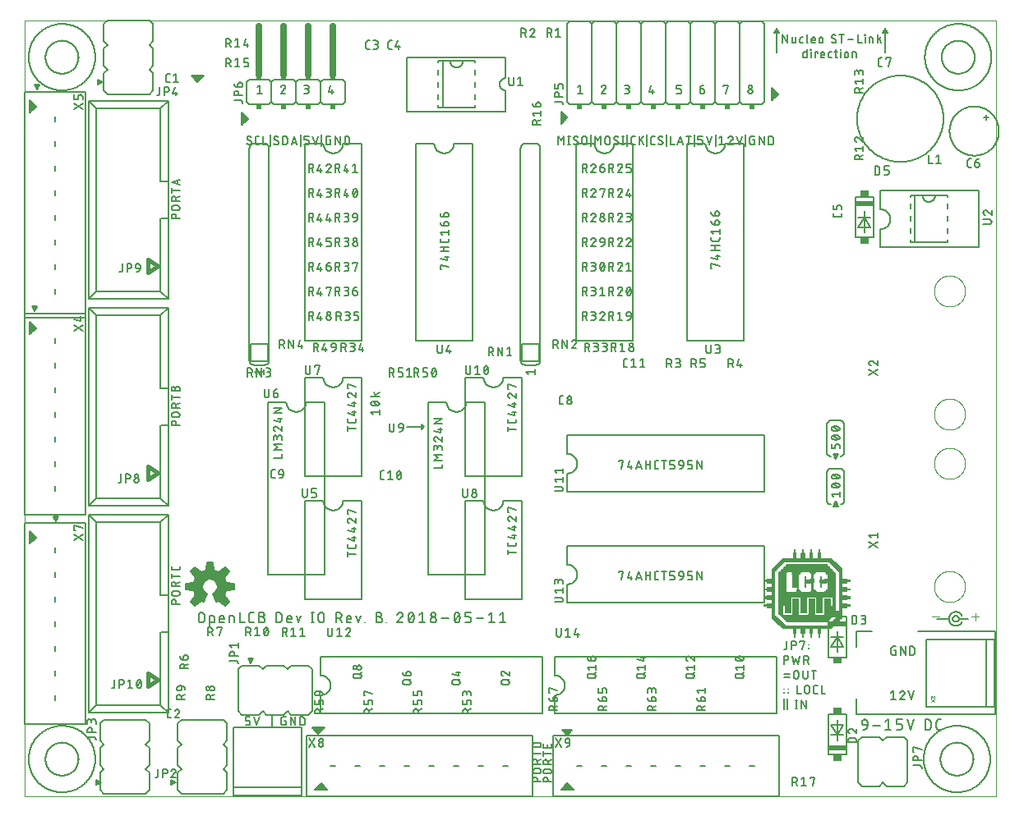
<source format=gto>
G75*
%MOIN*%
%OFA0B0*%
%FSLAX25Y25*%
%IPPOS*%
%LPD*%
%AMOC8*
5,1,8,0,0,1.08239X$1,22.5*
%
%ADD10C,0.00000*%
%ADD11C,0.00600*%
%ADD12C,0.00500*%
%ADD13C,0.00800*%
%ADD14C,0.00400*%
%ADD15R,0.07362X0.02000*%
%ADD16R,0.03346X0.02500*%
%ADD17C,0.02600*%
%ADD18R,0.02400X0.02000*%
%ADD19C,0.01600*%
%ADD20R,0.00800X0.00100*%
%ADD21R,0.00700X0.00100*%
%ADD22R,0.01600X0.00100*%
%ADD23R,0.01700X0.00100*%
%ADD24R,0.19800X0.00100*%
%ADD25R,0.20000X0.00100*%
%ADD26R,0.20200X0.00100*%
%ADD27R,0.20400X0.00100*%
%ADD28R,0.20600X0.00100*%
%ADD29R,0.20800X0.00100*%
%ADD30R,0.21000X0.00100*%
%ADD31R,0.21200X0.00100*%
%ADD32R,0.21400X0.00100*%
%ADD33R,0.21600X0.00100*%
%ADD34R,0.21800X0.00100*%
%ADD35R,0.22000X0.00100*%
%ADD36R,0.22200X0.00100*%
%ADD37R,0.02400X0.00100*%
%ADD38R,0.16400X0.00100*%
%ADD39R,0.16600X0.00100*%
%ADD40R,0.16800X0.00100*%
%ADD41R,0.17000X0.00100*%
%ADD42R,0.17200X0.00100*%
%ADD43R,0.17400X0.00100*%
%ADD44R,0.17600X0.00100*%
%ADD45R,0.17800X0.00100*%
%ADD46R,0.18000X0.00100*%
%ADD47R,0.18200X0.00100*%
%ADD48R,0.18400X0.00100*%
%ADD49R,0.18600X0.00100*%
%ADD50R,0.18800X0.00100*%
%ADD51R,0.19000X0.00100*%
%ADD52R,0.19200X0.00100*%
%ADD53R,0.19400X0.00100*%
%ADD54R,0.19600X0.00100*%
%ADD55R,0.02300X0.00100*%
%ADD56R,0.02200X0.00100*%
%ADD57R,0.02100X0.00100*%
%ADD58R,0.02000X0.00100*%
%ADD59R,0.01900X0.00100*%
%ADD60R,0.01800X0.00100*%
%ADD61R,0.01500X0.00100*%
%ADD62R,0.01400X0.00100*%
%ADD63R,0.01300X0.00100*%
%ADD64R,0.01200X0.00100*%
%ADD65R,0.02500X0.00100*%
%ADD66R,0.04100X0.00100*%
%ADD67R,0.04200X0.00100*%
%ADD68R,0.04300X0.00100*%
%ADD69R,0.04400X0.00100*%
%ADD70R,0.04500X0.00100*%
%ADD71R,0.04600X0.00100*%
%ADD72R,0.03400X0.00100*%
%ADD73R,0.04800X0.00100*%
%ADD74R,0.05200X0.00100*%
%ADD75R,0.05300X0.00100*%
%ADD76R,0.02600X0.00100*%
%ADD77R,0.23400X0.00100*%
%ADD78R,0.03500X0.00100*%
%ADD79R,0.03100X0.00100*%
%ADD80R,0.02900X0.00100*%
%ADD81R,0.02700X0.00100*%
%ADD82R,0.03300X0.00100*%
%ADD83R,0.04000X0.00100*%
%ADD84R,0.03900X0.00100*%
%ADD85R,0.03800X0.00100*%
%ADD86R,0.01100X0.00100*%
%ADD87R,0.03700X0.00100*%
%ADD88R,0.01000X0.00100*%
%ADD89R,0.03600X0.00100*%
%ADD90R,0.00900X0.00100*%
%ADD91R,0.02800X0.00100*%
%ADD92R,0.06500X0.00100*%
%ADD93R,0.05100X0.00100*%
%ADD94R,0.03000X0.00100*%
%ADD95R,0.03200X0.00100*%
%ADD96R,0.22300X0.00100*%
%ADD97R,0.22100X0.00100*%
%ADD98R,0.21900X0.00100*%
%ADD99R,0.21700X0.00100*%
%ADD100R,0.21500X0.00100*%
%ADD101R,0.21300X0.00100*%
%ADD102R,0.21100X0.00100*%
%ADD103R,0.20900X0.00100*%
%ADD104R,0.20700X0.00100*%
%ADD105R,0.20500X0.00100*%
%ADD106R,0.20300X0.00100*%
%ADD107R,0.20100X0.00100*%
%ADD108R,0.19900X0.00100*%
%ADD109C,0.00591*%
%ADD110C,0.00100*%
D10*
X0003000Y0106000D02*
X0003000Y0420961D01*
X0396701Y0420961D01*
X0396701Y0106000D01*
X0003000Y0106000D01*
X0371701Y0191000D02*
X0371703Y0191158D01*
X0371709Y0191316D01*
X0371719Y0191474D01*
X0371733Y0191632D01*
X0371751Y0191789D01*
X0371772Y0191946D01*
X0371798Y0192102D01*
X0371828Y0192258D01*
X0371861Y0192413D01*
X0371899Y0192566D01*
X0371940Y0192719D01*
X0371985Y0192871D01*
X0372034Y0193022D01*
X0372087Y0193171D01*
X0372143Y0193319D01*
X0372203Y0193465D01*
X0372267Y0193610D01*
X0372335Y0193753D01*
X0372406Y0193895D01*
X0372480Y0194035D01*
X0372558Y0194172D01*
X0372640Y0194308D01*
X0372724Y0194442D01*
X0372813Y0194573D01*
X0372904Y0194702D01*
X0372999Y0194829D01*
X0373096Y0194954D01*
X0373197Y0195076D01*
X0373301Y0195195D01*
X0373408Y0195312D01*
X0373518Y0195426D01*
X0373631Y0195537D01*
X0373746Y0195646D01*
X0373864Y0195751D01*
X0373985Y0195853D01*
X0374108Y0195953D01*
X0374234Y0196049D01*
X0374362Y0196142D01*
X0374492Y0196232D01*
X0374625Y0196318D01*
X0374760Y0196402D01*
X0374896Y0196481D01*
X0375035Y0196558D01*
X0375176Y0196630D01*
X0375318Y0196700D01*
X0375462Y0196765D01*
X0375608Y0196827D01*
X0375755Y0196885D01*
X0375904Y0196940D01*
X0376054Y0196991D01*
X0376205Y0197038D01*
X0376357Y0197081D01*
X0376510Y0197120D01*
X0376665Y0197156D01*
X0376820Y0197187D01*
X0376976Y0197215D01*
X0377132Y0197239D01*
X0377289Y0197259D01*
X0377447Y0197275D01*
X0377604Y0197287D01*
X0377763Y0197295D01*
X0377921Y0197299D01*
X0378079Y0197299D01*
X0378237Y0197295D01*
X0378396Y0197287D01*
X0378553Y0197275D01*
X0378711Y0197259D01*
X0378868Y0197239D01*
X0379024Y0197215D01*
X0379180Y0197187D01*
X0379335Y0197156D01*
X0379490Y0197120D01*
X0379643Y0197081D01*
X0379795Y0197038D01*
X0379946Y0196991D01*
X0380096Y0196940D01*
X0380245Y0196885D01*
X0380392Y0196827D01*
X0380538Y0196765D01*
X0380682Y0196700D01*
X0380824Y0196630D01*
X0380965Y0196558D01*
X0381104Y0196481D01*
X0381240Y0196402D01*
X0381375Y0196318D01*
X0381508Y0196232D01*
X0381638Y0196142D01*
X0381766Y0196049D01*
X0381892Y0195953D01*
X0382015Y0195853D01*
X0382136Y0195751D01*
X0382254Y0195646D01*
X0382369Y0195537D01*
X0382482Y0195426D01*
X0382592Y0195312D01*
X0382699Y0195195D01*
X0382803Y0195076D01*
X0382904Y0194954D01*
X0383001Y0194829D01*
X0383096Y0194702D01*
X0383187Y0194573D01*
X0383276Y0194442D01*
X0383360Y0194308D01*
X0383442Y0194172D01*
X0383520Y0194035D01*
X0383594Y0193895D01*
X0383665Y0193753D01*
X0383733Y0193610D01*
X0383797Y0193465D01*
X0383857Y0193319D01*
X0383913Y0193171D01*
X0383966Y0193022D01*
X0384015Y0192871D01*
X0384060Y0192719D01*
X0384101Y0192566D01*
X0384139Y0192413D01*
X0384172Y0192258D01*
X0384202Y0192102D01*
X0384228Y0191946D01*
X0384249Y0191789D01*
X0384267Y0191632D01*
X0384281Y0191474D01*
X0384291Y0191316D01*
X0384297Y0191158D01*
X0384299Y0191000D01*
X0384297Y0190842D01*
X0384291Y0190684D01*
X0384281Y0190526D01*
X0384267Y0190368D01*
X0384249Y0190211D01*
X0384228Y0190054D01*
X0384202Y0189898D01*
X0384172Y0189742D01*
X0384139Y0189587D01*
X0384101Y0189434D01*
X0384060Y0189281D01*
X0384015Y0189129D01*
X0383966Y0188978D01*
X0383913Y0188829D01*
X0383857Y0188681D01*
X0383797Y0188535D01*
X0383733Y0188390D01*
X0383665Y0188247D01*
X0383594Y0188105D01*
X0383520Y0187965D01*
X0383442Y0187828D01*
X0383360Y0187692D01*
X0383276Y0187558D01*
X0383187Y0187427D01*
X0383096Y0187298D01*
X0383001Y0187171D01*
X0382904Y0187046D01*
X0382803Y0186924D01*
X0382699Y0186805D01*
X0382592Y0186688D01*
X0382482Y0186574D01*
X0382369Y0186463D01*
X0382254Y0186354D01*
X0382136Y0186249D01*
X0382015Y0186147D01*
X0381892Y0186047D01*
X0381766Y0185951D01*
X0381638Y0185858D01*
X0381508Y0185768D01*
X0381375Y0185682D01*
X0381240Y0185598D01*
X0381104Y0185519D01*
X0380965Y0185442D01*
X0380824Y0185370D01*
X0380682Y0185300D01*
X0380538Y0185235D01*
X0380392Y0185173D01*
X0380245Y0185115D01*
X0380096Y0185060D01*
X0379946Y0185009D01*
X0379795Y0184962D01*
X0379643Y0184919D01*
X0379490Y0184880D01*
X0379335Y0184844D01*
X0379180Y0184813D01*
X0379024Y0184785D01*
X0378868Y0184761D01*
X0378711Y0184741D01*
X0378553Y0184725D01*
X0378396Y0184713D01*
X0378237Y0184705D01*
X0378079Y0184701D01*
X0377921Y0184701D01*
X0377763Y0184705D01*
X0377604Y0184713D01*
X0377447Y0184725D01*
X0377289Y0184741D01*
X0377132Y0184761D01*
X0376976Y0184785D01*
X0376820Y0184813D01*
X0376665Y0184844D01*
X0376510Y0184880D01*
X0376357Y0184919D01*
X0376205Y0184962D01*
X0376054Y0185009D01*
X0375904Y0185060D01*
X0375755Y0185115D01*
X0375608Y0185173D01*
X0375462Y0185235D01*
X0375318Y0185300D01*
X0375176Y0185370D01*
X0375035Y0185442D01*
X0374896Y0185519D01*
X0374760Y0185598D01*
X0374625Y0185682D01*
X0374492Y0185768D01*
X0374362Y0185858D01*
X0374234Y0185951D01*
X0374108Y0186047D01*
X0373985Y0186147D01*
X0373864Y0186249D01*
X0373746Y0186354D01*
X0373631Y0186463D01*
X0373518Y0186574D01*
X0373408Y0186688D01*
X0373301Y0186805D01*
X0373197Y0186924D01*
X0373096Y0187046D01*
X0372999Y0187171D01*
X0372904Y0187298D01*
X0372813Y0187427D01*
X0372724Y0187558D01*
X0372640Y0187692D01*
X0372558Y0187828D01*
X0372480Y0187965D01*
X0372406Y0188105D01*
X0372335Y0188247D01*
X0372267Y0188390D01*
X0372203Y0188535D01*
X0372143Y0188681D01*
X0372087Y0188829D01*
X0372034Y0188978D01*
X0371985Y0189129D01*
X0371940Y0189281D01*
X0371899Y0189434D01*
X0371861Y0189587D01*
X0371828Y0189742D01*
X0371798Y0189898D01*
X0371772Y0190054D01*
X0371751Y0190211D01*
X0371733Y0190368D01*
X0371719Y0190526D01*
X0371709Y0190684D01*
X0371703Y0190842D01*
X0371701Y0191000D01*
X0371701Y0241000D02*
X0371703Y0241158D01*
X0371709Y0241316D01*
X0371719Y0241474D01*
X0371733Y0241632D01*
X0371751Y0241789D01*
X0371772Y0241946D01*
X0371798Y0242102D01*
X0371828Y0242258D01*
X0371861Y0242413D01*
X0371899Y0242566D01*
X0371940Y0242719D01*
X0371985Y0242871D01*
X0372034Y0243022D01*
X0372087Y0243171D01*
X0372143Y0243319D01*
X0372203Y0243465D01*
X0372267Y0243610D01*
X0372335Y0243753D01*
X0372406Y0243895D01*
X0372480Y0244035D01*
X0372558Y0244172D01*
X0372640Y0244308D01*
X0372724Y0244442D01*
X0372813Y0244573D01*
X0372904Y0244702D01*
X0372999Y0244829D01*
X0373096Y0244954D01*
X0373197Y0245076D01*
X0373301Y0245195D01*
X0373408Y0245312D01*
X0373518Y0245426D01*
X0373631Y0245537D01*
X0373746Y0245646D01*
X0373864Y0245751D01*
X0373985Y0245853D01*
X0374108Y0245953D01*
X0374234Y0246049D01*
X0374362Y0246142D01*
X0374492Y0246232D01*
X0374625Y0246318D01*
X0374760Y0246402D01*
X0374896Y0246481D01*
X0375035Y0246558D01*
X0375176Y0246630D01*
X0375318Y0246700D01*
X0375462Y0246765D01*
X0375608Y0246827D01*
X0375755Y0246885D01*
X0375904Y0246940D01*
X0376054Y0246991D01*
X0376205Y0247038D01*
X0376357Y0247081D01*
X0376510Y0247120D01*
X0376665Y0247156D01*
X0376820Y0247187D01*
X0376976Y0247215D01*
X0377132Y0247239D01*
X0377289Y0247259D01*
X0377447Y0247275D01*
X0377604Y0247287D01*
X0377763Y0247295D01*
X0377921Y0247299D01*
X0378079Y0247299D01*
X0378237Y0247295D01*
X0378396Y0247287D01*
X0378553Y0247275D01*
X0378711Y0247259D01*
X0378868Y0247239D01*
X0379024Y0247215D01*
X0379180Y0247187D01*
X0379335Y0247156D01*
X0379490Y0247120D01*
X0379643Y0247081D01*
X0379795Y0247038D01*
X0379946Y0246991D01*
X0380096Y0246940D01*
X0380245Y0246885D01*
X0380392Y0246827D01*
X0380538Y0246765D01*
X0380682Y0246700D01*
X0380824Y0246630D01*
X0380965Y0246558D01*
X0381104Y0246481D01*
X0381240Y0246402D01*
X0381375Y0246318D01*
X0381508Y0246232D01*
X0381638Y0246142D01*
X0381766Y0246049D01*
X0381892Y0245953D01*
X0382015Y0245853D01*
X0382136Y0245751D01*
X0382254Y0245646D01*
X0382369Y0245537D01*
X0382482Y0245426D01*
X0382592Y0245312D01*
X0382699Y0245195D01*
X0382803Y0245076D01*
X0382904Y0244954D01*
X0383001Y0244829D01*
X0383096Y0244702D01*
X0383187Y0244573D01*
X0383276Y0244442D01*
X0383360Y0244308D01*
X0383442Y0244172D01*
X0383520Y0244035D01*
X0383594Y0243895D01*
X0383665Y0243753D01*
X0383733Y0243610D01*
X0383797Y0243465D01*
X0383857Y0243319D01*
X0383913Y0243171D01*
X0383966Y0243022D01*
X0384015Y0242871D01*
X0384060Y0242719D01*
X0384101Y0242566D01*
X0384139Y0242413D01*
X0384172Y0242258D01*
X0384202Y0242102D01*
X0384228Y0241946D01*
X0384249Y0241789D01*
X0384267Y0241632D01*
X0384281Y0241474D01*
X0384291Y0241316D01*
X0384297Y0241158D01*
X0384299Y0241000D01*
X0384297Y0240842D01*
X0384291Y0240684D01*
X0384281Y0240526D01*
X0384267Y0240368D01*
X0384249Y0240211D01*
X0384228Y0240054D01*
X0384202Y0239898D01*
X0384172Y0239742D01*
X0384139Y0239587D01*
X0384101Y0239434D01*
X0384060Y0239281D01*
X0384015Y0239129D01*
X0383966Y0238978D01*
X0383913Y0238829D01*
X0383857Y0238681D01*
X0383797Y0238535D01*
X0383733Y0238390D01*
X0383665Y0238247D01*
X0383594Y0238105D01*
X0383520Y0237965D01*
X0383442Y0237828D01*
X0383360Y0237692D01*
X0383276Y0237558D01*
X0383187Y0237427D01*
X0383096Y0237298D01*
X0383001Y0237171D01*
X0382904Y0237046D01*
X0382803Y0236924D01*
X0382699Y0236805D01*
X0382592Y0236688D01*
X0382482Y0236574D01*
X0382369Y0236463D01*
X0382254Y0236354D01*
X0382136Y0236249D01*
X0382015Y0236147D01*
X0381892Y0236047D01*
X0381766Y0235951D01*
X0381638Y0235858D01*
X0381508Y0235768D01*
X0381375Y0235682D01*
X0381240Y0235598D01*
X0381104Y0235519D01*
X0380965Y0235442D01*
X0380824Y0235370D01*
X0380682Y0235300D01*
X0380538Y0235235D01*
X0380392Y0235173D01*
X0380245Y0235115D01*
X0380096Y0235060D01*
X0379946Y0235009D01*
X0379795Y0234962D01*
X0379643Y0234919D01*
X0379490Y0234880D01*
X0379335Y0234844D01*
X0379180Y0234813D01*
X0379024Y0234785D01*
X0378868Y0234761D01*
X0378711Y0234741D01*
X0378553Y0234725D01*
X0378396Y0234713D01*
X0378237Y0234705D01*
X0378079Y0234701D01*
X0377921Y0234701D01*
X0377763Y0234705D01*
X0377604Y0234713D01*
X0377447Y0234725D01*
X0377289Y0234741D01*
X0377132Y0234761D01*
X0376976Y0234785D01*
X0376820Y0234813D01*
X0376665Y0234844D01*
X0376510Y0234880D01*
X0376357Y0234919D01*
X0376205Y0234962D01*
X0376054Y0235009D01*
X0375904Y0235060D01*
X0375755Y0235115D01*
X0375608Y0235173D01*
X0375462Y0235235D01*
X0375318Y0235300D01*
X0375176Y0235370D01*
X0375035Y0235442D01*
X0374896Y0235519D01*
X0374760Y0235598D01*
X0374625Y0235682D01*
X0374492Y0235768D01*
X0374362Y0235858D01*
X0374234Y0235951D01*
X0374108Y0236047D01*
X0373985Y0236147D01*
X0373864Y0236249D01*
X0373746Y0236354D01*
X0373631Y0236463D01*
X0373518Y0236574D01*
X0373408Y0236688D01*
X0373301Y0236805D01*
X0373197Y0236924D01*
X0373096Y0237046D01*
X0372999Y0237171D01*
X0372904Y0237298D01*
X0372813Y0237427D01*
X0372724Y0237558D01*
X0372640Y0237692D01*
X0372558Y0237828D01*
X0372480Y0237965D01*
X0372406Y0238105D01*
X0372335Y0238247D01*
X0372267Y0238390D01*
X0372203Y0238535D01*
X0372143Y0238681D01*
X0372087Y0238829D01*
X0372034Y0238978D01*
X0371985Y0239129D01*
X0371940Y0239281D01*
X0371899Y0239434D01*
X0371861Y0239587D01*
X0371828Y0239742D01*
X0371798Y0239898D01*
X0371772Y0240054D01*
X0371751Y0240211D01*
X0371733Y0240368D01*
X0371719Y0240526D01*
X0371709Y0240684D01*
X0371703Y0240842D01*
X0371701Y0241000D01*
X0371701Y0261000D02*
X0371703Y0261158D01*
X0371709Y0261316D01*
X0371719Y0261474D01*
X0371733Y0261632D01*
X0371751Y0261789D01*
X0371772Y0261946D01*
X0371798Y0262102D01*
X0371828Y0262258D01*
X0371861Y0262413D01*
X0371899Y0262566D01*
X0371940Y0262719D01*
X0371985Y0262871D01*
X0372034Y0263022D01*
X0372087Y0263171D01*
X0372143Y0263319D01*
X0372203Y0263465D01*
X0372267Y0263610D01*
X0372335Y0263753D01*
X0372406Y0263895D01*
X0372480Y0264035D01*
X0372558Y0264172D01*
X0372640Y0264308D01*
X0372724Y0264442D01*
X0372813Y0264573D01*
X0372904Y0264702D01*
X0372999Y0264829D01*
X0373096Y0264954D01*
X0373197Y0265076D01*
X0373301Y0265195D01*
X0373408Y0265312D01*
X0373518Y0265426D01*
X0373631Y0265537D01*
X0373746Y0265646D01*
X0373864Y0265751D01*
X0373985Y0265853D01*
X0374108Y0265953D01*
X0374234Y0266049D01*
X0374362Y0266142D01*
X0374492Y0266232D01*
X0374625Y0266318D01*
X0374760Y0266402D01*
X0374896Y0266481D01*
X0375035Y0266558D01*
X0375176Y0266630D01*
X0375318Y0266700D01*
X0375462Y0266765D01*
X0375608Y0266827D01*
X0375755Y0266885D01*
X0375904Y0266940D01*
X0376054Y0266991D01*
X0376205Y0267038D01*
X0376357Y0267081D01*
X0376510Y0267120D01*
X0376665Y0267156D01*
X0376820Y0267187D01*
X0376976Y0267215D01*
X0377132Y0267239D01*
X0377289Y0267259D01*
X0377447Y0267275D01*
X0377604Y0267287D01*
X0377763Y0267295D01*
X0377921Y0267299D01*
X0378079Y0267299D01*
X0378237Y0267295D01*
X0378396Y0267287D01*
X0378553Y0267275D01*
X0378711Y0267259D01*
X0378868Y0267239D01*
X0379024Y0267215D01*
X0379180Y0267187D01*
X0379335Y0267156D01*
X0379490Y0267120D01*
X0379643Y0267081D01*
X0379795Y0267038D01*
X0379946Y0266991D01*
X0380096Y0266940D01*
X0380245Y0266885D01*
X0380392Y0266827D01*
X0380538Y0266765D01*
X0380682Y0266700D01*
X0380824Y0266630D01*
X0380965Y0266558D01*
X0381104Y0266481D01*
X0381240Y0266402D01*
X0381375Y0266318D01*
X0381508Y0266232D01*
X0381638Y0266142D01*
X0381766Y0266049D01*
X0381892Y0265953D01*
X0382015Y0265853D01*
X0382136Y0265751D01*
X0382254Y0265646D01*
X0382369Y0265537D01*
X0382482Y0265426D01*
X0382592Y0265312D01*
X0382699Y0265195D01*
X0382803Y0265076D01*
X0382904Y0264954D01*
X0383001Y0264829D01*
X0383096Y0264702D01*
X0383187Y0264573D01*
X0383276Y0264442D01*
X0383360Y0264308D01*
X0383442Y0264172D01*
X0383520Y0264035D01*
X0383594Y0263895D01*
X0383665Y0263753D01*
X0383733Y0263610D01*
X0383797Y0263465D01*
X0383857Y0263319D01*
X0383913Y0263171D01*
X0383966Y0263022D01*
X0384015Y0262871D01*
X0384060Y0262719D01*
X0384101Y0262566D01*
X0384139Y0262413D01*
X0384172Y0262258D01*
X0384202Y0262102D01*
X0384228Y0261946D01*
X0384249Y0261789D01*
X0384267Y0261632D01*
X0384281Y0261474D01*
X0384291Y0261316D01*
X0384297Y0261158D01*
X0384299Y0261000D01*
X0384297Y0260842D01*
X0384291Y0260684D01*
X0384281Y0260526D01*
X0384267Y0260368D01*
X0384249Y0260211D01*
X0384228Y0260054D01*
X0384202Y0259898D01*
X0384172Y0259742D01*
X0384139Y0259587D01*
X0384101Y0259434D01*
X0384060Y0259281D01*
X0384015Y0259129D01*
X0383966Y0258978D01*
X0383913Y0258829D01*
X0383857Y0258681D01*
X0383797Y0258535D01*
X0383733Y0258390D01*
X0383665Y0258247D01*
X0383594Y0258105D01*
X0383520Y0257965D01*
X0383442Y0257828D01*
X0383360Y0257692D01*
X0383276Y0257558D01*
X0383187Y0257427D01*
X0383096Y0257298D01*
X0383001Y0257171D01*
X0382904Y0257046D01*
X0382803Y0256924D01*
X0382699Y0256805D01*
X0382592Y0256688D01*
X0382482Y0256574D01*
X0382369Y0256463D01*
X0382254Y0256354D01*
X0382136Y0256249D01*
X0382015Y0256147D01*
X0381892Y0256047D01*
X0381766Y0255951D01*
X0381638Y0255858D01*
X0381508Y0255768D01*
X0381375Y0255682D01*
X0381240Y0255598D01*
X0381104Y0255519D01*
X0380965Y0255442D01*
X0380824Y0255370D01*
X0380682Y0255300D01*
X0380538Y0255235D01*
X0380392Y0255173D01*
X0380245Y0255115D01*
X0380096Y0255060D01*
X0379946Y0255009D01*
X0379795Y0254962D01*
X0379643Y0254919D01*
X0379490Y0254880D01*
X0379335Y0254844D01*
X0379180Y0254813D01*
X0379024Y0254785D01*
X0378868Y0254761D01*
X0378711Y0254741D01*
X0378553Y0254725D01*
X0378396Y0254713D01*
X0378237Y0254705D01*
X0378079Y0254701D01*
X0377921Y0254701D01*
X0377763Y0254705D01*
X0377604Y0254713D01*
X0377447Y0254725D01*
X0377289Y0254741D01*
X0377132Y0254761D01*
X0376976Y0254785D01*
X0376820Y0254813D01*
X0376665Y0254844D01*
X0376510Y0254880D01*
X0376357Y0254919D01*
X0376205Y0254962D01*
X0376054Y0255009D01*
X0375904Y0255060D01*
X0375755Y0255115D01*
X0375608Y0255173D01*
X0375462Y0255235D01*
X0375318Y0255300D01*
X0375176Y0255370D01*
X0375035Y0255442D01*
X0374896Y0255519D01*
X0374760Y0255598D01*
X0374625Y0255682D01*
X0374492Y0255768D01*
X0374362Y0255858D01*
X0374234Y0255951D01*
X0374108Y0256047D01*
X0373985Y0256147D01*
X0373864Y0256249D01*
X0373746Y0256354D01*
X0373631Y0256463D01*
X0373518Y0256574D01*
X0373408Y0256688D01*
X0373301Y0256805D01*
X0373197Y0256924D01*
X0373096Y0257046D01*
X0372999Y0257171D01*
X0372904Y0257298D01*
X0372813Y0257427D01*
X0372724Y0257558D01*
X0372640Y0257692D01*
X0372558Y0257828D01*
X0372480Y0257965D01*
X0372406Y0258105D01*
X0372335Y0258247D01*
X0372267Y0258390D01*
X0372203Y0258535D01*
X0372143Y0258681D01*
X0372087Y0258829D01*
X0372034Y0258978D01*
X0371985Y0259129D01*
X0371940Y0259281D01*
X0371899Y0259434D01*
X0371861Y0259587D01*
X0371828Y0259742D01*
X0371798Y0259898D01*
X0371772Y0260054D01*
X0371751Y0260211D01*
X0371733Y0260368D01*
X0371719Y0260526D01*
X0371709Y0260684D01*
X0371703Y0260842D01*
X0371701Y0261000D01*
X0371701Y0311000D02*
X0371703Y0311158D01*
X0371709Y0311316D01*
X0371719Y0311474D01*
X0371733Y0311632D01*
X0371751Y0311789D01*
X0371772Y0311946D01*
X0371798Y0312102D01*
X0371828Y0312258D01*
X0371861Y0312413D01*
X0371899Y0312566D01*
X0371940Y0312719D01*
X0371985Y0312871D01*
X0372034Y0313022D01*
X0372087Y0313171D01*
X0372143Y0313319D01*
X0372203Y0313465D01*
X0372267Y0313610D01*
X0372335Y0313753D01*
X0372406Y0313895D01*
X0372480Y0314035D01*
X0372558Y0314172D01*
X0372640Y0314308D01*
X0372724Y0314442D01*
X0372813Y0314573D01*
X0372904Y0314702D01*
X0372999Y0314829D01*
X0373096Y0314954D01*
X0373197Y0315076D01*
X0373301Y0315195D01*
X0373408Y0315312D01*
X0373518Y0315426D01*
X0373631Y0315537D01*
X0373746Y0315646D01*
X0373864Y0315751D01*
X0373985Y0315853D01*
X0374108Y0315953D01*
X0374234Y0316049D01*
X0374362Y0316142D01*
X0374492Y0316232D01*
X0374625Y0316318D01*
X0374760Y0316402D01*
X0374896Y0316481D01*
X0375035Y0316558D01*
X0375176Y0316630D01*
X0375318Y0316700D01*
X0375462Y0316765D01*
X0375608Y0316827D01*
X0375755Y0316885D01*
X0375904Y0316940D01*
X0376054Y0316991D01*
X0376205Y0317038D01*
X0376357Y0317081D01*
X0376510Y0317120D01*
X0376665Y0317156D01*
X0376820Y0317187D01*
X0376976Y0317215D01*
X0377132Y0317239D01*
X0377289Y0317259D01*
X0377447Y0317275D01*
X0377604Y0317287D01*
X0377763Y0317295D01*
X0377921Y0317299D01*
X0378079Y0317299D01*
X0378237Y0317295D01*
X0378396Y0317287D01*
X0378553Y0317275D01*
X0378711Y0317259D01*
X0378868Y0317239D01*
X0379024Y0317215D01*
X0379180Y0317187D01*
X0379335Y0317156D01*
X0379490Y0317120D01*
X0379643Y0317081D01*
X0379795Y0317038D01*
X0379946Y0316991D01*
X0380096Y0316940D01*
X0380245Y0316885D01*
X0380392Y0316827D01*
X0380538Y0316765D01*
X0380682Y0316700D01*
X0380824Y0316630D01*
X0380965Y0316558D01*
X0381104Y0316481D01*
X0381240Y0316402D01*
X0381375Y0316318D01*
X0381508Y0316232D01*
X0381638Y0316142D01*
X0381766Y0316049D01*
X0381892Y0315953D01*
X0382015Y0315853D01*
X0382136Y0315751D01*
X0382254Y0315646D01*
X0382369Y0315537D01*
X0382482Y0315426D01*
X0382592Y0315312D01*
X0382699Y0315195D01*
X0382803Y0315076D01*
X0382904Y0314954D01*
X0383001Y0314829D01*
X0383096Y0314702D01*
X0383187Y0314573D01*
X0383276Y0314442D01*
X0383360Y0314308D01*
X0383442Y0314172D01*
X0383520Y0314035D01*
X0383594Y0313895D01*
X0383665Y0313753D01*
X0383733Y0313610D01*
X0383797Y0313465D01*
X0383857Y0313319D01*
X0383913Y0313171D01*
X0383966Y0313022D01*
X0384015Y0312871D01*
X0384060Y0312719D01*
X0384101Y0312566D01*
X0384139Y0312413D01*
X0384172Y0312258D01*
X0384202Y0312102D01*
X0384228Y0311946D01*
X0384249Y0311789D01*
X0384267Y0311632D01*
X0384281Y0311474D01*
X0384291Y0311316D01*
X0384297Y0311158D01*
X0384299Y0311000D01*
X0384297Y0310842D01*
X0384291Y0310684D01*
X0384281Y0310526D01*
X0384267Y0310368D01*
X0384249Y0310211D01*
X0384228Y0310054D01*
X0384202Y0309898D01*
X0384172Y0309742D01*
X0384139Y0309587D01*
X0384101Y0309434D01*
X0384060Y0309281D01*
X0384015Y0309129D01*
X0383966Y0308978D01*
X0383913Y0308829D01*
X0383857Y0308681D01*
X0383797Y0308535D01*
X0383733Y0308390D01*
X0383665Y0308247D01*
X0383594Y0308105D01*
X0383520Y0307965D01*
X0383442Y0307828D01*
X0383360Y0307692D01*
X0383276Y0307558D01*
X0383187Y0307427D01*
X0383096Y0307298D01*
X0383001Y0307171D01*
X0382904Y0307046D01*
X0382803Y0306924D01*
X0382699Y0306805D01*
X0382592Y0306688D01*
X0382482Y0306574D01*
X0382369Y0306463D01*
X0382254Y0306354D01*
X0382136Y0306249D01*
X0382015Y0306147D01*
X0381892Y0306047D01*
X0381766Y0305951D01*
X0381638Y0305858D01*
X0381508Y0305768D01*
X0381375Y0305682D01*
X0381240Y0305598D01*
X0381104Y0305519D01*
X0380965Y0305442D01*
X0380824Y0305370D01*
X0380682Y0305300D01*
X0380538Y0305235D01*
X0380392Y0305173D01*
X0380245Y0305115D01*
X0380096Y0305060D01*
X0379946Y0305009D01*
X0379795Y0304962D01*
X0379643Y0304919D01*
X0379490Y0304880D01*
X0379335Y0304844D01*
X0379180Y0304813D01*
X0379024Y0304785D01*
X0378868Y0304761D01*
X0378711Y0304741D01*
X0378553Y0304725D01*
X0378396Y0304713D01*
X0378237Y0304705D01*
X0378079Y0304701D01*
X0377921Y0304701D01*
X0377763Y0304705D01*
X0377604Y0304713D01*
X0377447Y0304725D01*
X0377289Y0304741D01*
X0377132Y0304761D01*
X0376976Y0304785D01*
X0376820Y0304813D01*
X0376665Y0304844D01*
X0376510Y0304880D01*
X0376357Y0304919D01*
X0376205Y0304962D01*
X0376054Y0305009D01*
X0375904Y0305060D01*
X0375755Y0305115D01*
X0375608Y0305173D01*
X0375462Y0305235D01*
X0375318Y0305300D01*
X0375176Y0305370D01*
X0375035Y0305442D01*
X0374896Y0305519D01*
X0374760Y0305598D01*
X0374625Y0305682D01*
X0374492Y0305768D01*
X0374362Y0305858D01*
X0374234Y0305951D01*
X0374108Y0306047D01*
X0373985Y0306147D01*
X0373864Y0306249D01*
X0373746Y0306354D01*
X0373631Y0306463D01*
X0373518Y0306574D01*
X0373408Y0306688D01*
X0373301Y0306805D01*
X0373197Y0306924D01*
X0373096Y0307046D01*
X0372999Y0307171D01*
X0372904Y0307298D01*
X0372813Y0307427D01*
X0372724Y0307558D01*
X0372640Y0307692D01*
X0372558Y0307828D01*
X0372480Y0307965D01*
X0372406Y0308105D01*
X0372335Y0308247D01*
X0372267Y0308390D01*
X0372203Y0308535D01*
X0372143Y0308681D01*
X0372087Y0308829D01*
X0372034Y0308978D01*
X0371985Y0309129D01*
X0371940Y0309281D01*
X0371899Y0309434D01*
X0371861Y0309587D01*
X0371828Y0309742D01*
X0371798Y0309898D01*
X0371772Y0310054D01*
X0371751Y0310211D01*
X0371733Y0310368D01*
X0371719Y0310526D01*
X0371709Y0310684D01*
X0371703Y0310842D01*
X0371701Y0311000D01*
D11*
X0390000Y0328700D02*
X0390000Y0351700D01*
X0350000Y0351700D01*
X0350000Y0344200D01*
X0350126Y0344198D01*
X0350251Y0344192D01*
X0350376Y0344182D01*
X0350501Y0344168D01*
X0350626Y0344151D01*
X0350750Y0344129D01*
X0350873Y0344104D01*
X0350995Y0344074D01*
X0351116Y0344041D01*
X0351236Y0344004D01*
X0351355Y0343964D01*
X0351472Y0343919D01*
X0351589Y0343871D01*
X0351703Y0343819D01*
X0351816Y0343764D01*
X0351927Y0343705D01*
X0352036Y0343643D01*
X0352143Y0343577D01*
X0352248Y0343508D01*
X0352351Y0343436D01*
X0352452Y0343361D01*
X0352550Y0343282D01*
X0352645Y0343200D01*
X0352738Y0343116D01*
X0352828Y0343028D01*
X0352916Y0342938D01*
X0353000Y0342845D01*
X0353082Y0342750D01*
X0353161Y0342652D01*
X0353236Y0342551D01*
X0353308Y0342448D01*
X0353377Y0342343D01*
X0353443Y0342236D01*
X0353505Y0342127D01*
X0353564Y0342016D01*
X0353619Y0341903D01*
X0353671Y0341789D01*
X0353719Y0341672D01*
X0353764Y0341555D01*
X0353804Y0341436D01*
X0353841Y0341316D01*
X0353874Y0341195D01*
X0353904Y0341073D01*
X0353929Y0340950D01*
X0353951Y0340826D01*
X0353968Y0340701D01*
X0353982Y0340576D01*
X0353992Y0340451D01*
X0353998Y0340326D01*
X0354000Y0340200D01*
X0353998Y0340074D01*
X0353992Y0339949D01*
X0353982Y0339824D01*
X0353968Y0339699D01*
X0353951Y0339574D01*
X0353929Y0339450D01*
X0353904Y0339327D01*
X0353874Y0339205D01*
X0353841Y0339084D01*
X0353804Y0338964D01*
X0353764Y0338845D01*
X0353719Y0338728D01*
X0353671Y0338611D01*
X0353619Y0338497D01*
X0353564Y0338384D01*
X0353505Y0338273D01*
X0353443Y0338164D01*
X0353377Y0338057D01*
X0353308Y0337952D01*
X0353236Y0337849D01*
X0353161Y0337748D01*
X0353082Y0337650D01*
X0353000Y0337555D01*
X0352916Y0337462D01*
X0352828Y0337372D01*
X0352738Y0337284D01*
X0352645Y0337200D01*
X0352550Y0337118D01*
X0352452Y0337039D01*
X0352351Y0336964D01*
X0352248Y0336892D01*
X0352143Y0336823D01*
X0352036Y0336757D01*
X0351927Y0336695D01*
X0351816Y0336636D01*
X0351703Y0336581D01*
X0351589Y0336529D01*
X0351472Y0336481D01*
X0351355Y0336436D01*
X0351236Y0336396D01*
X0351116Y0336359D01*
X0350995Y0336326D01*
X0350873Y0336296D01*
X0350750Y0336271D01*
X0350626Y0336249D01*
X0350501Y0336232D01*
X0350376Y0336218D01*
X0350251Y0336208D01*
X0350126Y0336202D01*
X0350000Y0336200D01*
X0350000Y0328700D01*
X0390000Y0328700D01*
X0391650Y0338241D02*
X0394105Y0338241D01*
X0394105Y0338242D02*
X0394165Y0338244D01*
X0394226Y0338250D01*
X0394285Y0338259D01*
X0394344Y0338273D01*
X0394402Y0338290D01*
X0394459Y0338311D01*
X0394515Y0338335D01*
X0394568Y0338363D01*
X0394620Y0338395D01*
X0394670Y0338429D01*
X0394717Y0338467D01*
X0394762Y0338508D01*
X0394804Y0338551D01*
X0394843Y0338597D01*
X0394879Y0338646D01*
X0394912Y0338697D01*
X0394942Y0338749D01*
X0394968Y0338804D01*
X0394991Y0338860D01*
X0395010Y0338917D01*
X0395025Y0338976D01*
X0395037Y0339035D01*
X0395045Y0339095D01*
X0395049Y0339156D01*
X0395049Y0339216D01*
X0395045Y0339277D01*
X0395037Y0339337D01*
X0395025Y0339396D01*
X0395010Y0339455D01*
X0394991Y0339512D01*
X0394968Y0339568D01*
X0394942Y0339623D01*
X0394912Y0339675D01*
X0394879Y0339726D01*
X0394843Y0339775D01*
X0394804Y0339821D01*
X0394762Y0339864D01*
X0394717Y0339905D01*
X0394670Y0339943D01*
X0394620Y0339977D01*
X0394568Y0340009D01*
X0394515Y0340037D01*
X0394459Y0340061D01*
X0394402Y0340082D01*
X0394344Y0340099D01*
X0394285Y0340113D01*
X0394226Y0340122D01*
X0394165Y0340128D01*
X0394105Y0340130D01*
X0391650Y0340130D01*
X0393161Y0343567D02*
X0393121Y0343607D01*
X0393078Y0343644D01*
X0393033Y0343679D01*
X0392985Y0343710D01*
X0392936Y0343739D01*
X0392886Y0343765D01*
X0392833Y0343787D01*
X0392780Y0343806D01*
X0392725Y0343822D01*
X0392670Y0343834D01*
X0392613Y0343843D01*
X0392557Y0343848D01*
X0392500Y0343850D01*
X0393161Y0343567D02*
X0395050Y0341961D01*
X0395050Y0343850D01*
X0392406Y0341961D02*
X0392344Y0341983D01*
X0392284Y0342009D01*
X0392225Y0342038D01*
X0392169Y0342071D01*
X0392114Y0342107D01*
X0392062Y0342146D01*
X0392012Y0342188D01*
X0391965Y0342233D01*
X0391920Y0342281D01*
X0391878Y0342332D01*
X0391840Y0342384D01*
X0391805Y0342440D01*
X0391773Y0342497D01*
X0391745Y0342556D01*
X0391720Y0342616D01*
X0391699Y0342678D01*
X0391681Y0342741D01*
X0391668Y0342805D01*
X0391658Y0342870D01*
X0391652Y0342935D01*
X0391650Y0343000D01*
X0391652Y0343056D01*
X0391657Y0343111D01*
X0391666Y0343166D01*
X0391679Y0343220D01*
X0391695Y0343273D01*
X0391715Y0343325D01*
X0391738Y0343376D01*
X0391764Y0343425D01*
X0391793Y0343472D01*
X0391826Y0343517D01*
X0391861Y0343560D01*
X0391899Y0343601D01*
X0391940Y0343639D01*
X0391983Y0343674D01*
X0392028Y0343707D01*
X0392075Y0343736D01*
X0392124Y0343762D01*
X0392175Y0343785D01*
X0392227Y0343805D01*
X0392280Y0343821D01*
X0392334Y0343834D01*
X0392389Y0343843D01*
X0392444Y0343848D01*
X0392500Y0343850D01*
X0386811Y0361300D02*
X0386056Y0361300D01*
X0386002Y0361302D01*
X0385948Y0361308D01*
X0385895Y0361317D01*
X0385843Y0361331D01*
X0385792Y0361348D01*
X0385742Y0361368D01*
X0385694Y0361392D01*
X0385647Y0361420D01*
X0385603Y0361451D01*
X0385561Y0361485D01*
X0385521Y0361521D01*
X0385485Y0361561D01*
X0385451Y0361603D01*
X0385420Y0361647D01*
X0385392Y0361694D01*
X0385368Y0361742D01*
X0385348Y0361792D01*
X0385331Y0361843D01*
X0385317Y0361895D01*
X0385308Y0361948D01*
X0385302Y0362002D01*
X0385300Y0362056D01*
X0385300Y0363944D01*
X0385302Y0363998D01*
X0385308Y0364052D01*
X0385317Y0364105D01*
X0385331Y0364157D01*
X0385348Y0364208D01*
X0385368Y0364258D01*
X0385392Y0364306D01*
X0385420Y0364353D01*
X0385451Y0364397D01*
X0385485Y0364439D01*
X0385521Y0364479D01*
X0385561Y0364515D01*
X0385603Y0364549D01*
X0385647Y0364580D01*
X0385694Y0364608D01*
X0385742Y0364632D01*
X0385792Y0364652D01*
X0385843Y0364669D01*
X0385895Y0364683D01*
X0385948Y0364692D01*
X0386002Y0364698D01*
X0386056Y0364700D01*
X0386811Y0364700D01*
X0388315Y0363189D02*
X0388315Y0362244D01*
X0388317Y0362184D01*
X0388323Y0362123D01*
X0388332Y0362064D01*
X0388346Y0362005D01*
X0388363Y0361947D01*
X0388384Y0361890D01*
X0388408Y0361834D01*
X0388436Y0361781D01*
X0388468Y0361729D01*
X0388502Y0361679D01*
X0388540Y0361632D01*
X0388581Y0361587D01*
X0388624Y0361545D01*
X0388670Y0361506D01*
X0388719Y0361470D01*
X0388770Y0361437D01*
X0388822Y0361407D01*
X0388877Y0361381D01*
X0388933Y0361358D01*
X0388990Y0361339D01*
X0389049Y0361324D01*
X0389108Y0361312D01*
X0389168Y0361304D01*
X0389229Y0361300D01*
X0389289Y0361300D01*
X0389350Y0361304D01*
X0389410Y0361312D01*
X0389469Y0361324D01*
X0389528Y0361339D01*
X0389585Y0361358D01*
X0389641Y0361381D01*
X0389696Y0361407D01*
X0389748Y0361437D01*
X0389799Y0361470D01*
X0389848Y0361506D01*
X0389894Y0361545D01*
X0389937Y0361587D01*
X0389978Y0361632D01*
X0390016Y0361679D01*
X0390050Y0361729D01*
X0390082Y0361781D01*
X0390110Y0361834D01*
X0390134Y0361890D01*
X0390155Y0361947D01*
X0390172Y0362005D01*
X0390186Y0362064D01*
X0390195Y0362123D01*
X0390201Y0362184D01*
X0390203Y0362244D01*
X0390204Y0362244D02*
X0390204Y0362433D01*
X0390202Y0362487D01*
X0390196Y0362541D01*
X0390187Y0362594D01*
X0390173Y0362646D01*
X0390156Y0362697D01*
X0390136Y0362747D01*
X0390112Y0362795D01*
X0390084Y0362842D01*
X0390053Y0362886D01*
X0390019Y0362928D01*
X0389983Y0362968D01*
X0389943Y0363004D01*
X0389901Y0363038D01*
X0389857Y0363069D01*
X0389810Y0363097D01*
X0389762Y0363121D01*
X0389712Y0363141D01*
X0389661Y0363158D01*
X0389609Y0363172D01*
X0389556Y0363181D01*
X0389502Y0363187D01*
X0389448Y0363189D01*
X0388315Y0363189D01*
X0388317Y0363266D01*
X0388323Y0363342D01*
X0388332Y0363418D01*
X0388346Y0363493D01*
X0388363Y0363568D01*
X0388384Y0363641D01*
X0388409Y0363714D01*
X0388437Y0363785D01*
X0388469Y0363854D01*
X0388505Y0363922D01*
X0388544Y0363988D01*
X0388586Y0364052D01*
X0388631Y0364114D01*
X0388680Y0364173D01*
X0388731Y0364230D01*
X0388785Y0364284D01*
X0388842Y0364335D01*
X0388901Y0364384D01*
X0388963Y0364429D01*
X0389027Y0364471D01*
X0389093Y0364510D01*
X0389161Y0364546D01*
X0389230Y0364578D01*
X0389301Y0364606D01*
X0389374Y0364631D01*
X0389447Y0364652D01*
X0389522Y0364669D01*
X0389597Y0364683D01*
X0389673Y0364692D01*
X0389749Y0364698D01*
X0389826Y0364700D01*
X0378000Y0376000D02*
X0378003Y0376245D01*
X0378012Y0376491D01*
X0378027Y0376736D01*
X0378048Y0376980D01*
X0378075Y0377224D01*
X0378108Y0377467D01*
X0378147Y0377710D01*
X0378192Y0377951D01*
X0378243Y0378191D01*
X0378300Y0378430D01*
X0378362Y0378667D01*
X0378431Y0378903D01*
X0378505Y0379137D01*
X0378585Y0379369D01*
X0378670Y0379599D01*
X0378761Y0379827D01*
X0378858Y0380052D01*
X0378960Y0380276D01*
X0379068Y0380496D01*
X0379181Y0380714D01*
X0379299Y0380929D01*
X0379423Y0381141D01*
X0379551Y0381350D01*
X0379685Y0381556D01*
X0379824Y0381758D01*
X0379968Y0381957D01*
X0380117Y0382152D01*
X0380270Y0382344D01*
X0380428Y0382532D01*
X0380590Y0382716D01*
X0380758Y0382895D01*
X0380929Y0383071D01*
X0381105Y0383242D01*
X0381284Y0383410D01*
X0381468Y0383572D01*
X0381656Y0383730D01*
X0381848Y0383883D01*
X0382043Y0384032D01*
X0382242Y0384176D01*
X0382444Y0384315D01*
X0382650Y0384449D01*
X0382859Y0384577D01*
X0383071Y0384701D01*
X0383286Y0384819D01*
X0383504Y0384932D01*
X0383724Y0385040D01*
X0383948Y0385142D01*
X0384173Y0385239D01*
X0384401Y0385330D01*
X0384631Y0385415D01*
X0384863Y0385495D01*
X0385097Y0385569D01*
X0385333Y0385638D01*
X0385570Y0385700D01*
X0385809Y0385757D01*
X0386049Y0385808D01*
X0386290Y0385853D01*
X0386533Y0385892D01*
X0386776Y0385925D01*
X0387020Y0385952D01*
X0387264Y0385973D01*
X0387509Y0385988D01*
X0387755Y0385997D01*
X0388000Y0386000D01*
X0388245Y0385997D01*
X0388491Y0385988D01*
X0388736Y0385973D01*
X0388980Y0385952D01*
X0389224Y0385925D01*
X0389467Y0385892D01*
X0389710Y0385853D01*
X0389951Y0385808D01*
X0390191Y0385757D01*
X0390430Y0385700D01*
X0390667Y0385638D01*
X0390903Y0385569D01*
X0391137Y0385495D01*
X0391369Y0385415D01*
X0391599Y0385330D01*
X0391827Y0385239D01*
X0392052Y0385142D01*
X0392276Y0385040D01*
X0392496Y0384932D01*
X0392714Y0384819D01*
X0392929Y0384701D01*
X0393141Y0384577D01*
X0393350Y0384449D01*
X0393556Y0384315D01*
X0393758Y0384176D01*
X0393957Y0384032D01*
X0394152Y0383883D01*
X0394344Y0383730D01*
X0394532Y0383572D01*
X0394716Y0383410D01*
X0394895Y0383242D01*
X0395071Y0383071D01*
X0395242Y0382895D01*
X0395410Y0382716D01*
X0395572Y0382532D01*
X0395730Y0382344D01*
X0395883Y0382152D01*
X0396032Y0381957D01*
X0396176Y0381758D01*
X0396315Y0381556D01*
X0396449Y0381350D01*
X0396577Y0381141D01*
X0396701Y0380929D01*
X0396819Y0380714D01*
X0396932Y0380496D01*
X0397040Y0380276D01*
X0397142Y0380052D01*
X0397239Y0379827D01*
X0397330Y0379599D01*
X0397415Y0379369D01*
X0397495Y0379137D01*
X0397569Y0378903D01*
X0397638Y0378667D01*
X0397700Y0378430D01*
X0397757Y0378191D01*
X0397808Y0377951D01*
X0397853Y0377710D01*
X0397892Y0377467D01*
X0397925Y0377224D01*
X0397952Y0376980D01*
X0397973Y0376736D01*
X0397988Y0376491D01*
X0397997Y0376245D01*
X0398000Y0376000D01*
X0397997Y0375755D01*
X0397988Y0375509D01*
X0397973Y0375264D01*
X0397952Y0375020D01*
X0397925Y0374776D01*
X0397892Y0374533D01*
X0397853Y0374290D01*
X0397808Y0374049D01*
X0397757Y0373809D01*
X0397700Y0373570D01*
X0397638Y0373333D01*
X0397569Y0373097D01*
X0397495Y0372863D01*
X0397415Y0372631D01*
X0397330Y0372401D01*
X0397239Y0372173D01*
X0397142Y0371948D01*
X0397040Y0371724D01*
X0396932Y0371504D01*
X0396819Y0371286D01*
X0396701Y0371071D01*
X0396577Y0370859D01*
X0396449Y0370650D01*
X0396315Y0370444D01*
X0396176Y0370242D01*
X0396032Y0370043D01*
X0395883Y0369848D01*
X0395730Y0369656D01*
X0395572Y0369468D01*
X0395410Y0369284D01*
X0395242Y0369105D01*
X0395071Y0368929D01*
X0394895Y0368758D01*
X0394716Y0368590D01*
X0394532Y0368428D01*
X0394344Y0368270D01*
X0394152Y0368117D01*
X0393957Y0367968D01*
X0393758Y0367824D01*
X0393556Y0367685D01*
X0393350Y0367551D01*
X0393141Y0367423D01*
X0392929Y0367299D01*
X0392714Y0367181D01*
X0392496Y0367068D01*
X0392276Y0366960D01*
X0392052Y0366858D01*
X0391827Y0366761D01*
X0391599Y0366670D01*
X0391369Y0366585D01*
X0391137Y0366505D01*
X0390903Y0366431D01*
X0390667Y0366362D01*
X0390430Y0366300D01*
X0390191Y0366243D01*
X0389951Y0366192D01*
X0389710Y0366147D01*
X0389467Y0366108D01*
X0389224Y0366075D01*
X0388980Y0366048D01*
X0388736Y0366027D01*
X0388491Y0366012D01*
X0388245Y0366003D01*
X0388000Y0366000D01*
X0387755Y0366003D01*
X0387509Y0366012D01*
X0387264Y0366027D01*
X0387020Y0366048D01*
X0386776Y0366075D01*
X0386533Y0366108D01*
X0386290Y0366147D01*
X0386049Y0366192D01*
X0385809Y0366243D01*
X0385570Y0366300D01*
X0385333Y0366362D01*
X0385097Y0366431D01*
X0384863Y0366505D01*
X0384631Y0366585D01*
X0384401Y0366670D01*
X0384173Y0366761D01*
X0383948Y0366858D01*
X0383724Y0366960D01*
X0383504Y0367068D01*
X0383286Y0367181D01*
X0383071Y0367299D01*
X0382859Y0367423D01*
X0382650Y0367551D01*
X0382444Y0367685D01*
X0382242Y0367824D01*
X0382043Y0367968D01*
X0381848Y0368117D01*
X0381656Y0368270D01*
X0381468Y0368428D01*
X0381284Y0368590D01*
X0381105Y0368758D01*
X0380929Y0368929D01*
X0380758Y0369105D01*
X0380590Y0369284D01*
X0380428Y0369468D01*
X0380270Y0369656D01*
X0380117Y0369848D01*
X0379968Y0370043D01*
X0379824Y0370242D01*
X0379685Y0370444D01*
X0379551Y0370650D01*
X0379423Y0370859D01*
X0379299Y0371071D01*
X0379181Y0371286D01*
X0379068Y0371504D01*
X0378960Y0371724D01*
X0378858Y0371948D01*
X0378761Y0372173D01*
X0378670Y0372401D01*
X0378585Y0372631D01*
X0378505Y0372863D01*
X0378431Y0373097D01*
X0378362Y0373333D01*
X0378300Y0373570D01*
X0378243Y0373809D01*
X0378192Y0374049D01*
X0378147Y0374290D01*
X0378108Y0374533D01*
X0378075Y0374776D01*
X0378048Y0375020D01*
X0378027Y0375264D01*
X0378012Y0375509D01*
X0378003Y0375755D01*
X0378000Y0376000D01*
X0373534Y0366200D02*
X0373534Y0362800D01*
X0372590Y0362800D02*
X0374479Y0362800D01*
X0372590Y0365444D02*
X0373534Y0366200D01*
X0369600Y0366200D02*
X0369600Y0362800D01*
X0371111Y0362800D01*
X0340500Y0381000D02*
X0340505Y0381429D01*
X0340521Y0381859D01*
X0340547Y0382287D01*
X0340584Y0382715D01*
X0340632Y0383142D01*
X0340689Y0383568D01*
X0340758Y0383992D01*
X0340836Y0384414D01*
X0340925Y0384834D01*
X0341024Y0385252D01*
X0341134Y0385667D01*
X0341254Y0386080D01*
X0341383Y0386489D01*
X0341523Y0386896D01*
X0341673Y0387298D01*
X0341832Y0387697D01*
X0342001Y0388092D01*
X0342180Y0388482D01*
X0342369Y0388868D01*
X0342566Y0389249D01*
X0342773Y0389626D01*
X0342990Y0389997D01*
X0343215Y0390362D01*
X0343449Y0390722D01*
X0343692Y0391077D01*
X0343944Y0391425D01*
X0344204Y0391767D01*
X0344472Y0392102D01*
X0344749Y0392431D01*
X0345033Y0392752D01*
X0345326Y0393067D01*
X0345626Y0393374D01*
X0345933Y0393674D01*
X0346248Y0393967D01*
X0346569Y0394251D01*
X0346898Y0394528D01*
X0347233Y0394796D01*
X0347575Y0395056D01*
X0347923Y0395308D01*
X0348278Y0395551D01*
X0348638Y0395785D01*
X0349003Y0396010D01*
X0349374Y0396227D01*
X0349751Y0396434D01*
X0350132Y0396631D01*
X0350518Y0396820D01*
X0350908Y0396999D01*
X0351303Y0397168D01*
X0351702Y0397327D01*
X0352104Y0397477D01*
X0352511Y0397617D01*
X0352920Y0397746D01*
X0353333Y0397866D01*
X0353748Y0397976D01*
X0354166Y0398075D01*
X0354586Y0398164D01*
X0355008Y0398242D01*
X0355432Y0398311D01*
X0355858Y0398368D01*
X0356285Y0398416D01*
X0356713Y0398453D01*
X0357141Y0398479D01*
X0357571Y0398495D01*
X0358000Y0398500D01*
X0358429Y0398495D01*
X0358859Y0398479D01*
X0359287Y0398453D01*
X0359715Y0398416D01*
X0360142Y0398368D01*
X0360568Y0398311D01*
X0360992Y0398242D01*
X0361414Y0398164D01*
X0361834Y0398075D01*
X0362252Y0397976D01*
X0362667Y0397866D01*
X0363080Y0397746D01*
X0363489Y0397617D01*
X0363896Y0397477D01*
X0364298Y0397327D01*
X0364697Y0397168D01*
X0365092Y0396999D01*
X0365482Y0396820D01*
X0365868Y0396631D01*
X0366249Y0396434D01*
X0366626Y0396227D01*
X0366997Y0396010D01*
X0367362Y0395785D01*
X0367722Y0395551D01*
X0368077Y0395308D01*
X0368425Y0395056D01*
X0368767Y0394796D01*
X0369102Y0394528D01*
X0369431Y0394251D01*
X0369752Y0393967D01*
X0370067Y0393674D01*
X0370374Y0393374D01*
X0370674Y0393067D01*
X0370967Y0392752D01*
X0371251Y0392431D01*
X0371528Y0392102D01*
X0371796Y0391767D01*
X0372056Y0391425D01*
X0372308Y0391077D01*
X0372551Y0390722D01*
X0372785Y0390362D01*
X0373010Y0389997D01*
X0373227Y0389626D01*
X0373434Y0389249D01*
X0373631Y0388868D01*
X0373820Y0388482D01*
X0373999Y0388092D01*
X0374168Y0387697D01*
X0374327Y0387298D01*
X0374477Y0386896D01*
X0374617Y0386489D01*
X0374746Y0386080D01*
X0374866Y0385667D01*
X0374976Y0385252D01*
X0375075Y0384834D01*
X0375164Y0384414D01*
X0375242Y0383992D01*
X0375311Y0383568D01*
X0375368Y0383142D01*
X0375416Y0382715D01*
X0375453Y0382287D01*
X0375479Y0381859D01*
X0375495Y0381429D01*
X0375500Y0381000D01*
X0375495Y0380571D01*
X0375479Y0380141D01*
X0375453Y0379713D01*
X0375416Y0379285D01*
X0375368Y0378858D01*
X0375311Y0378432D01*
X0375242Y0378008D01*
X0375164Y0377586D01*
X0375075Y0377166D01*
X0374976Y0376748D01*
X0374866Y0376333D01*
X0374746Y0375920D01*
X0374617Y0375511D01*
X0374477Y0375104D01*
X0374327Y0374702D01*
X0374168Y0374303D01*
X0373999Y0373908D01*
X0373820Y0373518D01*
X0373631Y0373132D01*
X0373434Y0372751D01*
X0373227Y0372374D01*
X0373010Y0372003D01*
X0372785Y0371638D01*
X0372551Y0371278D01*
X0372308Y0370923D01*
X0372056Y0370575D01*
X0371796Y0370233D01*
X0371528Y0369898D01*
X0371251Y0369569D01*
X0370967Y0369248D01*
X0370674Y0368933D01*
X0370374Y0368626D01*
X0370067Y0368326D01*
X0369752Y0368033D01*
X0369431Y0367749D01*
X0369102Y0367472D01*
X0368767Y0367204D01*
X0368425Y0366944D01*
X0368077Y0366692D01*
X0367722Y0366449D01*
X0367362Y0366215D01*
X0366997Y0365990D01*
X0366626Y0365773D01*
X0366249Y0365566D01*
X0365868Y0365369D01*
X0365482Y0365180D01*
X0365092Y0365001D01*
X0364697Y0364832D01*
X0364298Y0364673D01*
X0363896Y0364523D01*
X0363489Y0364383D01*
X0363080Y0364254D01*
X0362667Y0364134D01*
X0362252Y0364024D01*
X0361834Y0363925D01*
X0361414Y0363836D01*
X0360992Y0363758D01*
X0360568Y0363689D01*
X0360142Y0363632D01*
X0359715Y0363584D01*
X0359287Y0363547D01*
X0358859Y0363521D01*
X0358429Y0363505D01*
X0358000Y0363500D01*
X0357571Y0363505D01*
X0357141Y0363521D01*
X0356713Y0363547D01*
X0356285Y0363584D01*
X0355858Y0363632D01*
X0355432Y0363689D01*
X0355008Y0363758D01*
X0354586Y0363836D01*
X0354166Y0363925D01*
X0353748Y0364024D01*
X0353333Y0364134D01*
X0352920Y0364254D01*
X0352511Y0364383D01*
X0352104Y0364523D01*
X0351702Y0364673D01*
X0351303Y0364832D01*
X0350908Y0365001D01*
X0350518Y0365180D01*
X0350132Y0365369D01*
X0349751Y0365566D01*
X0349374Y0365773D01*
X0349003Y0365990D01*
X0348638Y0366215D01*
X0348278Y0366449D01*
X0347923Y0366692D01*
X0347575Y0366944D01*
X0347233Y0367204D01*
X0346898Y0367472D01*
X0346569Y0367749D01*
X0346248Y0368033D01*
X0345933Y0368326D01*
X0345626Y0368626D01*
X0345326Y0368933D01*
X0345033Y0369248D01*
X0344749Y0369569D01*
X0344472Y0369898D01*
X0344204Y0370233D01*
X0343944Y0370575D01*
X0343692Y0370923D01*
X0343449Y0371278D01*
X0343215Y0371638D01*
X0342990Y0372003D01*
X0342773Y0372374D01*
X0342566Y0372751D01*
X0342369Y0373132D01*
X0342180Y0373518D01*
X0342001Y0373908D01*
X0341832Y0374303D01*
X0341673Y0374702D01*
X0341523Y0375104D01*
X0341383Y0375511D01*
X0341254Y0375920D01*
X0341134Y0376333D01*
X0341024Y0376748D01*
X0340925Y0377166D01*
X0340836Y0377586D01*
X0340758Y0378008D01*
X0340689Y0378432D01*
X0340632Y0378858D01*
X0340584Y0379285D01*
X0340547Y0379713D01*
X0340521Y0380141D01*
X0340505Y0380571D01*
X0340500Y0381000D01*
X0341061Y0373167D02*
X0342950Y0371561D01*
X0342950Y0373450D01*
X0340306Y0371561D02*
X0340244Y0371583D01*
X0340184Y0371609D01*
X0340125Y0371638D01*
X0340069Y0371671D01*
X0340014Y0371707D01*
X0339962Y0371746D01*
X0339912Y0371788D01*
X0339865Y0371833D01*
X0339820Y0371881D01*
X0339778Y0371932D01*
X0339740Y0371984D01*
X0339705Y0372040D01*
X0339673Y0372097D01*
X0339645Y0372156D01*
X0339620Y0372216D01*
X0339599Y0372278D01*
X0339581Y0372341D01*
X0339568Y0372405D01*
X0339558Y0372470D01*
X0339552Y0372535D01*
X0339550Y0372600D01*
X0339552Y0372656D01*
X0339557Y0372711D01*
X0339566Y0372766D01*
X0339579Y0372820D01*
X0339595Y0372873D01*
X0339615Y0372925D01*
X0339638Y0372976D01*
X0339664Y0373025D01*
X0339693Y0373072D01*
X0339726Y0373117D01*
X0339761Y0373160D01*
X0339799Y0373201D01*
X0339840Y0373239D01*
X0339883Y0373274D01*
X0339928Y0373307D01*
X0339975Y0373336D01*
X0340024Y0373362D01*
X0340075Y0373385D01*
X0340127Y0373405D01*
X0340180Y0373421D01*
X0340234Y0373434D01*
X0340289Y0373443D01*
X0340344Y0373448D01*
X0340400Y0373450D01*
X0340457Y0373448D01*
X0340513Y0373443D01*
X0340570Y0373434D01*
X0340625Y0373422D01*
X0340680Y0373406D01*
X0340733Y0373387D01*
X0340786Y0373365D01*
X0340836Y0373339D01*
X0340885Y0373310D01*
X0340933Y0373279D01*
X0340978Y0373244D01*
X0341021Y0373207D01*
X0341061Y0373167D01*
X0342950Y0369850D02*
X0342950Y0367961D01*
X0342950Y0368906D02*
X0339550Y0368906D01*
X0340306Y0367961D01*
X0339550Y0365339D02*
X0339552Y0365399D01*
X0339558Y0365460D01*
X0339567Y0365519D01*
X0339581Y0365578D01*
X0339598Y0365636D01*
X0339619Y0365693D01*
X0339643Y0365749D01*
X0339671Y0365802D01*
X0339703Y0365854D01*
X0339737Y0365904D01*
X0339775Y0365951D01*
X0339816Y0365996D01*
X0339859Y0366038D01*
X0339905Y0366077D01*
X0339954Y0366113D01*
X0340005Y0366146D01*
X0340057Y0366176D01*
X0340112Y0366202D01*
X0340168Y0366225D01*
X0340225Y0366244D01*
X0340284Y0366259D01*
X0340343Y0366271D01*
X0340403Y0366279D01*
X0340464Y0366283D01*
X0340524Y0366283D01*
X0340585Y0366279D01*
X0340645Y0366271D01*
X0340704Y0366259D01*
X0340763Y0366244D01*
X0340820Y0366225D01*
X0340876Y0366202D01*
X0340931Y0366176D01*
X0340983Y0366146D01*
X0341034Y0366113D01*
X0341083Y0366077D01*
X0341129Y0366038D01*
X0341172Y0365996D01*
X0341213Y0365951D01*
X0341251Y0365904D01*
X0341285Y0365854D01*
X0341317Y0365802D01*
X0341345Y0365749D01*
X0341369Y0365693D01*
X0341390Y0365636D01*
X0341407Y0365578D01*
X0341421Y0365519D01*
X0341430Y0365460D01*
X0341436Y0365399D01*
X0341438Y0365339D01*
X0341439Y0365339D02*
X0341439Y0364394D01*
X0341439Y0365528D02*
X0342950Y0366283D01*
X0342950Y0364394D02*
X0339550Y0364394D01*
X0339550Y0365339D01*
X0347800Y0361700D02*
X0348744Y0361700D01*
X0347800Y0361700D02*
X0347800Y0358300D01*
X0348744Y0358300D01*
X0348803Y0358302D01*
X0348862Y0358307D01*
X0348921Y0358317D01*
X0348979Y0358330D01*
X0349036Y0358346D01*
X0349092Y0358366D01*
X0349146Y0358390D01*
X0349199Y0358417D01*
X0349250Y0358447D01*
X0349299Y0358480D01*
X0349346Y0358517D01*
X0349390Y0358556D01*
X0349432Y0358598D01*
X0349471Y0358642D01*
X0349508Y0358689D01*
X0349541Y0358738D01*
X0349571Y0358789D01*
X0349598Y0358842D01*
X0349622Y0358896D01*
X0349642Y0358952D01*
X0349658Y0359009D01*
X0349671Y0359067D01*
X0349681Y0359126D01*
X0349686Y0359185D01*
X0349688Y0359244D01*
X0349689Y0359244D02*
X0349689Y0360756D01*
X0349688Y0360756D02*
X0349686Y0360815D01*
X0349681Y0360874D01*
X0349671Y0360933D01*
X0349658Y0360991D01*
X0349642Y0361048D01*
X0349622Y0361104D01*
X0349598Y0361158D01*
X0349571Y0361211D01*
X0349541Y0361262D01*
X0349508Y0361311D01*
X0349471Y0361358D01*
X0349432Y0361402D01*
X0349390Y0361444D01*
X0349346Y0361483D01*
X0349299Y0361520D01*
X0349250Y0361553D01*
X0349199Y0361583D01*
X0349146Y0361610D01*
X0349092Y0361634D01*
X0349036Y0361654D01*
X0348979Y0361670D01*
X0348921Y0361683D01*
X0348862Y0361693D01*
X0348803Y0361698D01*
X0348744Y0361700D01*
X0351520Y0361700D02*
X0353409Y0361700D01*
X0352653Y0360189D02*
X0351520Y0360189D01*
X0351520Y0361700D01*
X0352653Y0360189D02*
X0352707Y0360187D01*
X0352761Y0360181D01*
X0352814Y0360172D01*
X0352866Y0360158D01*
X0352917Y0360141D01*
X0352967Y0360121D01*
X0353015Y0360097D01*
X0353062Y0360069D01*
X0353106Y0360038D01*
X0353148Y0360004D01*
X0353188Y0359968D01*
X0353224Y0359928D01*
X0353258Y0359886D01*
X0353289Y0359842D01*
X0353317Y0359795D01*
X0353341Y0359747D01*
X0353361Y0359697D01*
X0353378Y0359646D01*
X0353392Y0359594D01*
X0353401Y0359541D01*
X0353407Y0359487D01*
X0353409Y0359433D01*
X0353409Y0359056D01*
X0353407Y0359002D01*
X0353401Y0358948D01*
X0353392Y0358895D01*
X0353378Y0358843D01*
X0353361Y0358792D01*
X0353341Y0358742D01*
X0353317Y0358694D01*
X0353289Y0358647D01*
X0353258Y0358603D01*
X0353224Y0358561D01*
X0353188Y0358521D01*
X0353148Y0358485D01*
X0353106Y0358451D01*
X0353062Y0358420D01*
X0353015Y0358392D01*
X0352967Y0358368D01*
X0352917Y0358348D01*
X0352866Y0358331D01*
X0352814Y0358317D01*
X0352761Y0358308D01*
X0352707Y0358302D01*
X0352653Y0358300D01*
X0351520Y0358300D01*
X0347122Y0349197D02*
X0339878Y0349197D01*
X0339878Y0332803D01*
X0347122Y0332803D01*
X0347122Y0349197D01*
X0343500Y0343500D02*
X0343500Y0341000D01*
X0341000Y0341000D01*
X0343500Y0341000D02*
X0346000Y0341000D01*
X0343500Y0341000D02*
X0346000Y0337000D01*
X0341000Y0337000D01*
X0343500Y0341000D01*
X0343500Y0335000D01*
X0334200Y0341802D02*
X0334200Y0342557D01*
X0334200Y0341802D02*
X0334198Y0341748D01*
X0334192Y0341694D01*
X0334183Y0341641D01*
X0334169Y0341589D01*
X0334152Y0341538D01*
X0334132Y0341488D01*
X0334108Y0341440D01*
X0334080Y0341393D01*
X0334049Y0341349D01*
X0334015Y0341307D01*
X0333979Y0341267D01*
X0333939Y0341231D01*
X0333897Y0341197D01*
X0333853Y0341166D01*
X0333806Y0341138D01*
X0333758Y0341114D01*
X0333708Y0341094D01*
X0333657Y0341077D01*
X0333605Y0341063D01*
X0333552Y0341054D01*
X0333498Y0341048D01*
X0333444Y0341046D01*
X0331556Y0341046D01*
X0331502Y0341048D01*
X0331448Y0341054D01*
X0331395Y0341063D01*
X0331343Y0341077D01*
X0331292Y0341094D01*
X0331242Y0341114D01*
X0331194Y0341138D01*
X0331147Y0341166D01*
X0331103Y0341197D01*
X0331061Y0341231D01*
X0331021Y0341267D01*
X0330985Y0341307D01*
X0330951Y0341349D01*
X0330920Y0341393D01*
X0330892Y0341440D01*
X0330868Y0341488D01*
X0330848Y0341538D01*
X0330831Y0341589D01*
X0330817Y0341641D01*
X0330808Y0341694D01*
X0330802Y0341748D01*
X0330800Y0341802D01*
X0330800Y0342557D01*
X0330800Y0344061D02*
X0330800Y0345950D01*
X0332311Y0345194D02*
X0332311Y0344061D01*
X0330800Y0344061D01*
X0332311Y0345194D02*
X0332313Y0345248D01*
X0332319Y0345302D01*
X0332328Y0345355D01*
X0332342Y0345407D01*
X0332359Y0345458D01*
X0332379Y0345508D01*
X0332403Y0345556D01*
X0332431Y0345603D01*
X0332462Y0345647D01*
X0332496Y0345689D01*
X0332532Y0345729D01*
X0332572Y0345765D01*
X0332614Y0345799D01*
X0332658Y0345830D01*
X0332705Y0345858D01*
X0332753Y0345882D01*
X0332803Y0345902D01*
X0332854Y0345919D01*
X0332906Y0345933D01*
X0332959Y0345942D01*
X0333013Y0345948D01*
X0333067Y0345950D01*
X0333444Y0345950D01*
X0333498Y0345948D01*
X0333552Y0345942D01*
X0333605Y0345933D01*
X0333657Y0345919D01*
X0333708Y0345902D01*
X0333758Y0345882D01*
X0333806Y0345858D01*
X0333853Y0345830D01*
X0333897Y0345799D01*
X0333939Y0345765D01*
X0333979Y0345729D01*
X0334015Y0345689D01*
X0334049Y0345647D01*
X0334080Y0345603D01*
X0334108Y0345556D01*
X0334132Y0345508D01*
X0334152Y0345458D01*
X0334169Y0345407D01*
X0334183Y0345355D01*
X0334192Y0345302D01*
X0334198Y0345248D01*
X0334200Y0345194D01*
X0334200Y0344061D01*
X0306577Y0371494D02*
X0306577Y0373006D01*
X0306575Y0373065D01*
X0306570Y0373124D01*
X0306560Y0373183D01*
X0306547Y0373241D01*
X0306531Y0373298D01*
X0306511Y0373354D01*
X0306487Y0373408D01*
X0306460Y0373461D01*
X0306430Y0373512D01*
X0306397Y0373561D01*
X0306360Y0373608D01*
X0306321Y0373652D01*
X0306279Y0373694D01*
X0306235Y0373733D01*
X0306188Y0373770D01*
X0306139Y0373803D01*
X0306088Y0373833D01*
X0306035Y0373860D01*
X0305981Y0373884D01*
X0305925Y0373904D01*
X0305868Y0373920D01*
X0305810Y0373933D01*
X0305751Y0373943D01*
X0305692Y0373948D01*
X0305633Y0373950D01*
X0304688Y0373950D01*
X0304688Y0370550D01*
X0305633Y0370550D01*
X0305692Y0370552D01*
X0305751Y0370557D01*
X0305810Y0370567D01*
X0305868Y0370580D01*
X0305925Y0370596D01*
X0305981Y0370616D01*
X0306035Y0370640D01*
X0306088Y0370667D01*
X0306139Y0370697D01*
X0306188Y0370730D01*
X0306235Y0370767D01*
X0306279Y0370806D01*
X0306321Y0370848D01*
X0306360Y0370892D01*
X0306397Y0370939D01*
X0306430Y0370988D01*
X0306460Y0371039D01*
X0306487Y0371092D01*
X0306511Y0371146D01*
X0306531Y0371202D01*
X0306547Y0371259D01*
X0306560Y0371317D01*
X0306570Y0371376D01*
X0306575Y0371435D01*
X0306577Y0371494D01*
X0302737Y0370550D02*
X0302737Y0373950D01*
X0300848Y0373950D02*
X0302737Y0370550D01*
X0300848Y0370550D02*
X0300848Y0373950D01*
X0298897Y0373950D02*
X0297764Y0373950D01*
X0297710Y0373948D01*
X0297656Y0373942D01*
X0297603Y0373933D01*
X0297551Y0373919D01*
X0297500Y0373902D01*
X0297450Y0373882D01*
X0297402Y0373858D01*
X0297355Y0373830D01*
X0297311Y0373799D01*
X0297269Y0373765D01*
X0297229Y0373729D01*
X0297193Y0373689D01*
X0297159Y0373647D01*
X0297128Y0373603D01*
X0297100Y0373556D01*
X0297076Y0373508D01*
X0297056Y0373458D01*
X0297039Y0373407D01*
X0297025Y0373355D01*
X0297016Y0373302D01*
X0297010Y0373248D01*
X0297008Y0373194D01*
X0297009Y0373194D02*
X0297009Y0371306D01*
X0297008Y0371306D02*
X0297010Y0371252D01*
X0297016Y0371198D01*
X0297025Y0371145D01*
X0297039Y0371093D01*
X0297056Y0371042D01*
X0297076Y0370992D01*
X0297100Y0370944D01*
X0297128Y0370897D01*
X0297159Y0370853D01*
X0297193Y0370811D01*
X0297229Y0370771D01*
X0297269Y0370735D01*
X0297311Y0370701D01*
X0297355Y0370670D01*
X0297402Y0370642D01*
X0297450Y0370618D01*
X0297500Y0370598D01*
X0297551Y0370581D01*
X0297603Y0370567D01*
X0297656Y0370558D01*
X0297710Y0370552D01*
X0297764Y0370550D01*
X0298897Y0370550D01*
X0298897Y0372439D01*
X0298331Y0372439D01*
X0295313Y0374517D02*
X0295313Y0369983D01*
X0294500Y0371000D02*
X0287000Y0371000D01*
X0286537Y0370550D02*
X0284649Y0370550D01*
X0285593Y0370550D02*
X0285593Y0373950D01*
X0284649Y0373194D01*
X0283073Y0374517D02*
X0283073Y0369983D01*
X0287000Y0371000D02*
X0286998Y0370874D01*
X0286992Y0370749D01*
X0286982Y0370624D01*
X0286968Y0370499D01*
X0286951Y0370374D01*
X0286929Y0370250D01*
X0286904Y0370127D01*
X0286874Y0370005D01*
X0286841Y0369884D01*
X0286804Y0369764D01*
X0286764Y0369645D01*
X0286719Y0369528D01*
X0286671Y0369411D01*
X0286619Y0369297D01*
X0286564Y0369184D01*
X0286505Y0369073D01*
X0286443Y0368964D01*
X0286377Y0368857D01*
X0286308Y0368752D01*
X0286236Y0368649D01*
X0286161Y0368548D01*
X0286082Y0368450D01*
X0286000Y0368355D01*
X0285916Y0368262D01*
X0285828Y0368172D01*
X0285738Y0368084D01*
X0285645Y0368000D01*
X0285550Y0367918D01*
X0285452Y0367839D01*
X0285351Y0367764D01*
X0285248Y0367692D01*
X0285143Y0367623D01*
X0285036Y0367557D01*
X0284927Y0367495D01*
X0284816Y0367436D01*
X0284703Y0367381D01*
X0284589Y0367329D01*
X0284472Y0367281D01*
X0284355Y0367236D01*
X0284236Y0367196D01*
X0284116Y0367159D01*
X0283995Y0367126D01*
X0283873Y0367096D01*
X0283750Y0367071D01*
X0283626Y0367049D01*
X0283501Y0367032D01*
X0283376Y0367018D01*
X0283251Y0367008D01*
X0283126Y0367002D01*
X0283000Y0367000D01*
X0282874Y0367002D01*
X0282749Y0367008D01*
X0282624Y0367018D01*
X0282499Y0367032D01*
X0282374Y0367049D01*
X0282250Y0367071D01*
X0282127Y0367096D01*
X0282005Y0367126D01*
X0281884Y0367159D01*
X0281764Y0367196D01*
X0281645Y0367236D01*
X0281528Y0367281D01*
X0281411Y0367329D01*
X0281297Y0367381D01*
X0281184Y0367436D01*
X0281073Y0367495D01*
X0280964Y0367557D01*
X0280857Y0367623D01*
X0280752Y0367692D01*
X0280649Y0367764D01*
X0280548Y0367839D01*
X0280450Y0367918D01*
X0280355Y0368000D01*
X0280262Y0368084D01*
X0280172Y0368172D01*
X0280084Y0368262D01*
X0280000Y0368355D01*
X0279918Y0368450D01*
X0279839Y0368548D01*
X0279764Y0368649D01*
X0279692Y0368752D01*
X0279623Y0368857D01*
X0279557Y0368964D01*
X0279495Y0369073D01*
X0279436Y0369184D01*
X0279381Y0369297D01*
X0279329Y0369411D01*
X0279281Y0369528D01*
X0279236Y0369645D01*
X0279196Y0369764D01*
X0279159Y0369884D01*
X0279126Y0370005D01*
X0279096Y0370127D01*
X0279071Y0370250D01*
X0279049Y0370374D01*
X0279032Y0370499D01*
X0279018Y0370624D01*
X0279008Y0370749D01*
X0279002Y0370874D01*
X0279000Y0371000D01*
X0271500Y0371000D01*
X0271500Y0291000D01*
X0294500Y0291000D01*
X0294500Y0371000D01*
X0292793Y0370550D02*
X0293926Y0373950D01*
X0291660Y0373950D02*
X0292793Y0370550D01*
X0290137Y0370550D02*
X0288249Y0370550D01*
X0289854Y0372439D01*
X0289287Y0373950D02*
X0289222Y0373948D01*
X0289157Y0373942D01*
X0289092Y0373932D01*
X0289028Y0373919D01*
X0288965Y0373901D01*
X0288903Y0373880D01*
X0288843Y0373855D01*
X0288784Y0373827D01*
X0288727Y0373795D01*
X0288671Y0373760D01*
X0288619Y0373722D01*
X0288568Y0373680D01*
X0288520Y0373635D01*
X0288475Y0373588D01*
X0288433Y0373538D01*
X0288394Y0373486D01*
X0288358Y0373431D01*
X0288325Y0373375D01*
X0288296Y0373316D01*
X0288270Y0373256D01*
X0288248Y0373194D01*
X0289854Y0372439D02*
X0289894Y0372479D01*
X0289931Y0372522D01*
X0289966Y0372567D01*
X0289997Y0372615D01*
X0290026Y0372664D01*
X0290052Y0372714D01*
X0290074Y0372767D01*
X0290093Y0372820D01*
X0290109Y0372875D01*
X0290121Y0372930D01*
X0290130Y0372987D01*
X0290135Y0373043D01*
X0290137Y0373100D01*
X0290135Y0373156D01*
X0290130Y0373211D01*
X0290121Y0373266D01*
X0290108Y0373320D01*
X0290092Y0373373D01*
X0290072Y0373425D01*
X0290049Y0373476D01*
X0290023Y0373525D01*
X0289994Y0373572D01*
X0289961Y0373617D01*
X0289926Y0373660D01*
X0289888Y0373701D01*
X0289847Y0373739D01*
X0289804Y0373774D01*
X0289759Y0373807D01*
X0289712Y0373836D01*
X0289663Y0373862D01*
X0289612Y0373885D01*
X0289560Y0373905D01*
X0289507Y0373921D01*
X0289453Y0373934D01*
X0289398Y0373943D01*
X0289343Y0373948D01*
X0289287Y0373950D01*
X0281686Y0373950D02*
X0280553Y0370550D01*
X0279420Y0373950D01*
X0277897Y0373950D02*
X0276009Y0373950D01*
X0276009Y0372439D01*
X0277142Y0372439D01*
X0277196Y0372437D01*
X0277250Y0372431D01*
X0277303Y0372422D01*
X0277355Y0372408D01*
X0277406Y0372391D01*
X0277456Y0372371D01*
X0277504Y0372347D01*
X0277551Y0372319D01*
X0277595Y0372288D01*
X0277637Y0372254D01*
X0277677Y0372218D01*
X0277713Y0372178D01*
X0277747Y0372136D01*
X0277778Y0372092D01*
X0277806Y0372045D01*
X0277830Y0371997D01*
X0277850Y0371947D01*
X0277867Y0371896D01*
X0277881Y0371844D01*
X0277890Y0371791D01*
X0277896Y0371737D01*
X0277898Y0371683D01*
X0277897Y0371683D02*
X0277897Y0371306D01*
X0277898Y0371306D02*
X0277896Y0371252D01*
X0277890Y0371198D01*
X0277881Y0371145D01*
X0277867Y0371093D01*
X0277850Y0371042D01*
X0277830Y0370992D01*
X0277806Y0370944D01*
X0277778Y0370897D01*
X0277747Y0370853D01*
X0277713Y0370811D01*
X0277677Y0370771D01*
X0277637Y0370735D01*
X0277595Y0370701D01*
X0277551Y0370670D01*
X0277504Y0370642D01*
X0277456Y0370618D01*
X0277406Y0370598D01*
X0277355Y0370581D01*
X0277303Y0370567D01*
X0277250Y0370558D01*
X0277196Y0370552D01*
X0277142Y0370550D01*
X0276009Y0370550D01*
X0274433Y0369983D02*
X0274433Y0374517D01*
X0273097Y0373950D02*
X0271209Y0373950D01*
X0272153Y0373950D02*
X0272153Y0370550D01*
X0269926Y0370550D02*
X0268793Y0373950D01*
X0267660Y0370550D01*
X0267943Y0371400D02*
X0269643Y0371400D01*
X0266370Y0370550D02*
X0264859Y0370550D01*
X0264859Y0373950D01*
X0263153Y0374517D02*
X0263153Y0369983D01*
X0261698Y0371306D02*
X0261696Y0371252D01*
X0261690Y0371198D01*
X0261681Y0371145D01*
X0261667Y0371093D01*
X0261650Y0371042D01*
X0261630Y0370992D01*
X0261606Y0370944D01*
X0261578Y0370897D01*
X0261547Y0370853D01*
X0261513Y0370811D01*
X0261477Y0370771D01*
X0261437Y0370735D01*
X0261395Y0370701D01*
X0261351Y0370670D01*
X0261304Y0370642D01*
X0261256Y0370618D01*
X0261206Y0370598D01*
X0261155Y0370581D01*
X0261103Y0370567D01*
X0261050Y0370558D01*
X0260996Y0370552D01*
X0260942Y0370550D01*
X0261697Y0371306D02*
X0261695Y0371359D01*
X0261690Y0371412D01*
X0261681Y0371464D01*
X0261668Y0371516D01*
X0261652Y0371566D01*
X0261632Y0371615D01*
X0261609Y0371663D01*
X0261582Y0371709D01*
X0261553Y0371754D01*
X0261520Y0371796D01*
X0261485Y0371835D01*
X0261447Y0371872D01*
X0261407Y0371907D01*
X0261364Y0371938D01*
X0261319Y0371967D01*
X0261320Y0371967D02*
X0260281Y0372533D01*
X0260659Y0373950D02*
X0260729Y0373948D01*
X0260799Y0373943D01*
X0260869Y0373934D01*
X0260938Y0373922D01*
X0261006Y0373907D01*
X0261074Y0373888D01*
X0261140Y0373866D01*
X0261206Y0373840D01*
X0261270Y0373812D01*
X0261332Y0373780D01*
X0261393Y0373745D01*
X0261452Y0373707D01*
X0261509Y0373667D01*
X0260281Y0372533D02*
X0260236Y0372562D01*
X0260193Y0372593D01*
X0260153Y0372628D01*
X0260115Y0372665D01*
X0260080Y0372704D01*
X0260047Y0372746D01*
X0260018Y0372791D01*
X0259991Y0372837D01*
X0259968Y0372885D01*
X0259948Y0372934D01*
X0259932Y0372984D01*
X0259919Y0373036D01*
X0259910Y0373088D01*
X0259905Y0373141D01*
X0259903Y0373194D01*
X0259905Y0373248D01*
X0259911Y0373302D01*
X0259920Y0373355D01*
X0259934Y0373407D01*
X0259951Y0373458D01*
X0259971Y0373508D01*
X0259995Y0373556D01*
X0260023Y0373603D01*
X0260054Y0373647D01*
X0260088Y0373689D01*
X0260124Y0373729D01*
X0260164Y0373765D01*
X0260206Y0373799D01*
X0260250Y0373830D01*
X0260297Y0373858D01*
X0260345Y0373882D01*
X0260395Y0373902D01*
X0260446Y0373919D01*
X0260498Y0373933D01*
X0260551Y0373942D01*
X0260605Y0373948D01*
X0260659Y0373950D01*
X0259809Y0371022D02*
X0259866Y0370968D01*
X0259925Y0370916D01*
X0259987Y0370867D01*
X0260051Y0370822D01*
X0260118Y0370779D01*
X0260186Y0370740D01*
X0260256Y0370705D01*
X0260328Y0370673D01*
X0260402Y0370644D01*
X0260476Y0370619D01*
X0260552Y0370598D01*
X0260629Y0370581D01*
X0260707Y0370567D01*
X0260785Y0370558D01*
X0260863Y0370552D01*
X0260942Y0370550D01*
X0258425Y0370550D02*
X0257669Y0370550D01*
X0257615Y0370552D01*
X0257561Y0370558D01*
X0257508Y0370567D01*
X0257456Y0370581D01*
X0257405Y0370598D01*
X0257355Y0370618D01*
X0257307Y0370642D01*
X0257260Y0370670D01*
X0257216Y0370701D01*
X0257174Y0370735D01*
X0257134Y0370771D01*
X0257098Y0370811D01*
X0257064Y0370853D01*
X0257033Y0370897D01*
X0257005Y0370944D01*
X0256981Y0370992D01*
X0256961Y0371042D01*
X0256944Y0371093D01*
X0256930Y0371145D01*
X0256921Y0371198D01*
X0256915Y0371252D01*
X0256913Y0371306D01*
X0256914Y0371306D02*
X0256914Y0373194D01*
X0256913Y0373194D02*
X0256915Y0373248D01*
X0256921Y0373302D01*
X0256930Y0373355D01*
X0256944Y0373407D01*
X0256961Y0373458D01*
X0256981Y0373508D01*
X0257005Y0373556D01*
X0257033Y0373603D01*
X0257064Y0373647D01*
X0257098Y0373689D01*
X0257134Y0373729D01*
X0257174Y0373765D01*
X0257216Y0373799D01*
X0257260Y0373830D01*
X0257307Y0373858D01*
X0257355Y0373882D01*
X0257405Y0373902D01*
X0257456Y0373919D01*
X0257508Y0373933D01*
X0257561Y0373942D01*
X0257615Y0373948D01*
X0257669Y0373950D01*
X0258425Y0373950D01*
X0255353Y0374517D02*
X0255353Y0369983D01*
X0253974Y0370550D02*
X0252841Y0372628D01*
X0252085Y0371872D02*
X0253974Y0373950D01*
X0252085Y0373950D02*
X0252085Y0370550D01*
X0250385Y0370550D02*
X0249629Y0370550D01*
X0249500Y0371000D02*
X0242000Y0371000D01*
X0243319Y0371967D02*
X0243364Y0371938D01*
X0243407Y0371907D01*
X0243447Y0371872D01*
X0243485Y0371835D01*
X0243520Y0371796D01*
X0243553Y0371754D01*
X0243582Y0371709D01*
X0243609Y0371663D01*
X0243632Y0371615D01*
X0243652Y0371566D01*
X0243668Y0371516D01*
X0243681Y0371464D01*
X0243690Y0371412D01*
X0243695Y0371359D01*
X0243697Y0371306D01*
X0243698Y0371306D02*
X0243696Y0371252D01*
X0243690Y0371198D01*
X0243681Y0371145D01*
X0243667Y0371093D01*
X0243650Y0371042D01*
X0243630Y0370992D01*
X0243606Y0370944D01*
X0243578Y0370897D01*
X0243547Y0370853D01*
X0243513Y0370811D01*
X0243477Y0370771D01*
X0243437Y0370735D01*
X0243395Y0370701D01*
X0243351Y0370670D01*
X0243304Y0370642D01*
X0243256Y0370618D01*
X0243206Y0370598D01*
X0243155Y0370581D01*
X0243103Y0370567D01*
X0243050Y0370558D01*
X0242996Y0370552D01*
X0242942Y0370550D01*
X0243320Y0371967D02*
X0242281Y0372533D01*
X0242659Y0373950D02*
X0242729Y0373948D01*
X0242799Y0373943D01*
X0242869Y0373934D01*
X0242938Y0373922D01*
X0243006Y0373907D01*
X0243074Y0373888D01*
X0243140Y0373866D01*
X0243206Y0373840D01*
X0243270Y0373812D01*
X0243332Y0373780D01*
X0243393Y0373745D01*
X0243452Y0373707D01*
X0243509Y0373667D01*
X0242282Y0372533D02*
X0242237Y0372562D01*
X0242194Y0372593D01*
X0242154Y0372628D01*
X0242116Y0372665D01*
X0242081Y0372704D01*
X0242048Y0372746D01*
X0242019Y0372791D01*
X0241992Y0372837D01*
X0241969Y0372885D01*
X0241949Y0372934D01*
X0241933Y0372984D01*
X0241920Y0373036D01*
X0241911Y0373088D01*
X0241906Y0373141D01*
X0241904Y0373194D01*
X0241903Y0373194D02*
X0241905Y0373248D01*
X0241911Y0373302D01*
X0241920Y0373355D01*
X0241934Y0373407D01*
X0241951Y0373458D01*
X0241971Y0373508D01*
X0241995Y0373556D01*
X0242023Y0373603D01*
X0242054Y0373647D01*
X0242088Y0373689D01*
X0242124Y0373729D01*
X0242164Y0373765D01*
X0242206Y0373799D01*
X0242250Y0373830D01*
X0242297Y0373858D01*
X0242345Y0373882D01*
X0242395Y0373902D01*
X0242446Y0373919D01*
X0242498Y0373933D01*
X0242551Y0373942D01*
X0242605Y0373948D01*
X0242659Y0373950D01*
X0241809Y0371022D02*
X0241866Y0370968D01*
X0241925Y0370916D01*
X0241987Y0370867D01*
X0242051Y0370822D01*
X0242118Y0370779D01*
X0242186Y0370740D01*
X0242256Y0370705D01*
X0242328Y0370673D01*
X0242402Y0370644D01*
X0242476Y0370619D01*
X0242552Y0370598D01*
X0242629Y0370581D01*
X0242707Y0370567D01*
X0242785Y0370558D01*
X0242863Y0370552D01*
X0242942Y0370550D01*
X0245135Y0370550D02*
X0245891Y0370550D01*
X0245513Y0370550D02*
X0245513Y0373950D01*
X0245135Y0373950D02*
X0245891Y0373950D01*
X0247313Y0374517D02*
X0247313Y0369983D01*
X0248874Y0371306D02*
X0248874Y0373194D01*
X0248873Y0373194D02*
X0248875Y0373248D01*
X0248881Y0373302D01*
X0248890Y0373355D01*
X0248904Y0373407D01*
X0248921Y0373458D01*
X0248941Y0373508D01*
X0248965Y0373556D01*
X0248993Y0373603D01*
X0249024Y0373647D01*
X0249058Y0373689D01*
X0249094Y0373729D01*
X0249134Y0373765D01*
X0249176Y0373799D01*
X0249220Y0373830D01*
X0249267Y0373858D01*
X0249315Y0373882D01*
X0249365Y0373902D01*
X0249416Y0373919D01*
X0249468Y0373933D01*
X0249521Y0373942D01*
X0249575Y0373948D01*
X0249629Y0373950D01*
X0250385Y0373950D01*
X0248873Y0371306D02*
X0248875Y0371252D01*
X0248881Y0371198D01*
X0248890Y0371145D01*
X0248904Y0371093D01*
X0248921Y0371042D01*
X0248941Y0370992D01*
X0248965Y0370944D01*
X0248993Y0370897D01*
X0249024Y0370853D01*
X0249058Y0370811D01*
X0249094Y0370771D01*
X0249134Y0370735D01*
X0249176Y0370701D01*
X0249220Y0370670D01*
X0249267Y0370642D01*
X0249315Y0370618D01*
X0249365Y0370598D01*
X0249416Y0370581D01*
X0249468Y0370567D01*
X0249521Y0370558D01*
X0249575Y0370552D01*
X0249629Y0370550D01*
X0249500Y0371000D02*
X0249500Y0291000D01*
X0226500Y0291000D01*
X0226500Y0371000D01*
X0234000Y0371000D01*
X0234180Y0370550D02*
X0234180Y0373950D01*
X0235313Y0372061D01*
X0236447Y0373950D01*
X0236447Y0370550D01*
X0234000Y0371000D02*
X0234002Y0370874D01*
X0234008Y0370749D01*
X0234018Y0370624D01*
X0234032Y0370499D01*
X0234049Y0370374D01*
X0234071Y0370250D01*
X0234096Y0370127D01*
X0234126Y0370005D01*
X0234159Y0369884D01*
X0234196Y0369764D01*
X0234236Y0369645D01*
X0234281Y0369528D01*
X0234329Y0369411D01*
X0234381Y0369297D01*
X0234436Y0369184D01*
X0234495Y0369073D01*
X0234557Y0368964D01*
X0234623Y0368857D01*
X0234692Y0368752D01*
X0234764Y0368649D01*
X0234839Y0368548D01*
X0234918Y0368450D01*
X0235000Y0368355D01*
X0235084Y0368262D01*
X0235172Y0368172D01*
X0235262Y0368084D01*
X0235355Y0368000D01*
X0235450Y0367918D01*
X0235548Y0367839D01*
X0235649Y0367764D01*
X0235752Y0367692D01*
X0235857Y0367623D01*
X0235964Y0367557D01*
X0236073Y0367495D01*
X0236184Y0367436D01*
X0236297Y0367381D01*
X0236411Y0367329D01*
X0236528Y0367281D01*
X0236645Y0367236D01*
X0236764Y0367196D01*
X0236884Y0367159D01*
X0237005Y0367126D01*
X0237127Y0367096D01*
X0237250Y0367071D01*
X0237374Y0367049D01*
X0237499Y0367032D01*
X0237624Y0367018D01*
X0237749Y0367008D01*
X0237874Y0367002D01*
X0238000Y0367000D01*
X0238126Y0367002D01*
X0238251Y0367008D01*
X0238376Y0367018D01*
X0238501Y0367032D01*
X0238626Y0367049D01*
X0238750Y0367071D01*
X0238873Y0367096D01*
X0238995Y0367126D01*
X0239116Y0367159D01*
X0239236Y0367196D01*
X0239355Y0367236D01*
X0239472Y0367281D01*
X0239589Y0367329D01*
X0239703Y0367381D01*
X0239816Y0367436D01*
X0239927Y0367495D01*
X0240036Y0367557D01*
X0240143Y0367623D01*
X0240248Y0367692D01*
X0240351Y0367764D01*
X0240452Y0367839D01*
X0240550Y0367918D01*
X0240645Y0368000D01*
X0240738Y0368084D01*
X0240828Y0368172D01*
X0240916Y0368262D01*
X0241000Y0368355D01*
X0241082Y0368450D01*
X0241161Y0368548D01*
X0241236Y0368649D01*
X0241308Y0368752D01*
X0241377Y0368857D01*
X0241443Y0368964D01*
X0241505Y0369073D01*
X0241564Y0369184D01*
X0241619Y0369297D01*
X0241671Y0369411D01*
X0241719Y0369528D01*
X0241764Y0369645D01*
X0241804Y0369764D01*
X0241841Y0369884D01*
X0241874Y0370005D01*
X0241904Y0370127D01*
X0241929Y0370250D01*
X0241951Y0370374D01*
X0241968Y0370499D01*
X0241982Y0370624D01*
X0241992Y0370749D01*
X0241998Y0370874D01*
X0242000Y0371000D01*
X0240218Y0371494D02*
X0240218Y0373006D01*
X0240217Y0373006D02*
X0240215Y0373066D01*
X0240209Y0373127D01*
X0240200Y0373186D01*
X0240186Y0373245D01*
X0240169Y0373303D01*
X0240148Y0373360D01*
X0240124Y0373416D01*
X0240096Y0373469D01*
X0240064Y0373521D01*
X0240030Y0373571D01*
X0239992Y0373618D01*
X0239951Y0373663D01*
X0239908Y0373705D01*
X0239862Y0373744D01*
X0239813Y0373780D01*
X0239762Y0373813D01*
X0239710Y0373843D01*
X0239655Y0373869D01*
X0239599Y0373892D01*
X0239542Y0373911D01*
X0239483Y0373926D01*
X0239424Y0373938D01*
X0239364Y0373946D01*
X0239303Y0373950D01*
X0239243Y0373950D01*
X0239182Y0373946D01*
X0239122Y0373938D01*
X0239063Y0373926D01*
X0239004Y0373911D01*
X0238947Y0373892D01*
X0238891Y0373869D01*
X0238836Y0373843D01*
X0238784Y0373813D01*
X0238733Y0373780D01*
X0238684Y0373744D01*
X0238638Y0373705D01*
X0238595Y0373663D01*
X0238554Y0373618D01*
X0238516Y0373571D01*
X0238482Y0373521D01*
X0238450Y0373469D01*
X0238422Y0373416D01*
X0238398Y0373360D01*
X0238377Y0373303D01*
X0238360Y0373245D01*
X0238346Y0373186D01*
X0238337Y0373127D01*
X0238331Y0373066D01*
X0238329Y0373006D01*
X0238329Y0371494D01*
X0238331Y0371434D01*
X0238337Y0371373D01*
X0238346Y0371314D01*
X0238360Y0371255D01*
X0238377Y0371197D01*
X0238398Y0371140D01*
X0238422Y0371084D01*
X0238450Y0371031D01*
X0238482Y0370979D01*
X0238516Y0370929D01*
X0238554Y0370882D01*
X0238595Y0370837D01*
X0238638Y0370795D01*
X0238684Y0370756D01*
X0238733Y0370720D01*
X0238784Y0370687D01*
X0238836Y0370657D01*
X0238891Y0370631D01*
X0238947Y0370608D01*
X0239004Y0370589D01*
X0239063Y0370574D01*
X0239122Y0370562D01*
X0239182Y0370554D01*
X0239243Y0370550D01*
X0239303Y0370550D01*
X0239364Y0370554D01*
X0239424Y0370562D01*
X0239483Y0370574D01*
X0239542Y0370589D01*
X0239599Y0370608D01*
X0239655Y0370631D01*
X0239710Y0370657D01*
X0239762Y0370687D01*
X0239813Y0370720D01*
X0239862Y0370756D01*
X0239908Y0370795D01*
X0239951Y0370837D01*
X0239992Y0370882D01*
X0240030Y0370929D01*
X0240064Y0370979D01*
X0240096Y0371031D01*
X0240124Y0371084D01*
X0240148Y0371140D01*
X0240169Y0371197D01*
X0240186Y0371255D01*
X0240200Y0371314D01*
X0240209Y0371373D01*
X0240215Y0371434D01*
X0240217Y0371494D01*
X0239800Y0362650D02*
X0240744Y0362650D01*
X0239800Y0362650D02*
X0239800Y0359250D01*
X0239800Y0360761D02*
X0240744Y0360761D01*
X0240933Y0360761D02*
X0241689Y0359250D01*
X0243367Y0359250D02*
X0245256Y0359250D01*
X0246967Y0359250D02*
X0248100Y0359250D01*
X0248154Y0359252D01*
X0248208Y0359258D01*
X0248261Y0359267D01*
X0248313Y0359281D01*
X0248364Y0359298D01*
X0248414Y0359318D01*
X0248462Y0359342D01*
X0248509Y0359370D01*
X0248553Y0359401D01*
X0248595Y0359435D01*
X0248635Y0359471D01*
X0248671Y0359511D01*
X0248705Y0359553D01*
X0248736Y0359597D01*
X0248764Y0359644D01*
X0248788Y0359692D01*
X0248808Y0359742D01*
X0248825Y0359793D01*
X0248839Y0359845D01*
X0248848Y0359898D01*
X0248854Y0359952D01*
X0248856Y0360006D01*
X0248856Y0360383D01*
X0248854Y0360437D01*
X0248848Y0360491D01*
X0248839Y0360544D01*
X0248825Y0360596D01*
X0248808Y0360647D01*
X0248788Y0360697D01*
X0248764Y0360745D01*
X0248736Y0360792D01*
X0248705Y0360836D01*
X0248671Y0360878D01*
X0248635Y0360918D01*
X0248595Y0360954D01*
X0248553Y0360988D01*
X0248509Y0361019D01*
X0248462Y0361047D01*
X0248414Y0361071D01*
X0248364Y0361091D01*
X0248313Y0361108D01*
X0248261Y0361122D01*
X0248208Y0361131D01*
X0248154Y0361137D01*
X0248100Y0361139D01*
X0246967Y0361139D01*
X0246967Y0362650D01*
X0248856Y0362650D01*
X0244972Y0361139D02*
X0243367Y0359250D01*
X0243367Y0361894D02*
X0243389Y0361956D01*
X0243415Y0362016D01*
X0243444Y0362075D01*
X0243477Y0362131D01*
X0243513Y0362186D01*
X0243552Y0362238D01*
X0243594Y0362288D01*
X0243639Y0362335D01*
X0243687Y0362380D01*
X0243738Y0362422D01*
X0243790Y0362460D01*
X0243846Y0362495D01*
X0243903Y0362527D01*
X0243962Y0362555D01*
X0244022Y0362580D01*
X0244084Y0362601D01*
X0244147Y0362619D01*
X0244211Y0362632D01*
X0244276Y0362642D01*
X0244341Y0362648D01*
X0244406Y0362650D01*
X0244462Y0362648D01*
X0244517Y0362643D01*
X0244572Y0362634D01*
X0244626Y0362621D01*
X0244679Y0362605D01*
X0244731Y0362585D01*
X0244782Y0362562D01*
X0244831Y0362536D01*
X0244878Y0362507D01*
X0244923Y0362474D01*
X0244966Y0362439D01*
X0245007Y0362401D01*
X0245045Y0362360D01*
X0245080Y0362317D01*
X0245113Y0362272D01*
X0245142Y0362225D01*
X0245168Y0362176D01*
X0245191Y0362125D01*
X0245211Y0362073D01*
X0245227Y0362020D01*
X0245240Y0361966D01*
X0245249Y0361911D01*
X0245254Y0361856D01*
X0245256Y0361800D01*
X0245254Y0361743D01*
X0245249Y0361687D01*
X0245240Y0361630D01*
X0245228Y0361575D01*
X0245212Y0361520D01*
X0245193Y0361467D01*
X0245171Y0361414D01*
X0245145Y0361364D01*
X0245116Y0361315D01*
X0245085Y0361267D01*
X0245050Y0361222D01*
X0245013Y0361179D01*
X0244973Y0361139D01*
X0240744Y0360762D02*
X0240804Y0360764D01*
X0240865Y0360770D01*
X0240924Y0360779D01*
X0240983Y0360793D01*
X0241041Y0360810D01*
X0241098Y0360831D01*
X0241154Y0360855D01*
X0241207Y0360883D01*
X0241259Y0360915D01*
X0241309Y0360949D01*
X0241356Y0360987D01*
X0241401Y0361028D01*
X0241443Y0361071D01*
X0241482Y0361117D01*
X0241518Y0361166D01*
X0241551Y0361217D01*
X0241581Y0361269D01*
X0241607Y0361324D01*
X0241630Y0361380D01*
X0241649Y0361437D01*
X0241664Y0361496D01*
X0241676Y0361555D01*
X0241684Y0361615D01*
X0241688Y0361676D01*
X0241688Y0361736D01*
X0241684Y0361797D01*
X0241676Y0361857D01*
X0241664Y0361916D01*
X0241649Y0361975D01*
X0241630Y0362032D01*
X0241607Y0362088D01*
X0241581Y0362143D01*
X0241551Y0362195D01*
X0241518Y0362246D01*
X0241482Y0362295D01*
X0241443Y0362341D01*
X0241401Y0362384D01*
X0241356Y0362425D01*
X0241309Y0362463D01*
X0241259Y0362497D01*
X0241207Y0362529D01*
X0241154Y0362557D01*
X0241098Y0362581D01*
X0241041Y0362602D01*
X0240983Y0362619D01*
X0240924Y0362633D01*
X0240865Y0362642D01*
X0240804Y0362648D01*
X0240744Y0362650D01*
X0237728Y0362650D02*
X0237651Y0362648D01*
X0237575Y0362642D01*
X0237499Y0362633D01*
X0237424Y0362619D01*
X0237349Y0362602D01*
X0237276Y0362581D01*
X0237203Y0362556D01*
X0237132Y0362528D01*
X0237063Y0362496D01*
X0236995Y0362460D01*
X0236929Y0362421D01*
X0236865Y0362379D01*
X0236803Y0362334D01*
X0236744Y0362285D01*
X0236687Y0362234D01*
X0236633Y0362180D01*
X0236582Y0362123D01*
X0236533Y0362064D01*
X0236488Y0362002D01*
X0236446Y0361938D01*
X0236407Y0361872D01*
X0236371Y0361804D01*
X0236339Y0361735D01*
X0236311Y0361664D01*
X0236286Y0361591D01*
X0236265Y0361518D01*
X0236248Y0361443D01*
X0236234Y0361368D01*
X0236225Y0361292D01*
X0236219Y0361216D01*
X0236217Y0361139D01*
X0236217Y0360194D01*
X0236219Y0360134D01*
X0236225Y0360073D01*
X0236234Y0360014D01*
X0236248Y0359955D01*
X0236265Y0359897D01*
X0236286Y0359840D01*
X0236310Y0359784D01*
X0236338Y0359731D01*
X0236370Y0359679D01*
X0236404Y0359629D01*
X0236442Y0359582D01*
X0236483Y0359537D01*
X0236526Y0359495D01*
X0236572Y0359456D01*
X0236621Y0359420D01*
X0236672Y0359387D01*
X0236724Y0359357D01*
X0236779Y0359331D01*
X0236835Y0359308D01*
X0236892Y0359289D01*
X0236951Y0359274D01*
X0237010Y0359262D01*
X0237070Y0359254D01*
X0237131Y0359250D01*
X0237191Y0359250D01*
X0237252Y0359254D01*
X0237312Y0359262D01*
X0237371Y0359274D01*
X0237430Y0359289D01*
X0237487Y0359308D01*
X0237543Y0359331D01*
X0237598Y0359357D01*
X0237650Y0359387D01*
X0237701Y0359420D01*
X0237750Y0359456D01*
X0237796Y0359495D01*
X0237839Y0359537D01*
X0237880Y0359582D01*
X0237918Y0359629D01*
X0237952Y0359679D01*
X0237984Y0359731D01*
X0238012Y0359784D01*
X0238036Y0359840D01*
X0238057Y0359897D01*
X0238074Y0359955D01*
X0238088Y0360014D01*
X0238097Y0360073D01*
X0238103Y0360134D01*
X0238105Y0360194D01*
X0238106Y0360194D02*
X0238106Y0360383D01*
X0238104Y0360437D01*
X0238098Y0360491D01*
X0238089Y0360544D01*
X0238075Y0360596D01*
X0238058Y0360647D01*
X0238038Y0360697D01*
X0238014Y0360745D01*
X0237986Y0360792D01*
X0237955Y0360836D01*
X0237921Y0360878D01*
X0237885Y0360918D01*
X0237845Y0360954D01*
X0237803Y0360988D01*
X0237759Y0361019D01*
X0237712Y0361047D01*
X0237664Y0361071D01*
X0237614Y0361091D01*
X0237563Y0361108D01*
X0237511Y0361122D01*
X0237458Y0361131D01*
X0237404Y0361137D01*
X0237350Y0361139D01*
X0236217Y0361139D01*
X0234222Y0361139D02*
X0232617Y0359250D01*
X0234506Y0359250D01*
X0232617Y0361894D02*
X0232639Y0361956D01*
X0232665Y0362016D01*
X0232694Y0362075D01*
X0232727Y0362131D01*
X0232763Y0362186D01*
X0232802Y0362238D01*
X0232844Y0362288D01*
X0232889Y0362335D01*
X0232937Y0362380D01*
X0232988Y0362422D01*
X0233040Y0362460D01*
X0233096Y0362495D01*
X0233153Y0362527D01*
X0233212Y0362555D01*
X0233272Y0362580D01*
X0233334Y0362601D01*
X0233397Y0362619D01*
X0233461Y0362632D01*
X0233526Y0362642D01*
X0233591Y0362648D01*
X0233656Y0362650D01*
X0233712Y0362648D01*
X0233767Y0362643D01*
X0233822Y0362634D01*
X0233876Y0362621D01*
X0233929Y0362605D01*
X0233981Y0362585D01*
X0234032Y0362562D01*
X0234081Y0362536D01*
X0234128Y0362507D01*
X0234173Y0362474D01*
X0234216Y0362439D01*
X0234257Y0362401D01*
X0234295Y0362360D01*
X0234330Y0362317D01*
X0234363Y0362272D01*
X0234392Y0362225D01*
X0234418Y0362176D01*
X0234441Y0362125D01*
X0234461Y0362073D01*
X0234477Y0362020D01*
X0234490Y0361966D01*
X0234499Y0361911D01*
X0234504Y0361856D01*
X0234506Y0361800D01*
X0234504Y0361743D01*
X0234499Y0361687D01*
X0234490Y0361630D01*
X0234478Y0361575D01*
X0234462Y0361520D01*
X0234443Y0361467D01*
X0234421Y0361414D01*
X0234395Y0361364D01*
X0234366Y0361315D01*
X0234335Y0361267D01*
X0234300Y0361222D01*
X0234263Y0361179D01*
X0234223Y0361139D01*
X0230939Y0359250D02*
X0230183Y0360761D01*
X0229994Y0360761D02*
X0229050Y0360761D01*
X0229994Y0360762D02*
X0230054Y0360764D01*
X0230115Y0360770D01*
X0230174Y0360779D01*
X0230233Y0360793D01*
X0230291Y0360810D01*
X0230348Y0360831D01*
X0230404Y0360855D01*
X0230457Y0360883D01*
X0230509Y0360915D01*
X0230559Y0360949D01*
X0230606Y0360987D01*
X0230651Y0361028D01*
X0230693Y0361071D01*
X0230732Y0361117D01*
X0230768Y0361166D01*
X0230801Y0361217D01*
X0230831Y0361269D01*
X0230857Y0361324D01*
X0230880Y0361380D01*
X0230899Y0361437D01*
X0230914Y0361496D01*
X0230926Y0361555D01*
X0230934Y0361615D01*
X0230938Y0361676D01*
X0230938Y0361736D01*
X0230934Y0361797D01*
X0230926Y0361857D01*
X0230914Y0361916D01*
X0230899Y0361975D01*
X0230880Y0362032D01*
X0230857Y0362088D01*
X0230831Y0362143D01*
X0230801Y0362195D01*
X0230768Y0362246D01*
X0230732Y0362295D01*
X0230693Y0362341D01*
X0230651Y0362384D01*
X0230606Y0362425D01*
X0230559Y0362463D01*
X0230509Y0362497D01*
X0230457Y0362529D01*
X0230404Y0362557D01*
X0230348Y0362581D01*
X0230291Y0362602D01*
X0230233Y0362619D01*
X0230174Y0362633D01*
X0230115Y0362642D01*
X0230054Y0362648D01*
X0229994Y0362650D01*
X0229050Y0362650D01*
X0229050Y0359250D01*
X0229050Y0352650D02*
X0229994Y0352650D01*
X0229050Y0352650D02*
X0229050Y0349250D01*
X0229050Y0350761D02*
X0229994Y0350761D01*
X0230183Y0350761D02*
X0230939Y0349250D01*
X0232617Y0349250D02*
X0234506Y0349250D01*
X0232617Y0349250D02*
X0234222Y0351139D01*
X0233656Y0352650D02*
X0233591Y0352648D01*
X0233526Y0352642D01*
X0233461Y0352632D01*
X0233397Y0352619D01*
X0233334Y0352601D01*
X0233272Y0352580D01*
X0233212Y0352555D01*
X0233153Y0352527D01*
X0233096Y0352495D01*
X0233040Y0352460D01*
X0232988Y0352422D01*
X0232937Y0352380D01*
X0232889Y0352335D01*
X0232844Y0352288D01*
X0232802Y0352238D01*
X0232763Y0352186D01*
X0232727Y0352131D01*
X0232694Y0352075D01*
X0232665Y0352016D01*
X0232639Y0351956D01*
X0232617Y0351894D01*
X0234223Y0351139D02*
X0234263Y0351179D01*
X0234300Y0351222D01*
X0234335Y0351267D01*
X0234366Y0351315D01*
X0234395Y0351364D01*
X0234421Y0351414D01*
X0234443Y0351467D01*
X0234462Y0351520D01*
X0234478Y0351575D01*
X0234490Y0351630D01*
X0234499Y0351687D01*
X0234504Y0351743D01*
X0234506Y0351800D01*
X0234504Y0351856D01*
X0234499Y0351911D01*
X0234490Y0351966D01*
X0234477Y0352020D01*
X0234461Y0352073D01*
X0234441Y0352125D01*
X0234418Y0352176D01*
X0234392Y0352225D01*
X0234363Y0352272D01*
X0234330Y0352317D01*
X0234295Y0352360D01*
X0234257Y0352401D01*
X0234216Y0352439D01*
X0234173Y0352474D01*
X0234128Y0352507D01*
X0234081Y0352536D01*
X0234032Y0352562D01*
X0233981Y0352585D01*
X0233929Y0352605D01*
X0233876Y0352621D01*
X0233822Y0352634D01*
X0233767Y0352643D01*
X0233712Y0352648D01*
X0233656Y0352650D01*
X0236217Y0352650D02*
X0238106Y0352650D01*
X0237161Y0349250D01*
X0239800Y0349250D02*
X0239800Y0352650D01*
X0240744Y0352650D01*
X0240804Y0352648D01*
X0240865Y0352642D01*
X0240924Y0352633D01*
X0240983Y0352619D01*
X0241041Y0352602D01*
X0241098Y0352581D01*
X0241154Y0352557D01*
X0241207Y0352529D01*
X0241259Y0352497D01*
X0241309Y0352463D01*
X0241356Y0352425D01*
X0241401Y0352384D01*
X0241443Y0352341D01*
X0241482Y0352295D01*
X0241518Y0352246D01*
X0241551Y0352195D01*
X0241581Y0352143D01*
X0241607Y0352088D01*
X0241630Y0352032D01*
X0241649Y0351975D01*
X0241664Y0351916D01*
X0241676Y0351857D01*
X0241684Y0351797D01*
X0241688Y0351736D01*
X0241688Y0351676D01*
X0241684Y0351615D01*
X0241676Y0351555D01*
X0241664Y0351496D01*
X0241649Y0351437D01*
X0241630Y0351380D01*
X0241607Y0351324D01*
X0241581Y0351269D01*
X0241551Y0351217D01*
X0241518Y0351166D01*
X0241482Y0351117D01*
X0241443Y0351071D01*
X0241401Y0351028D01*
X0241356Y0350987D01*
X0241309Y0350949D01*
X0241259Y0350915D01*
X0241207Y0350883D01*
X0241154Y0350855D01*
X0241098Y0350831D01*
X0241041Y0350810D01*
X0240983Y0350793D01*
X0240924Y0350779D01*
X0240865Y0350770D01*
X0240804Y0350764D01*
X0240744Y0350762D01*
X0240744Y0350761D02*
X0239800Y0350761D01*
X0240933Y0350761D02*
X0241689Y0349250D01*
X0243367Y0349250D02*
X0245256Y0349250D01*
X0246967Y0350006D02*
X0248856Y0350006D01*
X0248289Y0350761D02*
X0248289Y0349250D01*
X0246967Y0350006D02*
X0247722Y0352650D01*
X0244972Y0351139D02*
X0243367Y0349250D01*
X0243367Y0351894D02*
X0243389Y0351956D01*
X0243415Y0352016D01*
X0243444Y0352075D01*
X0243477Y0352131D01*
X0243513Y0352186D01*
X0243552Y0352238D01*
X0243594Y0352288D01*
X0243639Y0352335D01*
X0243687Y0352380D01*
X0243738Y0352422D01*
X0243790Y0352460D01*
X0243846Y0352495D01*
X0243903Y0352527D01*
X0243962Y0352555D01*
X0244022Y0352580D01*
X0244084Y0352601D01*
X0244147Y0352619D01*
X0244211Y0352632D01*
X0244276Y0352642D01*
X0244341Y0352648D01*
X0244406Y0352650D01*
X0244462Y0352648D01*
X0244517Y0352643D01*
X0244572Y0352634D01*
X0244626Y0352621D01*
X0244679Y0352605D01*
X0244731Y0352585D01*
X0244782Y0352562D01*
X0244831Y0352536D01*
X0244878Y0352507D01*
X0244923Y0352474D01*
X0244966Y0352439D01*
X0245007Y0352401D01*
X0245045Y0352360D01*
X0245080Y0352317D01*
X0245113Y0352272D01*
X0245142Y0352225D01*
X0245168Y0352176D01*
X0245191Y0352125D01*
X0245211Y0352073D01*
X0245227Y0352020D01*
X0245240Y0351966D01*
X0245249Y0351911D01*
X0245254Y0351856D01*
X0245256Y0351800D01*
X0245254Y0351743D01*
X0245249Y0351687D01*
X0245240Y0351630D01*
X0245228Y0351575D01*
X0245212Y0351520D01*
X0245193Y0351467D01*
X0245171Y0351414D01*
X0245145Y0351364D01*
X0245116Y0351315D01*
X0245085Y0351267D01*
X0245050Y0351222D01*
X0245013Y0351179D01*
X0244973Y0351139D01*
X0246967Y0342650D02*
X0248100Y0342650D01*
X0248154Y0342648D01*
X0248208Y0342642D01*
X0248261Y0342633D01*
X0248313Y0342619D01*
X0248364Y0342602D01*
X0248414Y0342582D01*
X0248462Y0342558D01*
X0248509Y0342530D01*
X0248553Y0342499D01*
X0248595Y0342465D01*
X0248635Y0342429D01*
X0248671Y0342389D01*
X0248705Y0342347D01*
X0248736Y0342303D01*
X0248764Y0342256D01*
X0248788Y0342208D01*
X0248808Y0342158D01*
X0248825Y0342107D01*
X0248839Y0342055D01*
X0248848Y0342002D01*
X0248854Y0341948D01*
X0248856Y0341894D01*
X0248854Y0341840D01*
X0248848Y0341786D01*
X0248839Y0341733D01*
X0248825Y0341681D01*
X0248808Y0341630D01*
X0248788Y0341580D01*
X0248764Y0341532D01*
X0248736Y0341485D01*
X0248705Y0341441D01*
X0248671Y0341399D01*
X0248635Y0341359D01*
X0248595Y0341323D01*
X0248553Y0341289D01*
X0248509Y0341258D01*
X0248462Y0341230D01*
X0248414Y0341206D01*
X0248364Y0341186D01*
X0248313Y0341169D01*
X0248261Y0341155D01*
X0248208Y0341146D01*
X0248154Y0341140D01*
X0248100Y0341138D01*
X0248100Y0341139D02*
X0247344Y0341139D01*
X0247911Y0341138D02*
X0247971Y0341136D01*
X0248032Y0341130D01*
X0248091Y0341121D01*
X0248150Y0341107D01*
X0248208Y0341090D01*
X0248265Y0341069D01*
X0248321Y0341045D01*
X0248374Y0341017D01*
X0248426Y0340985D01*
X0248476Y0340951D01*
X0248523Y0340913D01*
X0248568Y0340872D01*
X0248610Y0340829D01*
X0248649Y0340783D01*
X0248685Y0340734D01*
X0248718Y0340683D01*
X0248748Y0340631D01*
X0248774Y0340576D01*
X0248797Y0340520D01*
X0248816Y0340463D01*
X0248831Y0340404D01*
X0248843Y0340345D01*
X0248851Y0340285D01*
X0248855Y0340224D01*
X0248855Y0340164D01*
X0248851Y0340103D01*
X0248843Y0340043D01*
X0248831Y0339984D01*
X0248816Y0339925D01*
X0248797Y0339868D01*
X0248774Y0339812D01*
X0248748Y0339757D01*
X0248718Y0339705D01*
X0248685Y0339654D01*
X0248649Y0339605D01*
X0248610Y0339559D01*
X0248568Y0339516D01*
X0248523Y0339475D01*
X0248476Y0339437D01*
X0248426Y0339403D01*
X0248374Y0339371D01*
X0248321Y0339343D01*
X0248265Y0339319D01*
X0248208Y0339298D01*
X0248150Y0339281D01*
X0248091Y0339267D01*
X0248032Y0339258D01*
X0247971Y0339252D01*
X0247911Y0339250D01*
X0246967Y0339250D01*
X0245256Y0339250D02*
X0243367Y0339250D01*
X0244972Y0341139D01*
X0244406Y0342650D02*
X0244341Y0342648D01*
X0244276Y0342642D01*
X0244211Y0342632D01*
X0244147Y0342619D01*
X0244084Y0342601D01*
X0244022Y0342580D01*
X0243962Y0342555D01*
X0243903Y0342527D01*
X0243846Y0342495D01*
X0243790Y0342460D01*
X0243738Y0342422D01*
X0243687Y0342380D01*
X0243639Y0342335D01*
X0243594Y0342288D01*
X0243552Y0342238D01*
X0243513Y0342186D01*
X0243477Y0342131D01*
X0243444Y0342075D01*
X0243415Y0342016D01*
X0243389Y0341956D01*
X0243367Y0341894D01*
X0244973Y0341139D02*
X0245013Y0341179D01*
X0245050Y0341222D01*
X0245085Y0341267D01*
X0245116Y0341315D01*
X0245145Y0341364D01*
X0245171Y0341414D01*
X0245193Y0341467D01*
X0245212Y0341520D01*
X0245228Y0341575D01*
X0245240Y0341630D01*
X0245249Y0341687D01*
X0245254Y0341743D01*
X0245256Y0341800D01*
X0245254Y0341856D01*
X0245249Y0341911D01*
X0245240Y0341966D01*
X0245227Y0342020D01*
X0245211Y0342073D01*
X0245191Y0342125D01*
X0245168Y0342176D01*
X0245142Y0342225D01*
X0245113Y0342272D01*
X0245080Y0342317D01*
X0245045Y0342360D01*
X0245007Y0342401D01*
X0244966Y0342439D01*
X0244923Y0342474D01*
X0244878Y0342507D01*
X0244831Y0342536D01*
X0244782Y0342562D01*
X0244731Y0342585D01*
X0244679Y0342605D01*
X0244626Y0342621D01*
X0244572Y0342634D01*
X0244517Y0342643D01*
X0244462Y0342648D01*
X0244406Y0342650D01*
X0240744Y0342650D02*
X0239800Y0342650D01*
X0239800Y0339250D01*
X0239800Y0340761D02*
X0240744Y0340761D01*
X0240933Y0340761D02*
X0241689Y0339250D01*
X0240744Y0340762D02*
X0240804Y0340764D01*
X0240865Y0340770D01*
X0240924Y0340779D01*
X0240983Y0340793D01*
X0241041Y0340810D01*
X0241098Y0340831D01*
X0241154Y0340855D01*
X0241207Y0340883D01*
X0241259Y0340915D01*
X0241309Y0340949D01*
X0241356Y0340987D01*
X0241401Y0341028D01*
X0241443Y0341071D01*
X0241482Y0341117D01*
X0241518Y0341166D01*
X0241551Y0341217D01*
X0241581Y0341269D01*
X0241607Y0341324D01*
X0241630Y0341380D01*
X0241649Y0341437D01*
X0241664Y0341496D01*
X0241676Y0341555D01*
X0241684Y0341615D01*
X0241688Y0341676D01*
X0241688Y0341736D01*
X0241684Y0341797D01*
X0241676Y0341857D01*
X0241664Y0341916D01*
X0241649Y0341975D01*
X0241630Y0342032D01*
X0241607Y0342088D01*
X0241581Y0342143D01*
X0241551Y0342195D01*
X0241518Y0342246D01*
X0241482Y0342295D01*
X0241443Y0342341D01*
X0241401Y0342384D01*
X0241356Y0342425D01*
X0241309Y0342463D01*
X0241259Y0342497D01*
X0241207Y0342529D01*
X0241154Y0342557D01*
X0241098Y0342581D01*
X0241041Y0342602D01*
X0240983Y0342619D01*
X0240924Y0342633D01*
X0240865Y0342642D01*
X0240804Y0342648D01*
X0240744Y0342650D01*
X0237917Y0341894D02*
X0237915Y0341840D01*
X0237909Y0341786D01*
X0237900Y0341733D01*
X0237886Y0341681D01*
X0237869Y0341630D01*
X0237849Y0341580D01*
X0237825Y0341532D01*
X0237797Y0341485D01*
X0237766Y0341441D01*
X0237732Y0341399D01*
X0237696Y0341359D01*
X0237656Y0341323D01*
X0237614Y0341289D01*
X0237570Y0341258D01*
X0237523Y0341230D01*
X0237475Y0341206D01*
X0237425Y0341186D01*
X0237374Y0341169D01*
X0237322Y0341155D01*
X0237269Y0341146D01*
X0237215Y0341140D01*
X0237161Y0341138D01*
X0237107Y0341140D01*
X0237053Y0341146D01*
X0237000Y0341155D01*
X0236948Y0341169D01*
X0236897Y0341186D01*
X0236847Y0341206D01*
X0236799Y0341230D01*
X0236752Y0341258D01*
X0236708Y0341289D01*
X0236666Y0341323D01*
X0236626Y0341359D01*
X0236590Y0341399D01*
X0236556Y0341441D01*
X0236525Y0341485D01*
X0236497Y0341532D01*
X0236473Y0341580D01*
X0236453Y0341630D01*
X0236436Y0341681D01*
X0236422Y0341733D01*
X0236413Y0341786D01*
X0236407Y0341840D01*
X0236405Y0341894D01*
X0236407Y0341948D01*
X0236413Y0342002D01*
X0236422Y0342055D01*
X0236436Y0342107D01*
X0236453Y0342158D01*
X0236473Y0342208D01*
X0236497Y0342256D01*
X0236525Y0342303D01*
X0236556Y0342347D01*
X0236590Y0342389D01*
X0236626Y0342429D01*
X0236666Y0342465D01*
X0236708Y0342499D01*
X0236752Y0342530D01*
X0236799Y0342558D01*
X0236847Y0342582D01*
X0236897Y0342602D01*
X0236948Y0342619D01*
X0237000Y0342633D01*
X0237053Y0342642D01*
X0237107Y0342648D01*
X0237161Y0342650D01*
X0237215Y0342648D01*
X0237269Y0342642D01*
X0237322Y0342633D01*
X0237374Y0342619D01*
X0237425Y0342602D01*
X0237475Y0342582D01*
X0237523Y0342558D01*
X0237570Y0342530D01*
X0237614Y0342499D01*
X0237656Y0342465D01*
X0237696Y0342429D01*
X0237732Y0342389D01*
X0237766Y0342347D01*
X0237797Y0342303D01*
X0237825Y0342256D01*
X0237849Y0342208D01*
X0237869Y0342158D01*
X0237886Y0342107D01*
X0237900Y0342055D01*
X0237909Y0342002D01*
X0237915Y0341948D01*
X0237917Y0341894D01*
X0238105Y0340194D02*
X0238103Y0340134D01*
X0238097Y0340073D01*
X0238088Y0340014D01*
X0238074Y0339955D01*
X0238057Y0339897D01*
X0238036Y0339840D01*
X0238012Y0339784D01*
X0237984Y0339731D01*
X0237952Y0339679D01*
X0237918Y0339629D01*
X0237880Y0339582D01*
X0237839Y0339537D01*
X0237796Y0339495D01*
X0237750Y0339456D01*
X0237701Y0339420D01*
X0237650Y0339387D01*
X0237598Y0339357D01*
X0237543Y0339331D01*
X0237487Y0339308D01*
X0237430Y0339289D01*
X0237371Y0339274D01*
X0237312Y0339262D01*
X0237252Y0339254D01*
X0237191Y0339250D01*
X0237131Y0339250D01*
X0237070Y0339254D01*
X0237010Y0339262D01*
X0236951Y0339274D01*
X0236892Y0339289D01*
X0236835Y0339308D01*
X0236779Y0339331D01*
X0236724Y0339357D01*
X0236672Y0339387D01*
X0236621Y0339420D01*
X0236572Y0339456D01*
X0236526Y0339495D01*
X0236483Y0339537D01*
X0236442Y0339582D01*
X0236404Y0339629D01*
X0236370Y0339679D01*
X0236338Y0339731D01*
X0236310Y0339784D01*
X0236286Y0339840D01*
X0236265Y0339897D01*
X0236248Y0339955D01*
X0236234Y0340014D01*
X0236225Y0340073D01*
X0236219Y0340134D01*
X0236217Y0340194D01*
X0236219Y0340254D01*
X0236225Y0340315D01*
X0236234Y0340374D01*
X0236248Y0340433D01*
X0236265Y0340491D01*
X0236286Y0340548D01*
X0236310Y0340604D01*
X0236338Y0340657D01*
X0236370Y0340709D01*
X0236404Y0340759D01*
X0236442Y0340806D01*
X0236483Y0340851D01*
X0236526Y0340893D01*
X0236572Y0340932D01*
X0236621Y0340968D01*
X0236672Y0341001D01*
X0236724Y0341031D01*
X0236779Y0341057D01*
X0236835Y0341080D01*
X0236892Y0341099D01*
X0236951Y0341114D01*
X0237010Y0341126D01*
X0237070Y0341134D01*
X0237131Y0341138D01*
X0237191Y0341138D01*
X0237252Y0341134D01*
X0237312Y0341126D01*
X0237371Y0341114D01*
X0237430Y0341099D01*
X0237487Y0341080D01*
X0237543Y0341057D01*
X0237598Y0341031D01*
X0237650Y0341001D01*
X0237701Y0340968D01*
X0237750Y0340932D01*
X0237796Y0340893D01*
X0237839Y0340851D01*
X0237880Y0340806D01*
X0237918Y0340759D01*
X0237952Y0340709D01*
X0237984Y0340657D01*
X0238012Y0340604D01*
X0238036Y0340548D01*
X0238057Y0340491D01*
X0238074Y0340433D01*
X0238088Y0340374D01*
X0238097Y0340315D01*
X0238103Y0340254D01*
X0238105Y0340194D01*
X0234506Y0339250D02*
X0232617Y0339250D01*
X0234222Y0341139D01*
X0233656Y0342650D02*
X0233591Y0342648D01*
X0233526Y0342642D01*
X0233461Y0342632D01*
X0233397Y0342619D01*
X0233334Y0342601D01*
X0233272Y0342580D01*
X0233212Y0342555D01*
X0233153Y0342527D01*
X0233096Y0342495D01*
X0233040Y0342460D01*
X0232988Y0342422D01*
X0232937Y0342380D01*
X0232889Y0342335D01*
X0232844Y0342288D01*
X0232802Y0342238D01*
X0232763Y0342186D01*
X0232727Y0342131D01*
X0232694Y0342075D01*
X0232665Y0342016D01*
X0232639Y0341956D01*
X0232617Y0341894D01*
X0234223Y0341139D02*
X0234263Y0341179D01*
X0234300Y0341222D01*
X0234335Y0341267D01*
X0234366Y0341315D01*
X0234395Y0341364D01*
X0234421Y0341414D01*
X0234443Y0341467D01*
X0234462Y0341520D01*
X0234478Y0341575D01*
X0234490Y0341630D01*
X0234499Y0341687D01*
X0234504Y0341743D01*
X0234506Y0341800D01*
X0234504Y0341856D01*
X0234499Y0341911D01*
X0234490Y0341966D01*
X0234477Y0342020D01*
X0234461Y0342073D01*
X0234441Y0342125D01*
X0234418Y0342176D01*
X0234392Y0342225D01*
X0234363Y0342272D01*
X0234330Y0342317D01*
X0234295Y0342360D01*
X0234257Y0342401D01*
X0234216Y0342439D01*
X0234173Y0342474D01*
X0234128Y0342507D01*
X0234081Y0342536D01*
X0234032Y0342562D01*
X0233981Y0342585D01*
X0233929Y0342605D01*
X0233876Y0342621D01*
X0233822Y0342634D01*
X0233767Y0342643D01*
X0233712Y0342648D01*
X0233656Y0342650D01*
X0229994Y0342650D02*
X0229050Y0342650D01*
X0229050Y0339250D01*
X0229050Y0340761D02*
X0229994Y0340761D01*
X0230183Y0340761D02*
X0230939Y0339250D01*
X0229994Y0340762D02*
X0230054Y0340764D01*
X0230115Y0340770D01*
X0230174Y0340779D01*
X0230233Y0340793D01*
X0230291Y0340810D01*
X0230348Y0340831D01*
X0230404Y0340855D01*
X0230457Y0340883D01*
X0230509Y0340915D01*
X0230559Y0340949D01*
X0230606Y0340987D01*
X0230651Y0341028D01*
X0230693Y0341071D01*
X0230732Y0341117D01*
X0230768Y0341166D01*
X0230801Y0341217D01*
X0230831Y0341269D01*
X0230857Y0341324D01*
X0230880Y0341380D01*
X0230899Y0341437D01*
X0230914Y0341496D01*
X0230926Y0341555D01*
X0230934Y0341615D01*
X0230938Y0341676D01*
X0230938Y0341736D01*
X0230934Y0341797D01*
X0230926Y0341857D01*
X0230914Y0341916D01*
X0230899Y0341975D01*
X0230880Y0342032D01*
X0230857Y0342088D01*
X0230831Y0342143D01*
X0230801Y0342195D01*
X0230768Y0342246D01*
X0230732Y0342295D01*
X0230693Y0342341D01*
X0230651Y0342384D01*
X0230606Y0342425D01*
X0230559Y0342463D01*
X0230509Y0342497D01*
X0230457Y0342529D01*
X0230404Y0342557D01*
X0230348Y0342581D01*
X0230291Y0342602D01*
X0230233Y0342619D01*
X0230174Y0342633D01*
X0230115Y0342642D01*
X0230054Y0342648D01*
X0229994Y0342650D01*
X0229994Y0350762D02*
X0230054Y0350764D01*
X0230115Y0350770D01*
X0230174Y0350779D01*
X0230233Y0350793D01*
X0230291Y0350810D01*
X0230348Y0350831D01*
X0230404Y0350855D01*
X0230457Y0350883D01*
X0230509Y0350915D01*
X0230559Y0350949D01*
X0230606Y0350987D01*
X0230651Y0351028D01*
X0230693Y0351071D01*
X0230732Y0351117D01*
X0230768Y0351166D01*
X0230801Y0351217D01*
X0230831Y0351269D01*
X0230857Y0351324D01*
X0230880Y0351380D01*
X0230899Y0351437D01*
X0230914Y0351496D01*
X0230926Y0351555D01*
X0230934Y0351615D01*
X0230938Y0351676D01*
X0230938Y0351736D01*
X0230934Y0351797D01*
X0230926Y0351857D01*
X0230914Y0351916D01*
X0230899Y0351975D01*
X0230880Y0352032D01*
X0230857Y0352088D01*
X0230831Y0352143D01*
X0230801Y0352195D01*
X0230768Y0352246D01*
X0230732Y0352295D01*
X0230693Y0352341D01*
X0230651Y0352384D01*
X0230606Y0352425D01*
X0230559Y0352463D01*
X0230509Y0352497D01*
X0230457Y0352529D01*
X0230404Y0352557D01*
X0230348Y0352581D01*
X0230291Y0352602D01*
X0230233Y0352619D01*
X0230174Y0352633D01*
X0230115Y0352642D01*
X0230054Y0352648D01*
X0229994Y0352650D01*
X0236217Y0352650D02*
X0236217Y0352272D01*
X0232433Y0369983D02*
X0232433Y0374517D01*
X0230858Y0373006D02*
X0230858Y0371494D01*
X0230857Y0371494D02*
X0230855Y0371434D01*
X0230849Y0371373D01*
X0230840Y0371314D01*
X0230826Y0371255D01*
X0230809Y0371197D01*
X0230788Y0371140D01*
X0230764Y0371084D01*
X0230736Y0371031D01*
X0230704Y0370979D01*
X0230670Y0370929D01*
X0230632Y0370882D01*
X0230591Y0370837D01*
X0230548Y0370795D01*
X0230502Y0370756D01*
X0230453Y0370720D01*
X0230402Y0370687D01*
X0230350Y0370657D01*
X0230295Y0370631D01*
X0230239Y0370608D01*
X0230182Y0370589D01*
X0230123Y0370574D01*
X0230064Y0370562D01*
X0230004Y0370554D01*
X0229943Y0370550D01*
X0229883Y0370550D01*
X0229822Y0370554D01*
X0229762Y0370562D01*
X0229703Y0370574D01*
X0229644Y0370589D01*
X0229587Y0370608D01*
X0229531Y0370631D01*
X0229476Y0370657D01*
X0229424Y0370687D01*
X0229373Y0370720D01*
X0229324Y0370756D01*
X0229278Y0370795D01*
X0229235Y0370837D01*
X0229194Y0370882D01*
X0229156Y0370929D01*
X0229122Y0370979D01*
X0229090Y0371031D01*
X0229062Y0371084D01*
X0229038Y0371140D01*
X0229017Y0371197D01*
X0229000Y0371255D01*
X0228986Y0371314D01*
X0228977Y0371373D01*
X0228971Y0371434D01*
X0228969Y0371494D01*
X0228969Y0373006D01*
X0228971Y0373066D01*
X0228977Y0373127D01*
X0228986Y0373186D01*
X0229000Y0373245D01*
X0229017Y0373303D01*
X0229038Y0373360D01*
X0229062Y0373416D01*
X0229090Y0373469D01*
X0229122Y0373521D01*
X0229156Y0373571D01*
X0229194Y0373618D01*
X0229235Y0373663D01*
X0229278Y0373705D01*
X0229324Y0373744D01*
X0229373Y0373780D01*
X0229424Y0373813D01*
X0229476Y0373843D01*
X0229531Y0373869D01*
X0229587Y0373892D01*
X0229644Y0373911D01*
X0229703Y0373926D01*
X0229762Y0373938D01*
X0229822Y0373946D01*
X0229883Y0373950D01*
X0229943Y0373950D01*
X0230004Y0373946D01*
X0230064Y0373938D01*
X0230123Y0373926D01*
X0230182Y0373911D01*
X0230239Y0373892D01*
X0230295Y0373869D01*
X0230350Y0373843D01*
X0230402Y0373813D01*
X0230453Y0373780D01*
X0230502Y0373744D01*
X0230548Y0373705D01*
X0230591Y0373663D01*
X0230632Y0373618D01*
X0230670Y0373571D01*
X0230704Y0373521D01*
X0230736Y0373469D01*
X0230764Y0373416D01*
X0230788Y0373360D01*
X0230809Y0373303D01*
X0230826Y0373245D01*
X0230840Y0373186D01*
X0230849Y0373127D01*
X0230855Y0373066D01*
X0230857Y0373006D01*
X0227000Y0371967D02*
X0225961Y0372533D01*
X0226339Y0373950D02*
X0226409Y0373948D01*
X0226479Y0373943D01*
X0226549Y0373934D01*
X0226618Y0373922D01*
X0226686Y0373907D01*
X0226754Y0373888D01*
X0226820Y0373866D01*
X0226886Y0373840D01*
X0226950Y0373812D01*
X0227012Y0373780D01*
X0227073Y0373745D01*
X0227132Y0373707D01*
X0227189Y0373667D01*
X0225962Y0372533D02*
X0225917Y0372562D01*
X0225874Y0372593D01*
X0225834Y0372628D01*
X0225796Y0372665D01*
X0225761Y0372704D01*
X0225728Y0372746D01*
X0225699Y0372791D01*
X0225672Y0372837D01*
X0225649Y0372885D01*
X0225629Y0372934D01*
X0225613Y0372984D01*
X0225600Y0373036D01*
X0225591Y0373088D01*
X0225586Y0373141D01*
X0225584Y0373194D01*
X0225583Y0373194D02*
X0225585Y0373248D01*
X0225591Y0373302D01*
X0225600Y0373355D01*
X0225614Y0373407D01*
X0225631Y0373458D01*
X0225651Y0373508D01*
X0225675Y0373556D01*
X0225703Y0373603D01*
X0225734Y0373647D01*
X0225768Y0373689D01*
X0225804Y0373729D01*
X0225844Y0373765D01*
X0225886Y0373799D01*
X0225930Y0373830D01*
X0225977Y0373858D01*
X0226025Y0373882D01*
X0226075Y0373902D01*
X0226126Y0373919D01*
X0226178Y0373933D01*
X0226231Y0373942D01*
X0226285Y0373948D01*
X0226339Y0373950D01*
X0225489Y0371022D02*
X0225546Y0370968D01*
X0225605Y0370916D01*
X0225667Y0370867D01*
X0225731Y0370822D01*
X0225798Y0370779D01*
X0225866Y0370740D01*
X0225936Y0370705D01*
X0226008Y0370673D01*
X0226082Y0370644D01*
X0226156Y0370619D01*
X0226232Y0370598D01*
X0226309Y0370581D01*
X0226387Y0370567D01*
X0226465Y0370558D01*
X0226543Y0370552D01*
X0226622Y0370550D01*
X0226676Y0370552D01*
X0226730Y0370558D01*
X0226783Y0370567D01*
X0226835Y0370581D01*
X0226886Y0370598D01*
X0226936Y0370618D01*
X0226984Y0370642D01*
X0227031Y0370670D01*
X0227075Y0370701D01*
X0227117Y0370735D01*
X0227157Y0370771D01*
X0227193Y0370811D01*
X0227227Y0370853D01*
X0227258Y0370897D01*
X0227286Y0370944D01*
X0227310Y0370992D01*
X0227330Y0371042D01*
X0227347Y0371093D01*
X0227361Y0371145D01*
X0227370Y0371198D01*
X0227376Y0371252D01*
X0227378Y0371306D01*
X0227377Y0371306D02*
X0227375Y0371359D01*
X0227370Y0371412D01*
X0227361Y0371464D01*
X0227348Y0371516D01*
X0227332Y0371566D01*
X0227312Y0371615D01*
X0227289Y0371663D01*
X0227262Y0371709D01*
X0227233Y0371754D01*
X0227200Y0371796D01*
X0227165Y0371835D01*
X0227127Y0371872D01*
X0227087Y0371907D01*
X0227044Y0371938D01*
X0226999Y0371967D01*
X0224051Y0370550D02*
X0223296Y0370550D01*
X0223673Y0370550D02*
X0223673Y0373950D01*
X0223296Y0373950D02*
X0224051Y0373950D01*
X0221567Y0373950D02*
X0221567Y0370550D01*
X0220433Y0372061D02*
X0221567Y0373950D01*
X0220433Y0372061D02*
X0219300Y0373950D01*
X0219300Y0370550D01*
X0212000Y0369000D02*
X0212000Y0283000D01*
X0211500Y0282500D02*
X0204500Y0282500D01*
X0204500Y0289500D01*
X0211500Y0289500D01*
X0211500Y0282500D01*
X0212000Y0283000D02*
X0211998Y0282913D01*
X0211992Y0282826D01*
X0211983Y0282739D01*
X0211970Y0282653D01*
X0211953Y0282567D01*
X0211932Y0282482D01*
X0211907Y0282399D01*
X0211879Y0282316D01*
X0211848Y0282235D01*
X0211813Y0282155D01*
X0211774Y0282077D01*
X0211732Y0282000D01*
X0211687Y0281925D01*
X0211638Y0281853D01*
X0211587Y0281782D01*
X0211532Y0281714D01*
X0211475Y0281649D01*
X0211414Y0281586D01*
X0211351Y0281525D01*
X0211286Y0281468D01*
X0211218Y0281413D01*
X0211147Y0281362D01*
X0211075Y0281313D01*
X0211000Y0281268D01*
X0210923Y0281226D01*
X0210845Y0281187D01*
X0210765Y0281152D01*
X0210684Y0281121D01*
X0210601Y0281093D01*
X0210518Y0281068D01*
X0210433Y0281047D01*
X0210347Y0281030D01*
X0210261Y0281017D01*
X0210174Y0281008D01*
X0210087Y0281002D01*
X0210000Y0281000D01*
X0206000Y0281000D01*
X0205913Y0281002D01*
X0205826Y0281008D01*
X0205739Y0281017D01*
X0205653Y0281030D01*
X0205567Y0281047D01*
X0205482Y0281068D01*
X0205399Y0281093D01*
X0205316Y0281121D01*
X0205235Y0281152D01*
X0205155Y0281187D01*
X0205077Y0281226D01*
X0205000Y0281268D01*
X0204925Y0281313D01*
X0204853Y0281362D01*
X0204782Y0281413D01*
X0204714Y0281468D01*
X0204649Y0281525D01*
X0204586Y0281586D01*
X0204525Y0281649D01*
X0204468Y0281714D01*
X0204413Y0281782D01*
X0204362Y0281853D01*
X0204313Y0281925D01*
X0204268Y0282000D01*
X0204226Y0282077D01*
X0204187Y0282155D01*
X0204152Y0282235D01*
X0204121Y0282316D01*
X0204093Y0282399D01*
X0204068Y0282482D01*
X0204047Y0282567D01*
X0204030Y0282653D01*
X0204017Y0282739D01*
X0204008Y0282826D01*
X0204002Y0282913D01*
X0204000Y0283000D01*
X0204000Y0369000D01*
X0204002Y0369087D01*
X0204008Y0369174D01*
X0204017Y0369261D01*
X0204030Y0369347D01*
X0204047Y0369433D01*
X0204068Y0369518D01*
X0204093Y0369601D01*
X0204121Y0369684D01*
X0204152Y0369765D01*
X0204187Y0369845D01*
X0204226Y0369923D01*
X0204268Y0370000D01*
X0204313Y0370075D01*
X0204362Y0370147D01*
X0204413Y0370218D01*
X0204468Y0370286D01*
X0204525Y0370351D01*
X0204586Y0370414D01*
X0204649Y0370475D01*
X0204714Y0370532D01*
X0204782Y0370587D01*
X0204853Y0370638D01*
X0204925Y0370687D01*
X0205000Y0370732D01*
X0205077Y0370774D01*
X0205155Y0370813D01*
X0205235Y0370848D01*
X0205316Y0370879D01*
X0205399Y0370907D01*
X0205482Y0370932D01*
X0205567Y0370953D01*
X0205653Y0370970D01*
X0205739Y0370983D01*
X0205826Y0370992D01*
X0205913Y0370998D01*
X0206000Y0371000D01*
X0210000Y0371000D01*
X0210087Y0370998D01*
X0210174Y0370992D01*
X0210261Y0370983D01*
X0210347Y0370970D01*
X0210433Y0370953D01*
X0210518Y0370932D01*
X0210601Y0370907D01*
X0210684Y0370879D01*
X0210765Y0370848D01*
X0210845Y0370813D01*
X0210923Y0370774D01*
X0211000Y0370732D01*
X0211075Y0370687D01*
X0211147Y0370638D01*
X0211218Y0370587D01*
X0211286Y0370532D01*
X0211351Y0370475D01*
X0211414Y0370414D01*
X0211475Y0370351D01*
X0211532Y0370286D01*
X0211587Y0370218D01*
X0211638Y0370147D01*
X0211687Y0370075D01*
X0211732Y0370000D01*
X0211774Y0369923D01*
X0211813Y0369845D01*
X0211848Y0369765D01*
X0211879Y0369684D01*
X0211907Y0369601D01*
X0211932Y0369518D01*
X0211953Y0369433D01*
X0211970Y0369347D01*
X0211983Y0369261D01*
X0211992Y0369174D01*
X0211998Y0369087D01*
X0212000Y0369000D01*
X0212200Y0378644D02*
X0208800Y0378644D01*
X0208800Y0379589D01*
X0208802Y0379649D01*
X0208808Y0379710D01*
X0208817Y0379769D01*
X0208831Y0379828D01*
X0208848Y0379886D01*
X0208869Y0379943D01*
X0208893Y0379999D01*
X0208921Y0380052D01*
X0208953Y0380104D01*
X0208987Y0380154D01*
X0209025Y0380201D01*
X0209066Y0380246D01*
X0209109Y0380288D01*
X0209155Y0380327D01*
X0209204Y0380363D01*
X0209255Y0380396D01*
X0209307Y0380426D01*
X0209362Y0380452D01*
X0209418Y0380475D01*
X0209475Y0380494D01*
X0209534Y0380509D01*
X0209593Y0380521D01*
X0209653Y0380529D01*
X0209714Y0380533D01*
X0209774Y0380533D01*
X0209835Y0380529D01*
X0209895Y0380521D01*
X0209954Y0380509D01*
X0210013Y0380494D01*
X0210070Y0380475D01*
X0210126Y0380452D01*
X0210181Y0380426D01*
X0210233Y0380396D01*
X0210284Y0380363D01*
X0210333Y0380327D01*
X0210379Y0380288D01*
X0210422Y0380246D01*
X0210463Y0380201D01*
X0210501Y0380154D01*
X0210535Y0380104D01*
X0210567Y0380052D01*
X0210595Y0379999D01*
X0210619Y0379943D01*
X0210640Y0379886D01*
X0210657Y0379828D01*
X0210671Y0379769D01*
X0210680Y0379710D01*
X0210686Y0379649D01*
X0210688Y0379589D01*
X0210689Y0379589D02*
X0210689Y0378644D01*
X0210689Y0379778D02*
X0212200Y0380533D01*
X0212200Y0382211D02*
X0212200Y0384100D01*
X0212200Y0383156D02*
X0208800Y0383156D01*
X0209556Y0382211D01*
X0210311Y0385811D02*
X0211256Y0385811D01*
X0211256Y0385812D02*
X0211316Y0385814D01*
X0211377Y0385820D01*
X0211436Y0385829D01*
X0211495Y0385843D01*
X0211553Y0385860D01*
X0211610Y0385881D01*
X0211666Y0385905D01*
X0211719Y0385933D01*
X0211771Y0385965D01*
X0211821Y0385999D01*
X0211868Y0386037D01*
X0211913Y0386078D01*
X0211955Y0386121D01*
X0211994Y0386167D01*
X0212030Y0386216D01*
X0212063Y0386267D01*
X0212093Y0386319D01*
X0212119Y0386374D01*
X0212142Y0386430D01*
X0212161Y0386487D01*
X0212176Y0386546D01*
X0212188Y0386605D01*
X0212196Y0386665D01*
X0212200Y0386726D01*
X0212200Y0386786D01*
X0212196Y0386847D01*
X0212188Y0386907D01*
X0212176Y0386966D01*
X0212161Y0387025D01*
X0212142Y0387082D01*
X0212119Y0387138D01*
X0212093Y0387193D01*
X0212063Y0387245D01*
X0212030Y0387296D01*
X0211994Y0387345D01*
X0211955Y0387391D01*
X0211913Y0387434D01*
X0211868Y0387475D01*
X0211821Y0387513D01*
X0211771Y0387547D01*
X0211719Y0387579D01*
X0211666Y0387607D01*
X0211610Y0387631D01*
X0211553Y0387652D01*
X0211495Y0387669D01*
X0211436Y0387683D01*
X0211377Y0387692D01*
X0211316Y0387698D01*
X0211256Y0387700D01*
X0211067Y0387700D01*
X0211013Y0387698D01*
X0210959Y0387692D01*
X0210906Y0387683D01*
X0210854Y0387669D01*
X0210803Y0387652D01*
X0210753Y0387632D01*
X0210705Y0387608D01*
X0210658Y0387580D01*
X0210614Y0387549D01*
X0210572Y0387515D01*
X0210532Y0387479D01*
X0210496Y0387439D01*
X0210462Y0387397D01*
X0210431Y0387353D01*
X0210403Y0387306D01*
X0210379Y0387258D01*
X0210359Y0387208D01*
X0210342Y0387157D01*
X0210328Y0387105D01*
X0210319Y0387052D01*
X0210313Y0386998D01*
X0210311Y0386944D01*
X0210311Y0385811D01*
X0210234Y0385813D01*
X0210158Y0385819D01*
X0210082Y0385828D01*
X0210007Y0385842D01*
X0209932Y0385859D01*
X0209859Y0385880D01*
X0209786Y0385905D01*
X0209715Y0385933D01*
X0209646Y0385965D01*
X0209578Y0386001D01*
X0209512Y0386040D01*
X0209448Y0386082D01*
X0209386Y0386127D01*
X0209327Y0386176D01*
X0209270Y0386227D01*
X0209216Y0386281D01*
X0209165Y0386338D01*
X0209116Y0386397D01*
X0209071Y0386459D01*
X0209029Y0386523D01*
X0208990Y0386589D01*
X0208954Y0386657D01*
X0208922Y0386726D01*
X0208894Y0386797D01*
X0208869Y0386870D01*
X0208848Y0386943D01*
X0208831Y0387018D01*
X0208817Y0387093D01*
X0208808Y0387169D01*
X0208802Y0387245D01*
X0208800Y0387322D01*
X0204909Y0394400D02*
X0203020Y0394400D01*
X0203964Y0394400D02*
X0203964Y0397800D01*
X0203020Y0397044D01*
X0201189Y0397800D02*
X0201189Y0395344D01*
X0201188Y0395344D02*
X0201186Y0395284D01*
X0201180Y0395223D01*
X0201171Y0395164D01*
X0201157Y0395105D01*
X0201140Y0395047D01*
X0201119Y0394990D01*
X0201095Y0394934D01*
X0201067Y0394881D01*
X0201035Y0394829D01*
X0201001Y0394779D01*
X0200963Y0394732D01*
X0200922Y0394687D01*
X0200879Y0394645D01*
X0200833Y0394606D01*
X0200784Y0394570D01*
X0200733Y0394537D01*
X0200681Y0394507D01*
X0200626Y0394481D01*
X0200570Y0394458D01*
X0200513Y0394439D01*
X0200454Y0394424D01*
X0200395Y0394412D01*
X0200335Y0394404D01*
X0200274Y0394400D01*
X0200214Y0394400D01*
X0200153Y0394404D01*
X0200093Y0394412D01*
X0200034Y0394424D01*
X0199975Y0394439D01*
X0199918Y0394458D01*
X0199862Y0394481D01*
X0199807Y0394507D01*
X0199755Y0394537D01*
X0199704Y0394570D01*
X0199655Y0394606D01*
X0199609Y0394645D01*
X0199566Y0394687D01*
X0199525Y0394732D01*
X0199487Y0394779D01*
X0199453Y0394829D01*
X0199421Y0394881D01*
X0199393Y0394934D01*
X0199369Y0394990D01*
X0199348Y0395047D01*
X0199331Y0395105D01*
X0199317Y0395164D01*
X0199308Y0395223D01*
X0199302Y0395284D01*
X0199300Y0395344D01*
X0199300Y0397800D01*
X0198000Y0397500D02*
X0198000Y0406000D01*
X0158000Y0406000D01*
X0158000Y0384000D01*
X0198000Y0384000D01*
X0198000Y0392500D01*
X0197902Y0392502D01*
X0197804Y0392508D01*
X0197706Y0392517D01*
X0197609Y0392531D01*
X0197512Y0392548D01*
X0197416Y0392569D01*
X0197321Y0392594D01*
X0197227Y0392622D01*
X0197135Y0392655D01*
X0197043Y0392690D01*
X0196953Y0392730D01*
X0196865Y0392772D01*
X0196778Y0392819D01*
X0196694Y0392868D01*
X0196611Y0392921D01*
X0196531Y0392977D01*
X0196452Y0393037D01*
X0196376Y0393099D01*
X0196303Y0393164D01*
X0196232Y0393232D01*
X0196164Y0393303D01*
X0196099Y0393376D01*
X0196037Y0393452D01*
X0195977Y0393531D01*
X0195921Y0393611D01*
X0195868Y0393694D01*
X0195819Y0393778D01*
X0195772Y0393865D01*
X0195730Y0393953D01*
X0195690Y0394043D01*
X0195655Y0394135D01*
X0195622Y0394227D01*
X0195594Y0394321D01*
X0195569Y0394416D01*
X0195548Y0394512D01*
X0195531Y0394609D01*
X0195517Y0394706D01*
X0195508Y0394804D01*
X0195502Y0394902D01*
X0195500Y0395000D01*
X0195502Y0395098D01*
X0195508Y0395196D01*
X0195517Y0395294D01*
X0195531Y0395391D01*
X0195548Y0395488D01*
X0195569Y0395584D01*
X0195594Y0395679D01*
X0195622Y0395773D01*
X0195655Y0395865D01*
X0195690Y0395957D01*
X0195730Y0396047D01*
X0195772Y0396135D01*
X0195819Y0396222D01*
X0195868Y0396306D01*
X0195921Y0396389D01*
X0195977Y0396469D01*
X0196037Y0396548D01*
X0196099Y0396624D01*
X0196164Y0396697D01*
X0196232Y0396768D01*
X0196303Y0396836D01*
X0196376Y0396901D01*
X0196452Y0396963D01*
X0196531Y0397023D01*
X0196611Y0397079D01*
X0196694Y0397132D01*
X0196778Y0397181D01*
X0196865Y0397228D01*
X0196953Y0397270D01*
X0197043Y0397310D01*
X0197135Y0397345D01*
X0197227Y0397378D01*
X0197321Y0397406D01*
X0197416Y0397431D01*
X0197512Y0397452D01*
X0197609Y0397469D01*
X0197706Y0397483D01*
X0197804Y0397492D01*
X0197902Y0397498D01*
X0198000Y0397500D01*
X0204244Y0414300D02*
X0204244Y0417700D01*
X0205189Y0417700D01*
X0205249Y0417698D01*
X0205310Y0417692D01*
X0205369Y0417683D01*
X0205428Y0417669D01*
X0205486Y0417652D01*
X0205543Y0417631D01*
X0205599Y0417607D01*
X0205652Y0417579D01*
X0205704Y0417547D01*
X0205754Y0417513D01*
X0205801Y0417475D01*
X0205846Y0417434D01*
X0205888Y0417391D01*
X0205927Y0417345D01*
X0205963Y0417296D01*
X0205996Y0417245D01*
X0206026Y0417193D01*
X0206052Y0417138D01*
X0206075Y0417082D01*
X0206094Y0417025D01*
X0206109Y0416966D01*
X0206121Y0416907D01*
X0206129Y0416847D01*
X0206133Y0416786D01*
X0206133Y0416726D01*
X0206129Y0416665D01*
X0206121Y0416605D01*
X0206109Y0416546D01*
X0206094Y0416487D01*
X0206075Y0416430D01*
X0206052Y0416374D01*
X0206026Y0416319D01*
X0205996Y0416267D01*
X0205963Y0416216D01*
X0205927Y0416167D01*
X0205888Y0416121D01*
X0205846Y0416078D01*
X0205801Y0416037D01*
X0205754Y0415999D01*
X0205704Y0415965D01*
X0205652Y0415933D01*
X0205599Y0415905D01*
X0205543Y0415881D01*
X0205486Y0415860D01*
X0205428Y0415843D01*
X0205369Y0415829D01*
X0205310Y0415820D01*
X0205249Y0415814D01*
X0205189Y0415812D01*
X0205189Y0415811D02*
X0204244Y0415811D01*
X0205378Y0415811D02*
X0206133Y0414300D01*
X0207811Y0414300D02*
X0209700Y0414300D01*
X0207811Y0414300D02*
X0209417Y0416189D01*
X0208850Y0417700D02*
X0208785Y0417698D01*
X0208720Y0417692D01*
X0208655Y0417682D01*
X0208591Y0417669D01*
X0208528Y0417651D01*
X0208466Y0417630D01*
X0208406Y0417605D01*
X0208347Y0417577D01*
X0208290Y0417545D01*
X0208234Y0417510D01*
X0208182Y0417472D01*
X0208131Y0417430D01*
X0208083Y0417385D01*
X0208038Y0417338D01*
X0207996Y0417288D01*
X0207957Y0417236D01*
X0207921Y0417181D01*
X0207888Y0417125D01*
X0207859Y0417066D01*
X0207833Y0417006D01*
X0207811Y0416944D01*
X0209417Y0416189D02*
X0209457Y0416229D01*
X0209494Y0416272D01*
X0209529Y0416317D01*
X0209560Y0416365D01*
X0209589Y0416414D01*
X0209615Y0416464D01*
X0209637Y0416517D01*
X0209656Y0416570D01*
X0209672Y0416625D01*
X0209684Y0416680D01*
X0209693Y0416737D01*
X0209698Y0416793D01*
X0209700Y0416850D01*
X0209698Y0416906D01*
X0209693Y0416961D01*
X0209684Y0417016D01*
X0209671Y0417070D01*
X0209655Y0417123D01*
X0209635Y0417175D01*
X0209612Y0417226D01*
X0209586Y0417275D01*
X0209557Y0417322D01*
X0209524Y0417367D01*
X0209489Y0417410D01*
X0209451Y0417451D01*
X0209410Y0417489D01*
X0209367Y0417524D01*
X0209322Y0417557D01*
X0209275Y0417586D01*
X0209226Y0417612D01*
X0209175Y0417635D01*
X0209123Y0417655D01*
X0209070Y0417671D01*
X0209016Y0417684D01*
X0208961Y0417693D01*
X0208906Y0417698D01*
X0208850Y0417700D01*
X0214744Y0417700D02*
X0215689Y0417700D01*
X0215749Y0417698D01*
X0215810Y0417692D01*
X0215869Y0417683D01*
X0215928Y0417669D01*
X0215986Y0417652D01*
X0216043Y0417631D01*
X0216099Y0417607D01*
X0216152Y0417579D01*
X0216204Y0417547D01*
X0216254Y0417513D01*
X0216301Y0417475D01*
X0216346Y0417434D01*
X0216388Y0417391D01*
X0216427Y0417345D01*
X0216463Y0417296D01*
X0216496Y0417245D01*
X0216526Y0417193D01*
X0216552Y0417138D01*
X0216575Y0417082D01*
X0216594Y0417025D01*
X0216609Y0416966D01*
X0216621Y0416907D01*
X0216629Y0416847D01*
X0216633Y0416786D01*
X0216633Y0416726D01*
X0216629Y0416665D01*
X0216621Y0416605D01*
X0216609Y0416546D01*
X0216594Y0416487D01*
X0216575Y0416430D01*
X0216552Y0416374D01*
X0216526Y0416319D01*
X0216496Y0416267D01*
X0216463Y0416216D01*
X0216427Y0416167D01*
X0216388Y0416121D01*
X0216346Y0416078D01*
X0216301Y0416037D01*
X0216254Y0415999D01*
X0216204Y0415965D01*
X0216152Y0415933D01*
X0216099Y0415905D01*
X0216043Y0415881D01*
X0215986Y0415860D01*
X0215928Y0415843D01*
X0215869Y0415829D01*
X0215810Y0415820D01*
X0215749Y0415814D01*
X0215689Y0415812D01*
X0215689Y0415811D02*
X0214744Y0415811D01*
X0215878Y0415811D02*
X0216633Y0414300D01*
X0218311Y0414300D02*
X0220200Y0414300D01*
X0219256Y0414300D02*
X0219256Y0417700D01*
X0218311Y0416944D01*
X0214744Y0417700D02*
X0214744Y0414300D01*
X0223000Y0419500D02*
X0224000Y0420500D01*
X0232000Y0420500D01*
X0233000Y0419500D01*
X0234000Y0420500D01*
X0242000Y0420500D01*
X0243000Y0419500D01*
X0243000Y0388000D01*
X0242000Y0387000D01*
X0234000Y0387000D01*
X0233000Y0388000D01*
X0232000Y0387000D01*
X0224000Y0387000D01*
X0223000Y0388000D01*
X0223000Y0419500D01*
X0233000Y0419500D02*
X0233000Y0388000D01*
X0243000Y0388000D02*
X0244000Y0387000D01*
X0252000Y0387000D01*
X0253000Y0388000D01*
X0254000Y0387000D01*
X0262000Y0387000D01*
X0263000Y0388000D01*
X0263000Y0419500D01*
X0264000Y0420500D01*
X0272000Y0420500D01*
X0273000Y0419500D01*
X0274000Y0420500D01*
X0282000Y0420500D01*
X0283000Y0419500D01*
X0283000Y0388000D01*
X0282000Y0387000D01*
X0274000Y0387000D01*
X0273000Y0388000D01*
X0272000Y0387000D01*
X0264000Y0387000D01*
X0263000Y0388000D01*
X0253000Y0388000D02*
X0253000Y0419500D01*
X0254000Y0420500D01*
X0262000Y0420500D01*
X0263000Y0419500D01*
X0253000Y0419500D02*
X0252000Y0420500D01*
X0244000Y0420500D01*
X0243000Y0419500D01*
X0220444Y0395232D02*
X0220067Y0395232D01*
X0220067Y0395233D02*
X0220013Y0395231D01*
X0219959Y0395225D01*
X0219906Y0395216D01*
X0219854Y0395202D01*
X0219803Y0395185D01*
X0219753Y0395165D01*
X0219705Y0395141D01*
X0219658Y0395113D01*
X0219614Y0395082D01*
X0219572Y0395048D01*
X0219532Y0395012D01*
X0219496Y0394972D01*
X0219462Y0394930D01*
X0219431Y0394886D01*
X0219403Y0394839D01*
X0219379Y0394791D01*
X0219359Y0394741D01*
X0219342Y0394690D01*
X0219328Y0394638D01*
X0219319Y0394585D01*
X0219313Y0394531D01*
X0219311Y0394477D01*
X0219311Y0393343D01*
X0217800Y0393343D01*
X0217800Y0395232D01*
X0220444Y0395233D02*
X0220498Y0395231D01*
X0220552Y0395225D01*
X0220605Y0395216D01*
X0220657Y0395202D01*
X0220708Y0395185D01*
X0220758Y0395165D01*
X0220806Y0395141D01*
X0220853Y0395113D01*
X0220897Y0395082D01*
X0220939Y0395048D01*
X0220979Y0395012D01*
X0221015Y0394972D01*
X0221049Y0394930D01*
X0221080Y0394886D01*
X0221108Y0394839D01*
X0221132Y0394791D01*
X0221152Y0394741D01*
X0221169Y0394690D01*
X0221183Y0394638D01*
X0221192Y0394585D01*
X0221198Y0394531D01*
X0221200Y0394477D01*
X0221200Y0393343D01*
X0219689Y0390884D02*
X0219689Y0389940D01*
X0219688Y0390884D02*
X0219686Y0390944D01*
X0219680Y0391005D01*
X0219671Y0391064D01*
X0219657Y0391123D01*
X0219640Y0391181D01*
X0219619Y0391238D01*
X0219595Y0391294D01*
X0219567Y0391347D01*
X0219535Y0391399D01*
X0219501Y0391449D01*
X0219463Y0391496D01*
X0219422Y0391541D01*
X0219379Y0391583D01*
X0219333Y0391622D01*
X0219284Y0391658D01*
X0219233Y0391691D01*
X0219181Y0391721D01*
X0219126Y0391747D01*
X0219070Y0391770D01*
X0219013Y0391789D01*
X0218954Y0391804D01*
X0218895Y0391816D01*
X0218835Y0391824D01*
X0218774Y0391828D01*
X0218714Y0391828D01*
X0218653Y0391824D01*
X0218593Y0391816D01*
X0218534Y0391804D01*
X0218475Y0391789D01*
X0218418Y0391770D01*
X0218362Y0391747D01*
X0218307Y0391721D01*
X0218255Y0391691D01*
X0218204Y0391658D01*
X0218155Y0391622D01*
X0218109Y0391583D01*
X0218066Y0391541D01*
X0218025Y0391496D01*
X0217987Y0391449D01*
X0217953Y0391399D01*
X0217921Y0391347D01*
X0217893Y0391294D01*
X0217869Y0391238D01*
X0217848Y0391181D01*
X0217831Y0391123D01*
X0217817Y0391064D01*
X0217808Y0391005D01*
X0217802Y0390944D01*
X0217800Y0390884D01*
X0217800Y0389940D01*
X0221200Y0389940D01*
X0220444Y0387933D02*
X0217800Y0387933D01*
X0220444Y0387934D02*
X0220498Y0387932D01*
X0220552Y0387926D01*
X0220605Y0387917D01*
X0220657Y0387903D01*
X0220708Y0387886D01*
X0220758Y0387866D01*
X0220806Y0387842D01*
X0220853Y0387814D01*
X0220897Y0387783D01*
X0220939Y0387749D01*
X0220979Y0387713D01*
X0221015Y0387673D01*
X0221049Y0387631D01*
X0221080Y0387587D01*
X0221108Y0387540D01*
X0221132Y0387492D01*
X0221152Y0387442D01*
X0221169Y0387391D01*
X0221183Y0387339D01*
X0221192Y0387286D01*
X0221198Y0387232D01*
X0221200Y0387178D01*
X0221200Y0386800D01*
X0184500Y0371000D02*
X0177000Y0371000D01*
X0176998Y0370874D01*
X0176992Y0370749D01*
X0176982Y0370624D01*
X0176968Y0370499D01*
X0176951Y0370374D01*
X0176929Y0370250D01*
X0176904Y0370127D01*
X0176874Y0370005D01*
X0176841Y0369884D01*
X0176804Y0369764D01*
X0176764Y0369645D01*
X0176719Y0369528D01*
X0176671Y0369411D01*
X0176619Y0369297D01*
X0176564Y0369184D01*
X0176505Y0369073D01*
X0176443Y0368964D01*
X0176377Y0368857D01*
X0176308Y0368752D01*
X0176236Y0368649D01*
X0176161Y0368548D01*
X0176082Y0368450D01*
X0176000Y0368355D01*
X0175916Y0368262D01*
X0175828Y0368172D01*
X0175738Y0368084D01*
X0175645Y0368000D01*
X0175550Y0367918D01*
X0175452Y0367839D01*
X0175351Y0367764D01*
X0175248Y0367692D01*
X0175143Y0367623D01*
X0175036Y0367557D01*
X0174927Y0367495D01*
X0174816Y0367436D01*
X0174703Y0367381D01*
X0174589Y0367329D01*
X0174472Y0367281D01*
X0174355Y0367236D01*
X0174236Y0367196D01*
X0174116Y0367159D01*
X0173995Y0367126D01*
X0173873Y0367096D01*
X0173750Y0367071D01*
X0173626Y0367049D01*
X0173501Y0367032D01*
X0173376Y0367018D01*
X0173251Y0367008D01*
X0173126Y0367002D01*
X0173000Y0367000D01*
X0172874Y0367002D01*
X0172749Y0367008D01*
X0172624Y0367018D01*
X0172499Y0367032D01*
X0172374Y0367049D01*
X0172250Y0367071D01*
X0172127Y0367096D01*
X0172005Y0367126D01*
X0171884Y0367159D01*
X0171764Y0367196D01*
X0171645Y0367236D01*
X0171528Y0367281D01*
X0171411Y0367329D01*
X0171297Y0367381D01*
X0171184Y0367436D01*
X0171073Y0367495D01*
X0170964Y0367557D01*
X0170857Y0367623D01*
X0170752Y0367692D01*
X0170649Y0367764D01*
X0170548Y0367839D01*
X0170450Y0367918D01*
X0170355Y0368000D01*
X0170262Y0368084D01*
X0170172Y0368172D01*
X0170084Y0368262D01*
X0170000Y0368355D01*
X0169918Y0368450D01*
X0169839Y0368548D01*
X0169764Y0368649D01*
X0169692Y0368752D01*
X0169623Y0368857D01*
X0169557Y0368964D01*
X0169495Y0369073D01*
X0169436Y0369184D01*
X0169381Y0369297D01*
X0169329Y0369411D01*
X0169281Y0369528D01*
X0169236Y0369645D01*
X0169196Y0369764D01*
X0169159Y0369884D01*
X0169126Y0370005D01*
X0169096Y0370127D01*
X0169071Y0370250D01*
X0169049Y0370374D01*
X0169032Y0370499D01*
X0169018Y0370624D01*
X0169008Y0370749D01*
X0169002Y0370874D01*
X0169000Y0371000D01*
X0161500Y0371000D01*
X0161500Y0291000D01*
X0184500Y0291000D01*
X0184500Y0371000D01*
X0173856Y0342929D02*
X0173667Y0342929D01*
X0173613Y0342927D01*
X0173559Y0342921D01*
X0173506Y0342912D01*
X0173454Y0342898D01*
X0173403Y0342881D01*
X0173353Y0342861D01*
X0173305Y0342837D01*
X0173258Y0342809D01*
X0173214Y0342778D01*
X0173172Y0342744D01*
X0173132Y0342708D01*
X0173096Y0342668D01*
X0173062Y0342626D01*
X0173031Y0342582D01*
X0173003Y0342535D01*
X0172979Y0342487D01*
X0172959Y0342437D01*
X0172942Y0342386D01*
X0172928Y0342334D01*
X0172919Y0342281D01*
X0172913Y0342227D01*
X0172911Y0342173D01*
X0172911Y0341040D01*
X0173856Y0341040D01*
X0173916Y0341042D01*
X0173977Y0341048D01*
X0174036Y0341057D01*
X0174095Y0341071D01*
X0174153Y0341088D01*
X0174210Y0341109D01*
X0174266Y0341133D01*
X0174319Y0341161D01*
X0174371Y0341193D01*
X0174421Y0341227D01*
X0174468Y0341265D01*
X0174513Y0341306D01*
X0174555Y0341349D01*
X0174594Y0341395D01*
X0174630Y0341444D01*
X0174663Y0341495D01*
X0174693Y0341547D01*
X0174719Y0341602D01*
X0174742Y0341658D01*
X0174761Y0341715D01*
X0174776Y0341774D01*
X0174788Y0341833D01*
X0174796Y0341893D01*
X0174800Y0341954D01*
X0174800Y0342014D01*
X0174796Y0342075D01*
X0174788Y0342135D01*
X0174776Y0342194D01*
X0174761Y0342253D01*
X0174742Y0342310D01*
X0174719Y0342366D01*
X0174693Y0342421D01*
X0174663Y0342473D01*
X0174630Y0342524D01*
X0174594Y0342573D01*
X0174555Y0342619D01*
X0174513Y0342662D01*
X0174468Y0342703D01*
X0174421Y0342741D01*
X0174371Y0342775D01*
X0174319Y0342807D01*
X0174266Y0342835D01*
X0174210Y0342859D01*
X0174153Y0342880D01*
X0174095Y0342897D01*
X0174036Y0342911D01*
X0173977Y0342920D01*
X0173916Y0342926D01*
X0173856Y0342928D01*
X0172911Y0341040D02*
X0172834Y0341042D01*
X0172758Y0341048D01*
X0172682Y0341057D01*
X0172607Y0341071D01*
X0172532Y0341088D01*
X0172459Y0341109D01*
X0172386Y0341134D01*
X0172315Y0341162D01*
X0172246Y0341194D01*
X0172178Y0341230D01*
X0172112Y0341269D01*
X0172048Y0341311D01*
X0171986Y0341356D01*
X0171927Y0341405D01*
X0171870Y0341456D01*
X0171816Y0341510D01*
X0171765Y0341567D01*
X0171716Y0341626D01*
X0171671Y0341688D01*
X0171629Y0341752D01*
X0171590Y0341818D01*
X0171554Y0341886D01*
X0171522Y0341955D01*
X0171494Y0342026D01*
X0171469Y0342099D01*
X0171448Y0342172D01*
X0171431Y0342247D01*
X0171417Y0342322D01*
X0171408Y0342398D01*
X0171402Y0342474D01*
X0171400Y0342551D01*
X0171400Y0338951D02*
X0171402Y0338874D01*
X0171408Y0338798D01*
X0171417Y0338722D01*
X0171431Y0338647D01*
X0171448Y0338572D01*
X0171469Y0338499D01*
X0171494Y0338426D01*
X0171522Y0338355D01*
X0171554Y0338286D01*
X0171590Y0338218D01*
X0171629Y0338152D01*
X0171671Y0338088D01*
X0171716Y0338026D01*
X0171765Y0337967D01*
X0171816Y0337910D01*
X0171870Y0337856D01*
X0171927Y0337805D01*
X0171986Y0337756D01*
X0172048Y0337711D01*
X0172112Y0337669D01*
X0172178Y0337630D01*
X0172246Y0337594D01*
X0172315Y0337562D01*
X0172386Y0337534D01*
X0172459Y0337509D01*
X0172532Y0337488D01*
X0172607Y0337471D01*
X0172682Y0337457D01*
X0172758Y0337448D01*
X0172834Y0337442D01*
X0172911Y0337440D01*
X0173856Y0337440D01*
X0173916Y0337442D01*
X0173977Y0337448D01*
X0174036Y0337457D01*
X0174095Y0337471D01*
X0174153Y0337488D01*
X0174210Y0337509D01*
X0174266Y0337533D01*
X0174319Y0337561D01*
X0174371Y0337593D01*
X0174421Y0337627D01*
X0174468Y0337665D01*
X0174513Y0337706D01*
X0174555Y0337749D01*
X0174594Y0337795D01*
X0174630Y0337844D01*
X0174663Y0337895D01*
X0174693Y0337947D01*
X0174719Y0338002D01*
X0174742Y0338058D01*
X0174761Y0338115D01*
X0174776Y0338174D01*
X0174788Y0338233D01*
X0174796Y0338293D01*
X0174800Y0338354D01*
X0174800Y0338414D01*
X0174796Y0338475D01*
X0174788Y0338535D01*
X0174776Y0338594D01*
X0174761Y0338653D01*
X0174742Y0338710D01*
X0174719Y0338766D01*
X0174693Y0338821D01*
X0174663Y0338873D01*
X0174630Y0338924D01*
X0174594Y0338973D01*
X0174555Y0339019D01*
X0174513Y0339062D01*
X0174468Y0339103D01*
X0174421Y0339141D01*
X0174371Y0339175D01*
X0174319Y0339207D01*
X0174266Y0339235D01*
X0174210Y0339259D01*
X0174153Y0339280D01*
X0174095Y0339297D01*
X0174036Y0339311D01*
X0173977Y0339320D01*
X0173916Y0339326D01*
X0173856Y0339328D01*
X0173856Y0339329D02*
X0173667Y0339329D01*
X0173613Y0339327D01*
X0173559Y0339321D01*
X0173506Y0339312D01*
X0173454Y0339298D01*
X0173403Y0339281D01*
X0173353Y0339261D01*
X0173305Y0339237D01*
X0173258Y0339209D01*
X0173214Y0339178D01*
X0173172Y0339144D01*
X0173132Y0339108D01*
X0173096Y0339068D01*
X0173062Y0339026D01*
X0173031Y0338982D01*
X0173003Y0338935D01*
X0172979Y0338887D01*
X0172959Y0338837D01*
X0172942Y0338786D01*
X0172928Y0338734D01*
X0172919Y0338681D01*
X0172913Y0338627D01*
X0172911Y0338573D01*
X0172911Y0337440D01*
X0174800Y0335729D02*
X0174800Y0333840D01*
X0174800Y0334784D02*
X0171400Y0334784D01*
X0172156Y0333840D01*
X0171400Y0332336D02*
X0171400Y0331580D01*
X0171402Y0331526D01*
X0171408Y0331472D01*
X0171417Y0331419D01*
X0171431Y0331367D01*
X0171448Y0331316D01*
X0171468Y0331266D01*
X0171492Y0331218D01*
X0171520Y0331171D01*
X0171551Y0331127D01*
X0171585Y0331085D01*
X0171621Y0331045D01*
X0171661Y0331009D01*
X0171703Y0330975D01*
X0171747Y0330944D01*
X0171794Y0330916D01*
X0171842Y0330892D01*
X0171892Y0330872D01*
X0171943Y0330855D01*
X0171995Y0330841D01*
X0172048Y0330832D01*
X0172102Y0330826D01*
X0172156Y0330824D01*
X0172156Y0330825D02*
X0174044Y0330825D01*
X0174044Y0330824D02*
X0174098Y0330826D01*
X0174152Y0330832D01*
X0174205Y0330841D01*
X0174257Y0330855D01*
X0174308Y0330872D01*
X0174358Y0330892D01*
X0174406Y0330916D01*
X0174453Y0330944D01*
X0174497Y0330975D01*
X0174539Y0331009D01*
X0174579Y0331045D01*
X0174615Y0331085D01*
X0174649Y0331127D01*
X0174680Y0331171D01*
X0174708Y0331218D01*
X0174732Y0331266D01*
X0174752Y0331316D01*
X0174769Y0331367D01*
X0174783Y0331419D01*
X0174792Y0331472D01*
X0174798Y0331526D01*
X0174800Y0331580D01*
X0174800Y0332336D01*
X0174800Y0329009D02*
X0171400Y0329009D01*
X0172911Y0329009D02*
X0172911Y0327120D01*
X0171400Y0327120D02*
X0174800Y0327120D01*
X0174044Y0325289D02*
X0174044Y0323400D01*
X0171400Y0324156D01*
X0173289Y0324722D02*
X0174800Y0324722D01*
X0174800Y0320744D02*
X0171400Y0321689D01*
X0171400Y0319800D01*
X0171778Y0319800D01*
X0172189Y0289200D02*
X0172189Y0286744D01*
X0172188Y0286744D02*
X0172186Y0286684D01*
X0172180Y0286623D01*
X0172171Y0286564D01*
X0172157Y0286505D01*
X0172140Y0286447D01*
X0172119Y0286390D01*
X0172095Y0286334D01*
X0172067Y0286281D01*
X0172035Y0286229D01*
X0172001Y0286179D01*
X0171963Y0286132D01*
X0171922Y0286087D01*
X0171879Y0286045D01*
X0171833Y0286006D01*
X0171784Y0285970D01*
X0171733Y0285937D01*
X0171681Y0285907D01*
X0171626Y0285881D01*
X0171570Y0285858D01*
X0171513Y0285839D01*
X0171454Y0285824D01*
X0171395Y0285812D01*
X0171335Y0285804D01*
X0171274Y0285800D01*
X0171214Y0285800D01*
X0171153Y0285804D01*
X0171093Y0285812D01*
X0171034Y0285824D01*
X0170975Y0285839D01*
X0170918Y0285858D01*
X0170862Y0285881D01*
X0170807Y0285907D01*
X0170755Y0285937D01*
X0170704Y0285970D01*
X0170655Y0286006D01*
X0170609Y0286045D01*
X0170566Y0286087D01*
X0170525Y0286132D01*
X0170487Y0286179D01*
X0170453Y0286229D01*
X0170421Y0286281D01*
X0170393Y0286334D01*
X0170369Y0286390D01*
X0170348Y0286447D01*
X0170331Y0286505D01*
X0170317Y0286564D01*
X0170308Y0286623D01*
X0170302Y0286684D01*
X0170300Y0286744D01*
X0170300Y0289200D01*
X0174776Y0289200D02*
X0174020Y0286556D01*
X0175909Y0286556D01*
X0175342Y0287311D02*
X0175342Y0285800D01*
X0181800Y0280700D02*
X0181800Y0278244D01*
X0181802Y0278184D01*
X0181808Y0278123D01*
X0181817Y0278064D01*
X0181831Y0278005D01*
X0181848Y0277947D01*
X0181869Y0277890D01*
X0181893Y0277834D01*
X0181921Y0277781D01*
X0181953Y0277729D01*
X0181987Y0277679D01*
X0182025Y0277632D01*
X0182066Y0277587D01*
X0182109Y0277545D01*
X0182155Y0277506D01*
X0182204Y0277470D01*
X0182255Y0277437D01*
X0182307Y0277407D01*
X0182362Y0277381D01*
X0182418Y0277358D01*
X0182475Y0277339D01*
X0182534Y0277324D01*
X0182593Y0277312D01*
X0182653Y0277304D01*
X0182714Y0277300D01*
X0182774Y0277300D01*
X0182835Y0277304D01*
X0182895Y0277312D01*
X0182954Y0277324D01*
X0183013Y0277339D01*
X0183070Y0277358D01*
X0183126Y0277381D01*
X0183181Y0277407D01*
X0183233Y0277437D01*
X0183284Y0277470D01*
X0183333Y0277506D01*
X0183379Y0277545D01*
X0183422Y0277587D01*
X0183463Y0277632D01*
X0183501Y0277679D01*
X0183535Y0277729D01*
X0183567Y0277781D01*
X0183595Y0277834D01*
X0183619Y0277890D01*
X0183640Y0277947D01*
X0183657Y0278005D01*
X0183671Y0278064D01*
X0183680Y0278123D01*
X0183686Y0278184D01*
X0183688Y0278244D01*
X0183689Y0278244D02*
X0183689Y0280700D01*
X0185520Y0279944D02*
X0186464Y0280700D01*
X0186464Y0277300D01*
X0185520Y0277300D02*
X0187409Y0277300D01*
X0190726Y0277772D02*
X0190767Y0277861D01*
X0190805Y0277951D01*
X0190840Y0278042D01*
X0190872Y0278134D01*
X0190901Y0278228D01*
X0190926Y0278322D01*
X0190948Y0278418D01*
X0190966Y0278514D01*
X0190982Y0278610D01*
X0190994Y0278707D01*
X0191002Y0278805D01*
X0191007Y0278902D01*
X0191009Y0279000D01*
X0189120Y0279000D02*
X0189122Y0279098D01*
X0189127Y0279195D01*
X0189135Y0279293D01*
X0189147Y0279390D01*
X0189163Y0279486D01*
X0189181Y0279582D01*
X0189203Y0279678D01*
X0189228Y0279772D01*
X0189257Y0279866D01*
X0189289Y0279958D01*
X0189324Y0280049D01*
X0189362Y0280139D01*
X0189403Y0280228D01*
X0190064Y0280700D02*
X0190115Y0280698D01*
X0190166Y0280693D01*
X0190216Y0280683D01*
X0190265Y0280670D01*
X0190313Y0280654D01*
X0190360Y0280634D01*
X0190406Y0280611D01*
X0190449Y0280584D01*
X0190491Y0280555D01*
X0190530Y0280522D01*
X0190567Y0280487D01*
X0190601Y0280449D01*
X0190632Y0280408D01*
X0190660Y0280366D01*
X0190685Y0280321D01*
X0190707Y0280275D01*
X0190725Y0280228D01*
X0190820Y0279944D02*
X0189309Y0278056D01*
X0190064Y0277300D02*
X0190115Y0277302D01*
X0190166Y0277307D01*
X0190216Y0277317D01*
X0190265Y0277330D01*
X0190313Y0277346D01*
X0190360Y0277366D01*
X0190406Y0277389D01*
X0190449Y0277416D01*
X0190491Y0277445D01*
X0190530Y0277478D01*
X0190567Y0277513D01*
X0190601Y0277551D01*
X0190632Y0277592D01*
X0190660Y0277634D01*
X0190685Y0277679D01*
X0190707Y0277725D01*
X0190725Y0277772D01*
X0190064Y0277300D02*
X0190013Y0277302D01*
X0189962Y0277307D01*
X0189912Y0277317D01*
X0189863Y0277330D01*
X0189815Y0277346D01*
X0189768Y0277366D01*
X0189722Y0277389D01*
X0189679Y0277416D01*
X0189637Y0277445D01*
X0189598Y0277478D01*
X0189561Y0277513D01*
X0189527Y0277551D01*
X0189496Y0277592D01*
X0189468Y0277634D01*
X0189443Y0277679D01*
X0189421Y0277725D01*
X0189403Y0277772D01*
X0191009Y0279000D02*
X0191007Y0279098D01*
X0191002Y0279195D01*
X0190994Y0279293D01*
X0190982Y0279390D01*
X0190966Y0279486D01*
X0190948Y0279582D01*
X0190926Y0279678D01*
X0190901Y0279772D01*
X0190872Y0279866D01*
X0190840Y0279958D01*
X0190805Y0280049D01*
X0190767Y0280139D01*
X0190726Y0280228D01*
X0190064Y0280700D02*
X0190013Y0280698D01*
X0189962Y0280693D01*
X0189912Y0280683D01*
X0189863Y0280670D01*
X0189815Y0280654D01*
X0189768Y0280634D01*
X0189722Y0280611D01*
X0189679Y0280584D01*
X0189637Y0280555D01*
X0189598Y0280522D01*
X0189561Y0280487D01*
X0189527Y0280449D01*
X0189496Y0280408D01*
X0189468Y0280366D01*
X0189443Y0280321D01*
X0189421Y0280275D01*
X0189403Y0280228D01*
X0189120Y0279000D02*
X0189122Y0278902D01*
X0189127Y0278805D01*
X0189135Y0278707D01*
X0189147Y0278610D01*
X0189163Y0278514D01*
X0189181Y0278418D01*
X0189203Y0278322D01*
X0189228Y0278228D01*
X0189257Y0278134D01*
X0189289Y0278042D01*
X0189324Y0277951D01*
X0189362Y0277861D01*
X0189403Y0277772D01*
X0189000Y0276000D02*
X0181500Y0276000D01*
X0181500Y0236000D01*
X0204500Y0236000D01*
X0204500Y0276000D01*
X0197000Y0276000D01*
X0198800Y0273100D02*
X0202200Y0272156D01*
X0202200Y0269500D02*
X0202200Y0267611D01*
X0200311Y0269217D01*
X0198800Y0268650D02*
X0198802Y0268585D01*
X0198808Y0268520D01*
X0198818Y0268455D01*
X0198831Y0268391D01*
X0198849Y0268328D01*
X0198870Y0268266D01*
X0198895Y0268206D01*
X0198923Y0268147D01*
X0198955Y0268090D01*
X0198990Y0268034D01*
X0199028Y0267982D01*
X0199070Y0267931D01*
X0199115Y0267883D01*
X0199162Y0267838D01*
X0199212Y0267796D01*
X0199264Y0267757D01*
X0199319Y0267721D01*
X0199375Y0267688D01*
X0199434Y0267659D01*
X0199494Y0267633D01*
X0199556Y0267611D01*
X0200311Y0269217D02*
X0200271Y0269257D01*
X0200228Y0269294D01*
X0200183Y0269329D01*
X0200135Y0269360D01*
X0200086Y0269389D01*
X0200036Y0269415D01*
X0199983Y0269437D01*
X0199930Y0269456D01*
X0199875Y0269472D01*
X0199820Y0269484D01*
X0199763Y0269493D01*
X0199707Y0269498D01*
X0199650Y0269500D01*
X0199594Y0269498D01*
X0199539Y0269493D01*
X0199484Y0269484D01*
X0199430Y0269471D01*
X0199377Y0269455D01*
X0199325Y0269435D01*
X0199274Y0269412D01*
X0199225Y0269386D01*
X0199178Y0269357D01*
X0199133Y0269324D01*
X0199090Y0269289D01*
X0199049Y0269251D01*
X0199011Y0269210D01*
X0198976Y0269167D01*
X0198943Y0269122D01*
X0198914Y0269075D01*
X0198888Y0269026D01*
X0198865Y0268975D01*
X0198845Y0268923D01*
X0198829Y0268870D01*
X0198816Y0268816D01*
X0198807Y0268761D01*
X0198802Y0268706D01*
X0198800Y0268650D01*
X0198800Y0271211D02*
X0198800Y0273100D01*
X0198800Y0271211D02*
X0199178Y0271211D01*
X0201444Y0265900D02*
X0201444Y0264011D01*
X0198800Y0264767D01*
X0200689Y0265333D02*
X0202200Y0265333D01*
X0201444Y0262300D02*
X0201444Y0260411D01*
X0198800Y0261167D01*
X0200689Y0261733D02*
X0202200Y0261733D01*
X0202200Y0258907D02*
X0202200Y0258152D01*
X0202198Y0258098D01*
X0202192Y0258044D01*
X0202183Y0257991D01*
X0202169Y0257939D01*
X0202152Y0257888D01*
X0202132Y0257838D01*
X0202108Y0257790D01*
X0202080Y0257743D01*
X0202049Y0257699D01*
X0202015Y0257657D01*
X0201979Y0257617D01*
X0201939Y0257581D01*
X0201897Y0257547D01*
X0201853Y0257516D01*
X0201806Y0257488D01*
X0201758Y0257464D01*
X0201708Y0257444D01*
X0201657Y0257427D01*
X0201605Y0257413D01*
X0201552Y0257404D01*
X0201498Y0257398D01*
X0201444Y0257396D01*
X0199556Y0257396D01*
X0199502Y0257398D01*
X0199448Y0257404D01*
X0199395Y0257413D01*
X0199343Y0257427D01*
X0199292Y0257444D01*
X0199242Y0257464D01*
X0199194Y0257488D01*
X0199147Y0257516D01*
X0199103Y0257547D01*
X0199061Y0257581D01*
X0199021Y0257617D01*
X0198985Y0257657D01*
X0198951Y0257699D01*
X0198920Y0257743D01*
X0198892Y0257790D01*
X0198868Y0257838D01*
X0198848Y0257888D01*
X0198831Y0257939D01*
X0198817Y0257991D01*
X0198808Y0258044D01*
X0198802Y0258098D01*
X0198800Y0258152D01*
X0198800Y0258907D01*
X0198800Y0255940D02*
X0198800Y0254051D01*
X0198800Y0254996D02*
X0202200Y0254996D01*
X0189500Y0266000D02*
X0182000Y0266000D01*
X0181998Y0265874D01*
X0181992Y0265749D01*
X0181982Y0265624D01*
X0181968Y0265499D01*
X0181951Y0265374D01*
X0181929Y0265250D01*
X0181904Y0265127D01*
X0181874Y0265005D01*
X0181841Y0264884D01*
X0181804Y0264764D01*
X0181764Y0264645D01*
X0181719Y0264528D01*
X0181671Y0264411D01*
X0181619Y0264297D01*
X0181564Y0264184D01*
X0181505Y0264073D01*
X0181443Y0263964D01*
X0181377Y0263857D01*
X0181308Y0263752D01*
X0181236Y0263649D01*
X0181161Y0263548D01*
X0181082Y0263450D01*
X0181000Y0263355D01*
X0180916Y0263262D01*
X0180828Y0263172D01*
X0180738Y0263084D01*
X0180645Y0263000D01*
X0180550Y0262918D01*
X0180452Y0262839D01*
X0180351Y0262764D01*
X0180248Y0262692D01*
X0180143Y0262623D01*
X0180036Y0262557D01*
X0179927Y0262495D01*
X0179816Y0262436D01*
X0179703Y0262381D01*
X0179589Y0262329D01*
X0179472Y0262281D01*
X0179355Y0262236D01*
X0179236Y0262196D01*
X0179116Y0262159D01*
X0178995Y0262126D01*
X0178873Y0262096D01*
X0178750Y0262071D01*
X0178626Y0262049D01*
X0178501Y0262032D01*
X0178376Y0262018D01*
X0178251Y0262008D01*
X0178126Y0262002D01*
X0178000Y0262000D01*
X0177874Y0262002D01*
X0177749Y0262008D01*
X0177624Y0262018D01*
X0177499Y0262032D01*
X0177374Y0262049D01*
X0177250Y0262071D01*
X0177127Y0262096D01*
X0177005Y0262126D01*
X0176884Y0262159D01*
X0176764Y0262196D01*
X0176645Y0262236D01*
X0176528Y0262281D01*
X0176411Y0262329D01*
X0176297Y0262381D01*
X0176184Y0262436D01*
X0176073Y0262495D01*
X0175964Y0262557D01*
X0175857Y0262623D01*
X0175752Y0262692D01*
X0175649Y0262764D01*
X0175548Y0262839D01*
X0175450Y0262918D01*
X0175355Y0263000D01*
X0175262Y0263084D01*
X0175172Y0263172D01*
X0175084Y0263262D01*
X0175000Y0263355D01*
X0174918Y0263450D01*
X0174839Y0263548D01*
X0174764Y0263649D01*
X0174692Y0263752D01*
X0174623Y0263857D01*
X0174557Y0263964D01*
X0174495Y0264073D01*
X0174436Y0264184D01*
X0174381Y0264297D01*
X0174329Y0264411D01*
X0174281Y0264528D01*
X0174236Y0264645D01*
X0174196Y0264764D01*
X0174159Y0264884D01*
X0174126Y0265005D01*
X0174096Y0265127D01*
X0174071Y0265250D01*
X0174049Y0265374D01*
X0174032Y0265499D01*
X0174018Y0265624D01*
X0174008Y0265749D01*
X0174002Y0265874D01*
X0174000Y0266000D01*
X0166500Y0266000D01*
X0166500Y0196000D01*
X0189500Y0196000D01*
X0189500Y0266000D01*
X0189000Y0276000D02*
X0189002Y0275874D01*
X0189008Y0275749D01*
X0189018Y0275624D01*
X0189032Y0275499D01*
X0189049Y0275374D01*
X0189071Y0275250D01*
X0189096Y0275127D01*
X0189126Y0275005D01*
X0189159Y0274884D01*
X0189196Y0274764D01*
X0189236Y0274645D01*
X0189281Y0274528D01*
X0189329Y0274411D01*
X0189381Y0274297D01*
X0189436Y0274184D01*
X0189495Y0274073D01*
X0189557Y0273964D01*
X0189623Y0273857D01*
X0189692Y0273752D01*
X0189764Y0273649D01*
X0189839Y0273548D01*
X0189918Y0273450D01*
X0190000Y0273355D01*
X0190084Y0273262D01*
X0190172Y0273172D01*
X0190262Y0273084D01*
X0190355Y0273000D01*
X0190450Y0272918D01*
X0190548Y0272839D01*
X0190649Y0272764D01*
X0190752Y0272692D01*
X0190857Y0272623D01*
X0190964Y0272557D01*
X0191073Y0272495D01*
X0191184Y0272436D01*
X0191297Y0272381D01*
X0191411Y0272329D01*
X0191528Y0272281D01*
X0191645Y0272236D01*
X0191764Y0272196D01*
X0191884Y0272159D01*
X0192005Y0272126D01*
X0192127Y0272096D01*
X0192250Y0272071D01*
X0192374Y0272049D01*
X0192499Y0272032D01*
X0192624Y0272018D01*
X0192749Y0272008D01*
X0192874Y0272002D01*
X0193000Y0272000D01*
X0193126Y0272002D01*
X0193251Y0272008D01*
X0193376Y0272018D01*
X0193501Y0272032D01*
X0193626Y0272049D01*
X0193750Y0272071D01*
X0193873Y0272096D01*
X0193995Y0272126D01*
X0194116Y0272159D01*
X0194236Y0272196D01*
X0194355Y0272236D01*
X0194472Y0272281D01*
X0194589Y0272329D01*
X0194703Y0272381D01*
X0194816Y0272436D01*
X0194927Y0272495D01*
X0195036Y0272557D01*
X0195143Y0272623D01*
X0195248Y0272692D01*
X0195351Y0272764D01*
X0195452Y0272839D01*
X0195550Y0272918D01*
X0195645Y0273000D01*
X0195738Y0273084D01*
X0195828Y0273172D01*
X0195916Y0273262D01*
X0196000Y0273355D01*
X0196082Y0273450D01*
X0196161Y0273548D01*
X0196236Y0273649D01*
X0196308Y0273752D01*
X0196377Y0273857D01*
X0196443Y0273964D01*
X0196505Y0274073D01*
X0196564Y0274184D01*
X0196619Y0274297D01*
X0196671Y0274411D01*
X0196719Y0274528D01*
X0196764Y0274645D01*
X0196804Y0274764D01*
X0196841Y0274884D01*
X0196874Y0275005D01*
X0196904Y0275127D01*
X0196929Y0275250D01*
X0196951Y0275374D01*
X0196968Y0275499D01*
X0196982Y0275624D01*
X0196992Y0275749D01*
X0196998Y0275874D01*
X0197000Y0276000D01*
X0196626Y0284800D02*
X0194737Y0288200D01*
X0194737Y0284800D01*
X0192939Y0284800D02*
X0192183Y0286311D01*
X0191994Y0286311D02*
X0191050Y0286311D01*
X0191994Y0286312D02*
X0192054Y0286314D01*
X0192115Y0286320D01*
X0192174Y0286329D01*
X0192233Y0286343D01*
X0192291Y0286360D01*
X0192348Y0286381D01*
X0192404Y0286405D01*
X0192457Y0286433D01*
X0192509Y0286465D01*
X0192559Y0286499D01*
X0192606Y0286537D01*
X0192651Y0286578D01*
X0192693Y0286621D01*
X0192732Y0286667D01*
X0192768Y0286716D01*
X0192801Y0286767D01*
X0192831Y0286819D01*
X0192857Y0286874D01*
X0192880Y0286930D01*
X0192899Y0286987D01*
X0192914Y0287046D01*
X0192926Y0287105D01*
X0192934Y0287165D01*
X0192938Y0287226D01*
X0192938Y0287286D01*
X0192934Y0287347D01*
X0192926Y0287407D01*
X0192914Y0287466D01*
X0192899Y0287525D01*
X0192880Y0287582D01*
X0192857Y0287638D01*
X0192831Y0287693D01*
X0192801Y0287745D01*
X0192768Y0287796D01*
X0192732Y0287845D01*
X0192693Y0287891D01*
X0192651Y0287934D01*
X0192606Y0287975D01*
X0192559Y0288013D01*
X0192509Y0288047D01*
X0192457Y0288079D01*
X0192404Y0288107D01*
X0192348Y0288131D01*
X0192291Y0288152D01*
X0192233Y0288169D01*
X0192174Y0288183D01*
X0192115Y0288192D01*
X0192054Y0288198D01*
X0191994Y0288200D01*
X0191050Y0288200D01*
X0191050Y0284800D01*
X0196626Y0284800D02*
X0196626Y0288200D01*
X0198457Y0287444D02*
X0199401Y0288200D01*
X0199401Y0284800D01*
X0198457Y0284800D02*
X0200346Y0284800D01*
X0217300Y0287800D02*
X0217300Y0291200D01*
X0218244Y0291200D01*
X0218304Y0291198D01*
X0218365Y0291192D01*
X0218424Y0291183D01*
X0218483Y0291169D01*
X0218541Y0291152D01*
X0218598Y0291131D01*
X0218654Y0291107D01*
X0218707Y0291079D01*
X0218759Y0291047D01*
X0218809Y0291013D01*
X0218856Y0290975D01*
X0218901Y0290934D01*
X0218943Y0290891D01*
X0218982Y0290845D01*
X0219018Y0290796D01*
X0219051Y0290745D01*
X0219081Y0290693D01*
X0219107Y0290638D01*
X0219130Y0290582D01*
X0219149Y0290525D01*
X0219164Y0290466D01*
X0219176Y0290407D01*
X0219184Y0290347D01*
X0219188Y0290286D01*
X0219188Y0290226D01*
X0219184Y0290165D01*
X0219176Y0290105D01*
X0219164Y0290046D01*
X0219149Y0289987D01*
X0219130Y0289930D01*
X0219107Y0289874D01*
X0219081Y0289819D01*
X0219051Y0289767D01*
X0219018Y0289716D01*
X0218982Y0289667D01*
X0218943Y0289621D01*
X0218901Y0289578D01*
X0218856Y0289537D01*
X0218809Y0289499D01*
X0218759Y0289465D01*
X0218707Y0289433D01*
X0218654Y0289405D01*
X0218598Y0289381D01*
X0218541Y0289360D01*
X0218483Y0289343D01*
X0218424Y0289329D01*
X0218365Y0289320D01*
X0218304Y0289314D01*
X0218244Y0289312D01*
X0218244Y0289311D02*
X0217300Y0289311D01*
X0218433Y0289311D02*
X0219189Y0287800D01*
X0220987Y0287800D02*
X0220987Y0291200D01*
X0222876Y0287800D01*
X0222876Y0291200D01*
X0226313Y0289689D02*
X0226353Y0289729D01*
X0226390Y0289772D01*
X0226425Y0289817D01*
X0226456Y0289865D01*
X0226485Y0289914D01*
X0226511Y0289964D01*
X0226533Y0290017D01*
X0226552Y0290070D01*
X0226568Y0290125D01*
X0226580Y0290180D01*
X0226589Y0290237D01*
X0226594Y0290293D01*
X0226596Y0290350D01*
X0226312Y0289689D02*
X0224707Y0287800D01*
X0226596Y0287800D01*
X0224707Y0290444D02*
X0224729Y0290506D01*
X0224755Y0290566D01*
X0224784Y0290625D01*
X0224817Y0290681D01*
X0224853Y0290736D01*
X0224892Y0290788D01*
X0224934Y0290838D01*
X0224979Y0290885D01*
X0225027Y0290930D01*
X0225078Y0290972D01*
X0225130Y0291010D01*
X0225186Y0291045D01*
X0225243Y0291077D01*
X0225302Y0291105D01*
X0225362Y0291130D01*
X0225424Y0291151D01*
X0225487Y0291169D01*
X0225551Y0291182D01*
X0225616Y0291192D01*
X0225681Y0291198D01*
X0225746Y0291200D01*
X0225802Y0291198D01*
X0225857Y0291193D01*
X0225912Y0291184D01*
X0225966Y0291171D01*
X0226019Y0291155D01*
X0226071Y0291135D01*
X0226122Y0291112D01*
X0226171Y0291086D01*
X0226218Y0291057D01*
X0226263Y0291024D01*
X0226306Y0290989D01*
X0226347Y0290951D01*
X0226385Y0290910D01*
X0226420Y0290867D01*
X0226453Y0290822D01*
X0226482Y0290775D01*
X0226508Y0290726D01*
X0226531Y0290675D01*
X0226551Y0290623D01*
X0226567Y0290570D01*
X0226580Y0290516D01*
X0226589Y0290461D01*
X0226594Y0290406D01*
X0226596Y0290350D01*
X0230050Y0289950D02*
X0230050Y0286550D01*
X0230050Y0288061D02*
X0230994Y0288061D01*
X0231183Y0288061D02*
X0231939Y0286550D01*
X0233617Y0286550D02*
X0234561Y0286550D01*
X0234621Y0286552D01*
X0234682Y0286558D01*
X0234741Y0286567D01*
X0234800Y0286581D01*
X0234858Y0286598D01*
X0234915Y0286619D01*
X0234971Y0286643D01*
X0235024Y0286671D01*
X0235076Y0286703D01*
X0235126Y0286737D01*
X0235173Y0286775D01*
X0235218Y0286816D01*
X0235260Y0286859D01*
X0235299Y0286905D01*
X0235335Y0286954D01*
X0235368Y0287005D01*
X0235398Y0287057D01*
X0235424Y0287112D01*
X0235447Y0287168D01*
X0235466Y0287225D01*
X0235481Y0287284D01*
X0235493Y0287343D01*
X0235501Y0287403D01*
X0235505Y0287464D01*
X0235505Y0287524D01*
X0235501Y0287585D01*
X0235493Y0287645D01*
X0235481Y0287704D01*
X0235466Y0287763D01*
X0235447Y0287820D01*
X0235424Y0287876D01*
X0235398Y0287931D01*
X0235368Y0287983D01*
X0235335Y0288034D01*
X0235299Y0288083D01*
X0235260Y0288129D01*
X0235218Y0288172D01*
X0235173Y0288213D01*
X0235126Y0288251D01*
X0235076Y0288285D01*
X0235024Y0288317D01*
X0234971Y0288345D01*
X0234915Y0288369D01*
X0234858Y0288390D01*
X0234800Y0288407D01*
X0234741Y0288421D01*
X0234682Y0288430D01*
X0234621Y0288436D01*
X0234561Y0288438D01*
X0234750Y0288439D02*
X0233994Y0288439D01*
X0234750Y0288438D02*
X0234804Y0288440D01*
X0234858Y0288446D01*
X0234911Y0288455D01*
X0234963Y0288469D01*
X0235014Y0288486D01*
X0235064Y0288506D01*
X0235112Y0288530D01*
X0235159Y0288558D01*
X0235203Y0288589D01*
X0235245Y0288623D01*
X0235285Y0288659D01*
X0235321Y0288699D01*
X0235355Y0288741D01*
X0235386Y0288785D01*
X0235414Y0288832D01*
X0235438Y0288880D01*
X0235458Y0288930D01*
X0235475Y0288981D01*
X0235489Y0289033D01*
X0235498Y0289086D01*
X0235504Y0289140D01*
X0235506Y0289194D01*
X0235504Y0289248D01*
X0235498Y0289302D01*
X0235489Y0289355D01*
X0235475Y0289407D01*
X0235458Y0289458D01*
X0235438Y0289508D01*
X0235414Y0289556D01*
X0235386Y0289603D01*
X0235355Y0289647D01*
X0235321Y0289689D01*
X0235285Y0289729D01*
X0235245Y0289765D01*
X0235203Y0289799D01*
X0235159Y0289830D01*
X0235112Y0289858D01*
X0235064Y0289882D01*
X0235014Y0289902D01*
X0234963Y0289919D01*
X0234911Y0289933D01*
X0234858Y0289942D01*
X0234804Y0289948D01*
X0234750Y0289950D01*
X0233617Y0289950D01*
X0230994Y0289950D02*
X0230050Y0289950D01*
X0230994Y0289950D02*
X0231054Y0289948D01*
X0231115Y0289942D01*
X0231174Y0289933D01*
X0231233Y0289919D01*
X0231291Y0289902D01*
X0231348Y0289881D01*
X0231404Y0289857D01*
X0231457Y0289829D01*
X0231509Y0289797D01*
X0231559Y0289763D01*
X0231606Y0289725D01*
X0231651Y0289684D01*
X0231693Y0289641D01*
X0231732Y0289595D01*
X0231768Y0289546D01*
X0231801Y0289495D01*
X0231831Y0289443D01*
X0231857Y0289388D01*
X0231880Y0289332D01*
X0231899Y0289275D01*
X0231914Y0289216D01*
X0231926Y0289157D01*
X0231934Y0289097D01*
X0231938Y0289036D01*
X0231938Y0288976D01*
X0231934Y0288915D01*
X0231926Y0288855D01*
X0231914Y0288796D01*
X0231899Y0288737D01*
X0231880Y0288680D01*
X0231857Y0288624D01*
X0231831Y0288569D01*
X0231801Y0288517D01*
X0231768Y0288466D01*
X0231732Y0288417D01*
X0231693Y0288371D01*
X0231651Y0288328D01*
X0231606Y0288287D01*
X0231559Y0288249D01*
X0231509Y0288215D01*
X0231457Y0288183D01*
X0231404Y0288155D01*
X0231348Y0288131D01*
X0231291Y0288110D01*
X0231233Y0288093D01*
X0231174Y0288079D01*
X0231115Y0288070D01*
X0231054Y0288064D01*
X0230994Y0288062D01*
X0237217Y0286550D02*
X0238161Y0286550D01*
X0238221Y0286552D01*
X0238282Y0286558D01*
X0238341Y0286567D01*
X0238400Y0286581D01*
X0238458Y0286598D01*
X0238515Y0286619D01*
X0238571Y0286643D01*
X0238624Y0286671D01*
X0238676Y0286703D01*
X0238726Y0286737D01*
X0238773Y0286775D01*
X0238818Y0286816D01*
X0238860Y0286859D01*
X0238899Y0286905D01*
X0238935Y0286954D01*
X0238968Y0287005D01*
X0238998Y0287057D01*
X0239024Y0287112D01*
X0239047Y0287168D01*
X0239066Y0287225D01*
X0239081Y0287284D01*
X0239093Y0287343D01*
X0239101Y0287403D01*
X0239105Y0287464D01*
X0239105Y0287524D01*
X0239101Y0287585D01*
X0239093Y0287645D01*
X0239081Y0287704D01*
X0239066Y0287763D01*
X0239047Y0287820D01*
X0239024Y0287876D01*
X0238998Y0287931D01*
X0238968Y0287983D01*
X0238935Y0288034D01*
X0238899Y0288083D01*
X0238860Y0288129D01*
X0238818Y0288172D01*
X0238773Y0288213D01*
X0238726Y0288251D01*
X0238676Y0288285D01*
X0238624Y0288317D01*
X0238571Y0288345D01*
X0238515Y0288369D01*
X0238458Y0288390D01*
X0238400Y0288407D01*
X0238341Y0288421D01*
X0238282Y0288430D01*
X0238221Y0288436D01*
X0238161Y0288438D01*
X0238350Y0288439D02*
X0237594Y0288439D01*
X0238350Y0288438D02*
X0238404Y0288440D01*
X0238458Y0288446D01*
X0238511Y0288455D01*
X0238563Y0288469D01*
X0238614Y0288486D01*
X0238664Y0288506D01*
X0238712Y0288530D01*
X0238759Y0288558D01*
X0238803Y0288589D01*
X0238845Y0288623D01*
X0238885Y0288659D01*
X0238921Y0288699D01*
X0238955Y0288741D01*
X0238986Y0288785D01*
X0239014Y0288832D01*
X0239038Y0288880D01*
X0239058Y0288930D01*
X0239075Y0288981D01*
X0239089Y0289033D01*
X0239098Y0289086D01*
X0239104Y0289140D01*
X0239106Y0289194D01*
X0239104Y0289248D01*
X0239098Y0289302D01*
X0239089Y0289355D01*
X0239075Y0289407D01*
X0239058Y0289458D01*
X0239038Y0289508D01*
X0239014Y0289556D01*
X0238986Y0289603D01*
X0238955Y0289647D01*
X0238921Y0289689D01*
X0238885Y0289729D01*
X0238845Y0289765D01*
X0238803Y0289799D01*
X0238759Y0289830D01*
X0238712Y0289858D01*
X0238664Y0289882D01*
X0238614Y0289902D01*
X0238563Y0289919D01*
X0238511Y0289933D01*
X0238458Y0289942D01*
X0238404Y0289948D01*
X0238350Y0289950D01*
X0237217Y0289950D01*
X0240800Y0289950D02*
X0240800Y0286550D01*
X0240800Y0288061D02*
X0241744Y0288061D01*
X0241933Y0288061D02*
X0242689Y0286550D01*
X0244367Y0286550D02*
X0246256Y0286550D01*
X0245311Y0286550D02*
X0245311Y0289950D01*
X0244367Y0289194D01*
X0241744Y0289950D02*
X0241804Y0289948D01*
X0241865Y0289942D01*
X0241924Y0289933D01*
X0241983Y0289919D01*
X0242041Y0289902D01*
X0242098Y0289881D01*
X0242154Y0289857D01*
X0242207Y0289829D01*
X0242259Y0289797D01*
X0242309Y0289763D01*
X0242356Y0289725D01*
X0242401Y0289684D01*
X0242443Y0289641D01*
X0242482Y0289595D01*
X0242518Y0289546D01*
X0242551Y0289495D01*
X0242581Y0289443D01*
X0242607Y0289388D01*
X0242630Y0289332D01*
X0242649Y0289275D01*
X0242664Y0289216D01*
X0242676Y0289157D01*
X0242684Y0289097D01*
X0242688Y0289036D01*
X0242688Y0288976D01*
X0242684Y0288915D01*
X0242676Y0288855D01*
X0242664Y0288796D01*
X0242649Y0288737D01*
X0242630Y0288680D01*
X0242607Y0288624D01*
X0242581Y0288569D01*
X0242551Y0288517D01*
X0242518Y0288466D01*
X0242482Y0288417D01*
X0242443Y0288371D01*
X0242401Y0288328D01*
X0242356Y0288287D01*
X0242309Y0288249D01*
X0242259Y0288215D01*
X0242207Y0288183D01*
X0242154Y0288155D01*
X0242098Y0288131D01*
X0242041Y0288110D01*
X0241983Y0288093D01*
X0241924Y0288079D01*
X0241865Y0288070D01*
X0241804Y0288064D01*
X0241744Y0288062D01*
X0241744Y0289950D02*
X0240800Y0289950D01*
X0241689Y0299250D02*
X0240933Y0300761D01*
X0240744Y0300761D02*
X0239800Y0300761D01*
X0240744Y0300762D02*
X0240804Y0300764D01*
X0240865Y0300770D01*
X0240924Y0300779D01*
X0240983Y0300793D01*
X0241041Y0300810D01*
X0241098Y0300831D01*
X0241154Y0300855D01*
X0241207Y0300883D01*
X0241259Y0300915D01*
X0241309Y0300949D01*
X0241356Y0300987D01*
X0241401Y0301028D01*
X0241443Y0301071D01*
X0241482Y0301117D01*
X0241518Y0301166D01*
X0241551Y0301217D01*
X0241581Y0301269D01*
X0241607Y0301324D01*
X0241630Y0301380D01*
X0241649Y0301437D01*
X0241664Y0301496D01*
X0241676Y0301555D01*
X0241684Y0301615D01*
X0241688Y0301676D01*
X0241688Y0301736D01*
X0241684Y0301797D01*
X0241676Y0301857D01*
X0241664Y0301916D01*
X0241649Y0301975D01*
X0241630Y0302032D01*
X0241607Y0302088D01*
X0241581Y0302143D01*
X0241551Y0302195D01*
X0241518Y0302246D01*
X0241482Y0302295D01*
X0241443Y0302341D01*
X0241401Y0302384D01*
X0241356Y0302425D01*
X0241309Y0302463D01*
X0241259Y0302497D01*
X0241207Y0302529D01*
X0241154Y0302557D01*
X0241098Y0302581D01*
X0241041Y0302602D01*
X0240983Y0302619D01*
X0240924Y0302633D01*
X0240865Y0302642D01*
X0240804Y0302648D01*
X0240744Y0302650D01*
X0239800Y0302650D01*
X0239800Y0299250D01*
X0238106Y0299250D02*
X0236217Y0299250D01*
X0237822Y0301139D01*
X0237256Y0302650D02*
X0237191Y0302648D01*
X0237126Y0302642D01*
X0237061Y0302632D01*
X0236997Y0302619D01*
X0236934Y0302601D01*
X0236872Y0302580D01*
X0236812Y0302555D01*
X0236753Y0302527D01*
X0236696Y0302495D01*
X0236640Y0302460D01*
X0236588Y0302422D01*
X0236537Y0302380D01*
X0236489Y0302335D01*
X0236444Y0302288D01*
X0236402Y0302238D01*
X0236363Y0302186D01*
X0236327Y0302131D01*
X0236294Y0302075D01*
X0236265Y0302016D01*
X0236239Y0301956D01*
X0236217Y0301894D01*
X0237823Y0301139D02*
X0237863Y0301179D01*
X0237900Y0301222D01*
X0237935Y0301267D01*
X0237966Y0301315D01*
X0237995Y0301364D01*
X0238021Y0301414D01*
X0238043Y0301467D01*
X0238062Y0301520D01*
X0238078Y0301575D01*
X0238090Y0301630D01*
X0238099Y0301687D01*
X0238104Y0301743D01*
X0238106Y0301800D01*
X0238104Y0301856D01*
X0238099Y0301911D01*
X0238090Y0301966D01*
X0238077Y0302020D01*
X0238061Y0302073D01*
X0238041Y0302125D01*
X0238018Y0302176D01*
X0237992Y0302225D01*
X0237963Y0302272D01*
X0237930Y0302317D01*
X0237895Y0302360D01*
X0237857Y0302401D01*
X0237816Y0302439D01*
X0237773Y0302474D01*
X0237728Y0302507D01*
X0237681Y0302536D01*
X0237632Y0302562D01*
X0237581Y0302585D01*
X0237529Y0302605D01*
X0237476Y0302621D01*
X0237422Y0302634D01*
X0237367Y0302643D01*
X0237312Y0302648D01*
X0237256Y0302650D01*
X0233750Y0302650D02*
X0232617Y0302650D01*
X0233750Y0302650D02*
X0233804Y0302648D01*
X0233858Y0302642D01*
X0233911Y0302633D01*
X0233963Y0302619D01*
X0234014Y0302602D01*
X0234064Y0302582D01*
X0234112Y0302558D01*
X0234159Y0302530D01*
X0234203Y0302499D01*
X0234245Y0302465D01*
X0234285Y0302429D01*
X0234321Y0302389D01*
X0234355Y0302347D01*
X0234386Y0302303D01*
X0234414Y0302256D01*
X0234438Y0302208D01*
X0234458Y0302158D01*
X0234475Y0302107D01*
X0234489Y0302055D01*
X0234498Y0302002D01*
X0234504Y0301948D01*
X0234506Y0301894D01*
X0234504Y0301840D01*
X0234498Y0301786D01*
X0234489Y0301733D01*
X0234475Y0301681D01*
X0234458Y0301630D01*
X0234438Y0301580D01*
X0234414Y0301532D01*
X0234386Y0301485D01*
X0234355Y0301441D01*
X0234321Y0301399D01*
X0234285Y0301359D01*
X0234245Y0301323D01*
X0234203Y0301289D01*
X0234159Y0301258D01*
X0234112Y0301230D01*
X0234064Y0301206D01*
X0234014Y0301186D01*
X0233963Y0301169D01*
X0233911Y0301155D01*
X0233858Y0301146D01*
X0233804Y0301140D01*
X0233750Y0301138D01*
X0233750Y0301139D02*
X0232994Y0301139D01*
X0233561Y0301138D02*
X0233621Y0301136D01*
X0233682Y0301130D01*
X0233741Y0301121D01*
X0233800Y0301107D01*
X0233858Y0301090D01*
X0233915Y0301069D01*
X0233971Y0301045D01*
X0234024Y0301017D01*
X0234076Y0300985D01*
X0234126Y0300951D01*
X0234173Y0300913D01*
X0234218Y0300872D01*
X0234260Y0300829D01*
X0234299Y0300783D01*
X0234335Y0300734D01*
X0234368Y0300683D01*
X0234398Y0300631D01*
X0234424Y0300576D01*
X0234447Y0300520D01*
X0234466Y0300463D01*
X0234481Y0300404D01*
X0234493Y0300345D01*
X0234501Y0300285D01*
X0234505Y0300224D01*
X0234505Y0300164D01*
X0234501Y0300103D01*
X0234493Y0300043D01*
X0234481Y0299984D01*
X0234466Y0299925D01*
X0234447Y0299868D01*
X0234424Y0299812D01*
X0234398Y0299757D01*
X0234368Y0299705D01*
X0234335Y0299654D01*
X0234299Y0299605D01*
X0234260Y0299559D01*
X0234218Y0299516D01*
X0234173Y0299475D01*
X0234126Y0299437D01*
X0234076Y0299403D01*
X0234024Y0299371D01*
X0233971Y0299343D01*
X0233915Y0299319D01*
X0233858Y0299298D01*
X0233800Y0299281D01*
X0233741Y0299267D01*
X0233682Y0299258D01*
X0233621Y0299252D01*
X0233561Y0299250D01*
X0232617Y0299250D01*
X0230939Y0299250D02*
X0230183Y0300761D01*
X0229994Y0300761D02*
X0229050Y0300761D01*
X0229994Y0300762D02*
X0230054Y0300764D01*
X0230115Y0300770D01*
X0230174Y0300779D01*
X0230233Y0300793D01*
X0230291Y0300810D01*
X0230348Y0300831D01*
X0230404Y0300855D01*
X0230457Y0300883D01*
X0230509Y0300915D01*
X0230559Y0300949D01*
X0230606Y0300987D01*
X0230651Y0301028D01*
X0230693Y0301071D01*
X0230732Y0301117D01*
X0230768Y0301166D01*
X0230801Y0301217D01*
X0230831Y0301269D01*
X0230857Y0301324D01*
X0230880Y0301380D01*
X0230899Y0301437D01*
X0230914Y0301496D01*
X0230926Y0301555D01*
X0230934Y0301615D01*
X0230938Y0301676D01*
X0230938Y0301736D01*
X0230934Y0301797D01*
X0230926Y0301857D01*
X0230914Y0301916D01*
X0230899Y0301975D01*
X0230880Y0302032D01*
X0230857Y0302088D01*
X0230831Y0302143D01*
X0230801Y0302195D01*
X0230768Y0302246D01*
X0230732Y0302295D01*
X0230693Y0302341D01*
X0230651Y0302384D01*
X0230606Y0302425D01*
X0230559Y0302463D01*
X0230509Y0302497D01*
X0230457Y0302529D01*
X0230404Y0302557D01*
X0230348Y0302581D01*
X0230291Y0302602D01*
X0230233Y0302619D01*
X0230174Y0302633D01*
X0230115Y0302642D01*
X0230054Y0302648D01*
X0229994Y0302650D01*
X0229050Y0302650D01*
X0229050Y0299250D01*
X0229050Y0309250D02*
X0229050Y0312650D01*
X0229994Y0312650D01*
X0230054Y0312648D01*
X0230115Y0312642D01*
X0230174Y0312633D01*
X0230233Y0312619D01*
X0230291Y0312602D01*
X0230348Y0312581D01*
X0230404Y0312557D01*
X0230457Y0312529D01*
X0230509Y0312497D01*
X0230559Y0312463D01*
X0230606Y0312425D01*
X0230651Y0312384D01*
X0230693Y0312341D01*
X0230732Y0312295D01*
X0230768Y0312246D01*
X0230801Y0312195D01*
X0230831Y0312143D01*
X0230857Y0312088D01*
X0230880Y0312032D01*
X0230899Y0311975D01*
X0230914Y0311916D01*
X0230926Y0311857D01*
X0230934Y0311797D01*
X0230938Y0311736D01*
X0230938Y0311676D01*
X0230934Y0311615D01*
X0230926Y0311555D01*
X0230914Y0311496D01*
X0230899Y0311437D01*
X0230880Y0311380D01*
X0230857Y0311324D01*
X0230831Y0311269D01*
X0230801Y0311217D01*
X0230768Y0311166D01*
X0230732Y0311117D01*
X0230693Y0311071D01*
X0230651Y0311028D01*
X0230606Y0310987D01*
X0230559Y0310949D01*
X0230509Y0310915D01*
X0230457Y0310883D01*
X0230404Y0310855D01*
X0230348Y0310831D01*
X0230291Y0310810D01*
X0230233Y0310793D01*
X0230174Y0310779D01*
X0230115Y0310770D01*
X0230054Y0310764D01*
X0229994Y0310762D01*
X0229994Y0310761D02*
X0229050Y0310761D01*
X0230183Y0310761D02*
X0230939Y0309250D01*
X0232617Y0309250D02*
X0233561Y0309250D01*
X0233621Y0309252D01*
X0233682Y0309258D01*
X0233741Y0309267D01*
X0233800Y0309281D01*
X0233858Y0309298D01*
X0233915Y0309319D01*
X0233971Y0309343D01*
X0234024Y0309371D01*
X0234076Y0309403D01*
X0234126Y0309437D01*
X0234173Y0309475D01*
X0234218Y0309516D01*
X0234260Y0309559D01*
X0234299Y0309605D01*
X0234335Y0309654D01*
X0234368Y0309705D01*
X0234398Y0309757D01*
X0234424Y0309812D01*
X0234447Y0309868D01*
X0234466Y0309925D01*
X0234481Y0309984D01*
X0234493Y0310043D01*
X0234501Y0310103D01*
X0234505Y0310164D01*
X0234505Y0310224D01*
X0234501Y0310285D01*
X0234493Y0310345D01*
X0234481Y0310404D01*
X0234466Y0310463D01*
X0234447Y0310520D01*
X0234424Y0310576D01*
X0234398Y0310631D01*
X0234368Y0310683D01*
X0234335Y0310734D01*
X0234299Y0310783D01*
X0234260Y0310829D01*
X0234218Y0310872D01*
X0234173Y0310913D01*
X0234126Y0310951D01*
X0234076Y0310985D01*
X0234024Y0311017D01*
X0233971Y0311045D01*
X0233915Y0311069D01*
X0233858Y0311090D01*
X0233800Y0311107D01*
X0233741Y0311121D01*
X0233682Y0311130D01*
X0233621Y0311136D01*
X0233561Y0311138D01*
X0233750Y0311139D02*
X0232994Y0311139D01*
X0233750Y0311138D02*
X0233804Y0311140D01*
X0233858Y0311146D01*
X0233911Y0311155D01*
X0233963Y0311169D01*
X0234014Y0311186D01*
X0234064Y0311206D01*
X0234112Y0311230D01*
X0234159Y0311258D01*
X0234203Y0311289D01*
X0234245Y0311323D01*
X0234285Y0311359D01*
X0234321Y0311399D01*
X0234355Y0311441D01*
X0234386Y0311485D01*
X0234414Y0311532D01*
X0234438Y0311580D01*
X0234458Y0311630D01*
X0234475Y0311681D01*
X0234489Y0311733D01*
X0234498Y0311786D01*
X0234504Y0311840D01*
X0234506Y0311894D01*
X0234504Y0311948D01*
X0234498Y0312002D01*
X0234489Y0312055D01*
X0234475Y0312107D01*
X0234458Y0312158D01*
X0234438Y0312208D01*
X0234414Y0312256D01*
X0234386Y0312303D01*
X0234355Y0312347D01*
X0234321Y0312389D01*
X0234285Y0312429D01*
X0234245Y0312465D01*
X0234203Y0312499D01*
X0234159Y0312530D01*
X0234112Y0312558D01*
X0234064Y0312582D01*
X0234014Y0312602D01*
X0233963Y0312619D01*
X0233911Y0312633D01*
X0233858Y0312642D01*
X0233804Y0312648D01*
X0233750Y0312650D01*
X0232617Y0312650D01*
X0236217Y0311894D02*
X0237161Y0312650D01*
X0237161Y0309250D01*
X0236217Y0309250D02*
X0238106Y0309250D01*
X0239800Y0309250D02*
X0239800Y0312650D01*
X0240744Y0312650D01*
X0240804Y0312648D01*
X0240865Y0312642D01*
X0240924Y0312633D01*
X0240983Y0312619D01*
X0241041Y0312602D01*
X0241098Y0312581D01*
X0241154Y0312557D01*
X0241207Y0312529D01*
X0241259Y0312497D01*
X0241309Y0312463D01*
X0241356Y0312425D01*
X0241401Y0312384D01*
X0241443Y0312341D01*
X0241482Y0312295D01*
X0241518Y0312246D01*
X0241551Y0312195D01*
X0241581Y0312143D01*
X0241607Y0312088D01*
X0241630Y0312032D01*
X0241649Y0311975D01*
X0241664Y0311916D01*
X0241676Y0311857D01*
X0241684Y0311797D01*
X0241688Y0311736D01*
X0241688Y0311676D01*
X0241684Y0311615D01*
X0241676Y0311555D01*
X0241664Y0311496D01*
X0241649Y0311437D01*
X0241630Y0311380D01*
X0241607Y0311324D01*
X0241581Y0311269D01*
X0241551Y0311217D01*
X0241518Y0311166D01*
X0241482Y0311117D01*
X0241443Y0311071D01*
X0241401Y0311028D01*
X0241356Y0310987D01*
X0241309Y0310949D01*
X0241259Y0310915D01*
X0241207Y0310883D01*
X0241154Y0310855D01*
X0241098Y0310831D01*
X0241041Y0310810D01*
X0240983Y0310793D01*
X0240924Y0310779D01*
X0240865Y0310770D01*
X0240804Y0310764D01*
X0240744Y0310762D01*
X0240744Y0310761D02*
X0239800Y0310761D01*
X0240933Y0310761D02*
X0241689Y0309250D01*
X0243367Y0309250D02*
X0245256Y0309250D01*
X0248573Y0309722D02*
X0248614Y0309811D01*
X0248652Y0309901D01*
X0248687Y0309992D01*
X0248719Y0310084D01*
X0248748Y0310178D01*
X0248773Y0310272D01*
X0248795Y0310368D01*
X0248813Y0310464D01*
X0248829Y0310560D01*
X0248841Y0310657D01*
X0248849Y0310755D01*
X0248854Y0310852D01*
X0248856Y0310950D01*
X0246966Y0310950D02*
X0246968Y0311048D01*
X0246973Y0311145D01*
X0246981Y0311243D01*
X0246993Y0311340D01*
X0247009Y0311436D01*
X0247027Y0311532D01*
X0247049Y0311628D01*
X0247074Y0311722D01*
X0247103Y0311816D01*
X0247135Y0311908D01*
X0247170Y0311999D01*
X0247208Y0312089D01*
X0247249Y0312178D01*
X0247911Y0312650D02*
X0247962Y0312648D01*
X0248013Y0312643D01*
X0248063Y0312633D01*
X0248112Y0312620D01*
X0248160Y0312604D01*
X0248207Y0312584D01*
X0248253Y0312561D01*
X0248296Y0312534D01*
X0248338Y0312505D01*
X0248377Y0312472D01*
X0248414Y0312437D01*
X0248448Y0312399D01*
X0248479Y0312358D01*
X0248507Y0312316D01*
X0248532Y0312271D01*
X0248554Y0312225D01*
X0248572Y0312178D01*
X0248667Y0311894D02*
X0247156Y0310006D01*
X0247911Y0309250D02*
X0247962Y0309252D01*
X0248013Y0309257D01*
X0248063Y0309267D01*
X0248112Y0309280D01*
X0248160Y0309296D01*
X0248207Y0309316D01*
X0248253Y0309339D01*
X0248296Y0309366D01*
X0248338Y0309395D01*
X0248377Y0309428D01*
X0248414Y0309463D01*
X0248448Y0309501D01*
X0248479Y0309542D01*
X0248507Y0309584D01*
X0248532Y0309629D01*
X0248554Y0309675D01*
X0248572Y0309722D01*
X0247911Y0309250D02*
X0247860Y0309252D01*
X0247809Y0309257D01*
X0247759Y0309267D01*
X0247710Y0309280D01*
X0247662Y0309296D01*
X0247615Y0309316D01*
X0247569Y0309339D01*
X0247526Y0309366D01*
X0247484Y0309395D01*
X0247445Y0309428D01*
X0247408Y0309463D01*
X0247374Y0309501D01*
X0247343Y0309542D01*
X0247315Y0309584D01*
X0247290Y0309629D01*
X0247268Y0309675D01*
X0247250Y0309722D01*
X0248856Y0310950D02*
X0248854Y0311048D01*
X0248849Y0311145D01*
X0248841Y0311243D01*
X0248829Y0311340D01*
X0248813Y0311436D01*
X0248795Y0311532D01*
X0248773Y0311628D01*
X0248748Y0311722D01*
X0248719Y0311816D01*
X0248687Y0311908D01*
X0248652Y0311999D01*
X0248614Y0312089D01*
X0248573Y0312178D01*
X0247911Y0312650D02*
X0247860Y0312648D01*
X0247809Y0312643D01*
X0247759Y0312633D01*
X0247710Y0312620D01*
X0247662Y0312604D01*
X0247615Y0312584D01*
X0247569Y0312561D01*
X0247526Y0312534D01*
X0247484Y0312505D01*
X0247445Y0312472D01*
X0247408Y0312437D01*
X0247374Y0312399D01*
X0247343Y0312358D01*
X0247315Y0312316D01*
X0247290Y0312271D01*
X0247268Y0312225D01*
X0247250Y0312178D01*
X0244972Y0311139D02*
X0243367Y0309250D01*
X0243367Y0311894D02*
X0243389Y0311956D01*
X0243415Y0312016D01*
X0243444Y0312075D01*
X0243477Y0312131D01*
X0243513Y0312186D01*
X0243552Y0312238D01*
X0243594Y0312288D01*
X0243639Y0312335D01*
X0243687Y0312380D01*
X0243738Y0312422D01*
X0243790Y0312460D01*
X0243846Y0312495D01*
X0243903Y0312527D01*
X0243962Y0312555D01*
X0244022Y0312580D01*
X0244084Y0312601D01*
X0244147Y0312619D01*
X0244211Y0312632D01*
X0244276Y0312642D01*
X0244341Y0312648D01*
X0244406Y0312650D01*
X0244462Y0312648D01*
X0244517Y0312643D01*
X0244572Y0312634D01*
X0244626Y0312621D01*
X0244679Y0312605D01*
X0244731Y0312585D01*
X0244782Y0312562D01*
X0244831Y0312536D01*
X0244878Y0312507D01*
X0244923Y0312474D01*
X0244966Y0312439D01*
X0245007Y0312401D01*
X0245045Y0312360D01*
X0245080Y0312317D01*
X0245113Y0312272D01*
X0245142Y0312225D01*
X0245168Y0312176D01*
X0245191Y0312125D01*
X0245211Y0312073D01*
X0245227Y0312020D01*
X0245240Y0311966D01*
X0245249Y0311911D01*
X0245254Y0311856D01*
X0245256Y0311800D01*
X0245254Y0311743D01*
X0245249Y0311687D01*
X0245240Y0311630D01*
X0245228Y0311575D01*
X0245212Y0311520D01*
X0245193Y0311467D01*
X0245171Y0311414D01*
X0245145Y0311364D01*
X0245116Y0311315D01*
X0245085Y0311267D01*
X0245050Y0311222D01*
X0245013Y0311179D01*
X0244973Y0311139D01*
X0246967Y0310950D02*
X0246969Y0310852D01*
X0246974Y0310755D01*
X0246982Y0310657D01*
X0246994Y0310560D01*
X0247010Y0310464D01*
X0247028Y0310368D01*
X0247050Y0310272D01*
X0247075Y0310178D01*
X0247104Y0310084D01*
X0247136Y0309992D01*
X0247171Y0309901D01*
X0247209Y0309811D01*
X0247250Y0309722D01*
X0244311Y0302650D02*
X0243367Y0301894D01*
X0244311Y0302650D02*
X0244311Y0299250D01*
X0243367Y0299250D02*
X0245256Y0299250D01*
X0247344Y0299250D02*
X0247421Y0299252D01*
X0247497Y0299258D01*
X0247573Y0299267D01*
X0247648Y0299281D01*
X0247723Y0299298D01*
X0247796Y0299319D01*
X0247869Y0299344D01*
X0247940Y0299372D01*
X0248009Y0299404D01*
X0248077Y0299440D01*
X0248143Y0299479D01*
X0248207Y0299521D01*
X0248269Y0299566D01*
X0248328Y0299615D01*
X0248385Y0299666D01*
X0248439Y0299720D01*
X0248490Y0299777D01*
X0248539Y0299836D01*
X0248584Y0299898D01*
X0248626Y0299962D01*
X0248665Y0300028D01*
X0248701Y0300096D01*
X0248733Y0300165D01*
X0248761Y0300236D01*
X0248786Y0300309D01*
X0248807Y0300382D01*
X0248824Y0300457D01*
X0248838Y0300532D01*
X0248847Y0300608D01*
X0248853Y0300684D01*
X0248855Y0300761D01*
X0248856Y0300761D02*
X0248856Y0301706D01*
X0248856Y0300761D02*
X0247722Y0300761D01*
X0247668Y0300763D01*
X0247614Y0300769D01*
X0247561Y0300778D01*
X0247509Y0300792D01*
X0247458Y0300809D01*
X0247408Y0300829D01*
X0247360Y0300853D01*
X0247313Y0300881D01*
X0247269Y0300912D01*
X0247227Y0300946D01*
X0247187Y0300982D01*
X0247151Y0301022D01*
X0247117Y0301064D01*
X0247086Y0301108D01*
X0247058Y0301155D01*
X0247034Y0301203D01*
X0247014Y0301253D01*
X0246997Y0301304D01*
X0246983Y0301356D01*
X0246974Y0301409D01*
X0246968Y0301463D01*
X0246966Y0301517D01*
X0246967Y0301517D02*
X0246967Y0301706D01*
X0246969Y0301766D01*
X0246975Y0301827D01*
X0246984Y0301886D01*
X0246998Y0301945D01*
X0247015Y0302003D01*
X0247036Y0302060D01*
X0247060Y0302116D01*
X0247088Y0302169D01*
X0247120Y0302221D01*
X0247154Y0302271D01*
X0247192Y0302318D01*
X0247233Y0302363D01*
X0247276Y0302405D01*
X0247322Y0302444D01*
X0247371Y0302480D01*
X0247422Y0302513D01*
X0247474Y0302543D01*
X0247529Y0302569D01*
X0247585Y0302592D01*
X0247642Y0302611D01*
X0247701Y0302626D01*
X0247760Y0302638D01*
X0247820Y0302646D01*
X0247881Y0302650D01*
X0247941Y0302650D01*
X0248002Y0302646D01*
X0248062Y0302638D01*
X0248121Y0302626D01*
X0248180Y0302611D01*
X0248237Y0302592D01*
X0248293Y0302569D01*
X0248348Y0302543D01*
X0248400Y0302513D01*
X0248451Y0302480D01*
X0248500Y0302444D01*
X0248546Y0302405D01*
X0248589Y0302363D01*
X0248630Y0302318D01*
X0248668Y0302271D01*
X0248702Y0302221D01*
X0248734Y0302169D01*
X0248762Y0302116D01*
X0248786Y0302060D01*
X0248807Y0302003D01*
X0248824Y0301945D01*
X0248838Y0301886D01*
X0248847Y0301827D01*
X0248853Y0301766D01*
X0248855Y0301706D01*
X0248155Y0289194D02*
X0248157Y0289140D01*
X0248163Y0289086D01*
X0248172Y0289033D01*
X0248186Y0288981D01*
X0248203Y0288930D01*
X0248223Y0288880D01*
X0248247Y0288832D01*
X0248275Y0288785D01*
X0248306Y0288741D01*
X0248340Y0288699D01*
X0248376Y0288659D01*
X0248416Y0288623D01*
X0248458Y0288589D01*
X0248502Y0288558D01*
X0248549Y0288530D01*
X0248597Y0288506D01*
X0248647Y0288486D01*
X0248698Y0288469D01*
X0248750Y0288455D01*
X0248803Y0288446D01*
X0248857Y0288440D01*
X0248911Y0288438D01*
X0248965Y0288440D01*
X0249019Y0288446D01*
X0249072Y0288455D01*
X0249124Y0288469D01*
X0249175Y0288486D01*
X0249225Y0288506D01*
X0249273Y0288530D01*
X0249320Y0288558D01*
X0249364Y0288589D01*
X0249406Y0288623D01*
X0249446Y0288659D01*
X0249482Y0288699D01*
X0249516Y0288741D01*
X0249547Y0288785D01*
X0249575Y0288832D01*
X0249599Y0288880D01*
X0249619Y0288930D01*
X0249636Y0288981D01*
X0249650Y0289033D01*
X0249659Y0289086D01*
X0249665Y0289140D01*
X0249667Y0289194D01*
X0249665Y0289248D01*
X0249659Y0289302D01*
X0249650Y0289355D01*
X0249636Y0289407D01*
X0249619Y0289458D01*
X0249599Y0289508D01*
X0249575Y0289556D01*
X0249547Y0289603D01*
X0249516Y0289647D01*
X0249482Y0289689D01*
X0249446Y0289729D01*
X0249406Y0289765D01*
X0249364Y0289799D01*
X0249320Y0289830D01*
X0249273Y0289858D01*
X0249225Y0289882D01*
X0249175Y0289902D01*
X0249124Y0289919D01*
X0249072Y0289933D01*
X0249019Y0289942D01*
X0248965Y0289948D01*
X0248911Y0289950D01*
X0248857Y0289948D01*
X0248803Y0289942D01*
X0248750Y0289933D01*
X0248698Y0289919D01*
X0248647Y0289902D01*
X0248597Y0289882D01*
X0248549Y0289858D01*
X0248502Y0289830D01*
X0248458Y0289799D01*
X0248416Y0289765D01*
X0248376Y0289729D01*
X0248340Y0289689D01*
X0248306Y0289647D01*
X0248275Y0289603D01*
X0248247Y0289556D01*
X0248223Y0289508D01*
X0248203Y0289458D01*
X0248186Y0289407D01*
X0248172Y0289355D01*
X0248163Y0289302D01*
X0248157Y0289248D01*
X0248155Y0289194D01*
X0247967Y0287494D02*
X0247969Y0287434D01*
X0247975Y0287373D01*
X0247984Y0287314D01*
X0247998Y0287255D01*
X0248015Y0287197D01*
X0248036Y0287140D01*
X0248060Y0287084D01*
X0248088Y0287031D01*
X0248120Y0286979D01*
X0248154Y0286929D01*
X0248192Y0286882D01*
X0248233Y0286837D01*
X0248276Y0286795D01*
X0248322Y0286756D01*
X0248371Y0286720D01*
X0248422Y0286687D01*
X0248474Y0286657D01*
X0248529Y0286631D01*
X0248585Y0286608D01*
X0248642Y0286589D01*
X0248701Y0286574D01*
X0248760Y0286562D01*
X0248820Y0286554D01*
X0248881Y0286550D01*
X0248941Y0286550D01*
X0249002Y0286554D01*
X0249062Y0286562D01*
X0249121Y0286574D01*
X0249180Y0286589D01*
X0249237Y0286608D01*
X0249293Y0286631D01*
X0249348Y0286657D01*
X0249400Y0286687D01*
X0249451Y0286720D01*
X0249500Y0286756D01*
X0249546Y0286795D01*
X0249589Y0286837D01*
X0249630Y0286882D01*
X0249668Y0286929D01*
X0249702Y0286979D01*
X0249734Y0287031D01*
X0249762Y0287084D01*
X0249786Y0287140D01*
X0249807Y0287197D01*
X0249824Y0287255D01*
X0249838Y0287314D01*
X0249847Y0287373D01*
X0249853Y0287434D01*
X0249855Y0287494D01*
X0249853Y0287554D01*
X0249847Y0287615D01*
X0249838Y0287674D01*
X0249824Y0287733D01*
X0249807Y0287791D01*
X0249786Y0287848D01*
X0249762Y0287904D01*
X0249734Y0287957D01*
X0249702Y0288009D01*
X0249668Y0288059D01*
X0249630Y0288106D01*
X0249589Y0288151D01*
X0249546Y0288193D01*
X0249500Y0288232D01*
X0249451Y0288268D01*
X0249400Y0288301D01*
X0249348Y0288331D01*
X0249293Y0288357D01*
X0249237Y0288380D01*
X0249180Y0288399D01*
X0249121Y0288414D01*
X0249062Y0288426D01*
X0249002Y0288434D01*
X0248941Y0288438D01*
X0248881Y0288438D01*
X0248820Y0288434D01*
X0248760Y0288426D01*
X0248701Y0288414D01*
X0248642Y0288399D01*
X0248585Y0288380D01*
X0248529Y0288357D01*
X0248474Y0288331D01*
X0248422Y0288301D01*
X0248371Y0288268D01*
X0248322Y0288232D01*
X0248276Y0288193D01*
X0248233Y0288151D01*
X0248192Y0288106D01*
X0248154Y0288059D01*
X0248120Y0288009D01*
X0248088Y0287957D01*
X0248060Y0287904D01*
X0248036Y0287848D01*
X0248015Y0287791D01*
X0247998Y0287733D01*
X0247984Y0287674D01*
X0247975Y0287615D01*
X0247969Y0287554D01*
X0247967Y0287494D01*
X0247311Y0283450D02*
X0246556Y0283450D01*
X0246502Y0283448D01*
X0246448Y0283442D01*
X0246395Y0283433D01*
X0246343Y0283419D01*
X0246292Y0283402D01*
X0246242Y0283382D01*
X0246194Y0283358D01*
X0246147Y0283330D01*
X0246103Y0283299D01*
X0246061Y0283265D01*
X0246021Y0283229D01*
X0245985Y0283189D01*
X0245951Y0283147D01*
X0245920Y0283103D01*
X0245892Y0283056D01*
X0245868Y0283008D01*
X0245848Y0282958D01*
X0245831Y0282907D01*
X0245817Y0282855D01*
X0245808Y0282802D01*
X0245802Y0282748D01*
X0245800Y0282694D01*
X0245800Y0280806D01*
X0245802Y0280752D01*
X0245808Y0280698D01*
X0245817Y0280645D01*
X0245831Y0280593D01*
X0245848Y0280542D01*
X0245868Y0280492D01*
X0245892Y0280444D01*
X0245920Y0280397D01*
X0245951Y0280353D01*
X0245985Y0280311D01*
X0246021Y0280271D01*
X0246061Y0280235D01*
X0246103Y0280201D01*
X0246147Y0280170D01*
X0246194Y0280142D01*
X0246242Y0280118D01*
X0246292Y0280098D01*
X0246343Y0280081D01*
X0246395Y0280067D01*
X0246448Y0280058D01*
X0246502Y0280052D01*
X0246556Y0280050D01*
X0247311Y0280050D01*
X0248815Y0280050D02*
X0250704Y0280050D01*
X0249759Y0280050D02*
X0249759Y0283450D01*
X0248815Y0282694D01*
X0252415Y0282694D02*
X0253359Y0283450D01*
X0253359Y0280050D01*
X0252415Y0280050D02*
X0254304Y0280050D01*
X0263300Y0280050D02*
X0263300Y0283450D01*
X0264244Y0283450D01*
X0264304Y0283448D01*
X0264365Y0283442D01*
X0264424Y0283433D01*
X0264483Y0283419D01*
X0264541Y0283402D01*
X0264598Y0283381D01*
X0264654Y0283357D01*
X0264707Y0283329D01*
X0264759Y0283297D01*
X0264809Y0283263D01*
X0264856Y0283225D01*
X0264901Y0283184D01*
X0264943Y0283141D01*
X0264982Y0283095D01*
X0265018Y0283046D01*
X0265051Y0282995D01*
X0265081Y0282943D01*
X0265107Y0282888D01*
X0265130Y0282832D01*
X0265149Y0282775D01*
X0265164Y0282716D01*
X0265176Y0282657D01*
X0265184Y0282597D01*
X0265188Y0282536D01*
X0265188Y0282476D01*
X0265184Y0282415D01*
X0265176Y0282355D01*
X0265164Y0282296D01*
X0265149Y0282237D01*
X0265130Y0282180D01*
X0265107Y0282124D01*
X0265081Y0282069D01*
X0265051Y0282017D01*
X0265018Y0281966D01*
X0264982Y0281917D01*
X0264943Y0281871D01*
X0264901Y0281828D01*
X0264856Y0281787D01*
X0264809Y0281749D01*
X0264759Y0281715D01*
X0264707Y0281683D01*
X0264654Y0281655D01*
X0264598Y0281631D01*
X0264541Y0281610D01*
X0264483Y0281593D01*
X0264424Y0281579D01*
X0264365Y0281570D01*
X0264304Y0281564D01*
X0264244Y0281562D01*
X0264244Y0281561D02*
X0263300Y0281561D01*
X0264433Y0281561D02*
X0265189Y0280050D01*
X0266867Y0280050D02*
X0267811Y0280050D01*
X0267871Y0280052D01*
X0267932Y0280058D01*
X0267991Y0280067D01*
X0268050Y0280081D01*
X0268108Y0280098D01*
X0268165Y0280119D01*
X0268221Y0280143D01*
X0268274Y0280171D01*
X0268326Y0280203D01*
X0268376Y0280237D01*
X0268423Y0280275D01*
X0268468Y0280316D01*
X0268510Y0280359D01*
X0268549Y0280405D01*
X0268585Y0280454D01*
X0268618Y0280505D01*
X0268648Y0280557D01*
X0268674Y0280612D01*
X0268697Y0280668D01*
X0268716Y0280725D01*
X0268731Y0280784D01*
X0268743Y0280843D01*
X0268751Y0280903D01*
X0268755Y0280964D01*
X0268755Y0281024D01*
X0268751Y0281085D01*
X0268743Y0281145D01*
X0268731Y0281204D01*
X0268716Y0281263D01*
X0268697Y0281320D01*
X0268674Y0281376D01*
X0268648Y0281431D01*
X0268618Y0281483D01*
X0268585Y0281534D01*
X0268549Y0281583D01*
X0268510Y0281629D01*
X0268468Y0281672D01*
X0268423Y0281713D01*
X0268376Y0281751D01*
X0268326Y0281785D01*
X0268274Y0281817D01*
X0268221Y0281845D01*
X0268165Y0281869D01*
X0268108Y0281890D01*
X0268050Y0281907D01*
X0267991Y0281921D01*
X0267932Y0281930D01*
X0267871Y0281936D01*
X0267811Y0281938D01*
X0268000Y0281939D02*
X0267244Y0281939D01*
X0268000Y0281938D02*
X0268054Y0281940D01*
X0268108Y0281946D01*
X0268161Y0281955D01*
X0268213Y0281969D01*
X0268264Y0281986D01*
X0268314Y0282006D01*
X0268362Y0282030D01*
X0268409Y0282058D01*
X0268453Y0282089D01*
X0268495Y0282123D01*
X0268535Y0282159D01*
X0268571Y0282199D01*
X0268605Y0282241D01*
X0268636Y0282285D01*
X0268664Y0282332D01*
X0268688Y0282380D01*
X0268708Y0282430D01*
X0268725Y0282481D01*
X0268739Y0282533D01*
X0268748Y0282586D01*
X0268754Y0282640D01*
X0268756Y0282694D01*
X0268754Y0282748D01*
X0268748Y0282802D01*
X0268739Y0282855D01*
X0268725Y0282907D01*
X0268708Y0282958D01*
X0268688Y0283008D01*
X0268664Y0283056D01*
X0268636Y0283103D01*
X0268605Y0283147D01*
X0268571Y0283189D01*
X0268535Y0283229D01*
X0268495Y0283265D01*
X0268453Y0283299D01*
X0268409Y0283330D01*
X0268362Y0283358D01*
X0268314Y0283382D01*
X0268264Y0283402D01*
X0268213Y0283419D01*
X0268161Y0283433D01*
X0268108Y0283442D01*
X0268054Y0283448D01*
X0268000Y0283450D01*
X0266867Y0283450D01*
X0273300Y0283450D02*
X0274244Y0283450D01*
X0273300Y0283450D02*
X0273300Y0280050D01*
X0273300Y0281561D02*
X0274244Y0281561D01*
X0274433Y0281561D02*
X0275189Y0280050D01*
X0276867Y0280050D02*
X0278000Y0280050D01*
X0278054Y0280052D01*
X0278108Y0280058D01*
X0278161Y0280067D01*
X0278213Y0280081D01*
X0278264Y0280098D01*
X0278314Y0280118D01*
X0278362Y0280142D01*
X0278409Y0280170D01*
X0278453Y0280201D01*
X0278495Y0280235D01*
X0278535Y0280271D01*
X0278571Y0280311D01*
X0278605Y0280353D01*
X0278636Y0280397D01*
X0278664Y0280444D01*
X0278688Y0280492D01*
X0278708Y0280542D01*
X0278725Y0280593D01*
X0278739Y0280645D01*
X0278748Y0280698D01*
X0278754Y0280752D01*
X0278756Y0280806D01*
X0278756Y0281183D01*
X0278754Y0281237D01*
X0278748Y0281291D01*
X0278739Y0281344D01*
X0278725Y0281396D01*
X0278708Y0281447D01*
X0278688Y0281497D01*
X0278664Y0281545D01*
X0278636Y0281592D01*
X0278605Y0281636D01*
X0278571Y0281678D01*
X0278535Y0281718D01*
X0278495Y0281754D01*
X0278453Y0281788D01*
X0278409Y0281819D01*
X0278362Y0281847D01*
X0278314Y0281871D01*
X0278264Y0281891D01*
X0278213Y0281908D01*
X0278161Y0281922D01*
X0278108Y0281931D01*
X0278054Y0281937D01*
X0278000Y0281939D01*
X0276867Y0281939D01*
X0276867Y0283450D01*
X0278756Y0283450D01*
X0279300Y0286744D02*
X0279300Y0289200D01*
X0281189Y0289200D02*
X0281189Y0286744D01*
X0281188Y0286744D02*
X0281186Y0286684D01*
X0281180Y0286623D01*
X0281171Y0286564D01*
X0281157Y0286505D01*
X0281140Y0286447D01*
X0281119Y0286390D01*
X0281095Y0286334D01*
X0281067Y0286281D01*
X0281035Y0286229D01*
X0281001Y0286179D01*
X0280963Y0286132D01*
X0280922Y0286087D01*
X0280879Y0286045D01*
X0280833Y0286006D01*
X0280784Y0285970D01*
X0280733Y0285937D01*
X0280681Y0285907D01*
X0280626Y0285881D01*
X0280570Y0285858D01*
X0280513Y0285839D01*
X0280454Y0285824D01*
X0280395Y0285812D01*
X0280335Y0285804D01*
X0280274Y0285800D01*
X0280214Y0285800D01*
X0280153Y0285804D01*
X0280093Y0285812D01*
X0280034Y0285824D01*
X0279975Y0285839D01*
X0279918Y0285858D01*
X0279862Y0285881D01*
X0279807Y0285907D01*
X0279755Y0285937D01*
X0279704Y0285970D01*
X0279655Y0286006D01*
X0279609Y0286045D01*
X0279566Y0286087D01*
X0279525Y0286132D01*
X0279487Y0286179D01*
X0279453Y0286229D01*
X0279421Y0286281D01*
X0279393Y0286334D01*
X0279369Y0286390D01*
X0279348Y0286447D01*
X0279331Y0286505D01*
X0279317Y0286564D01*
X0279308Y0286623D01*
X0279302Y0286684D01*
X0279300Y0286744D01*
X0283020Y0285800D02*
X0283964Y0285800D01*
X0284024Y0285802D01*
X0284085Y0285808D01*
X0284144Y0285817D01*
X0284203Y0285831D01*
X0284261Y0285848D01*
X0284318Y0285869D01*
X0284374Y0285893D01*
X0284427Y0285921D01*
X0284479Y0285953D01*
X0284529Y0285987D01*
X0284576Y0286025D01*
X0284621Y0286066D01*
X0284663Y0286109D01*
X0284702Y0286155D01*
X0284738Y0286204D01*
X0284771Y0286255D01*
X0284801Y0286307D01*
X0284827Y0286362D01*
X0284850Y0286418D01*
X0284869Y0286475D01*
X0284884Y0286534D01*
X0284896Y0286593D01*
X0284904Y0286653D01*
X0284908Y0286714D01*
X0284908Y0286774D01*
X0284904Y0286835D01*
X0284896Y0286895D01*
X0284884Y0286954D01*
X0284869Y0287013D01*
X0284850Y0287070D01*
X0284827Y0287126D01*
X0284801Y0287181D01*
X0284771Y0287233D01*
X0284738Y0287284D01*
X0284702Y0287333D01*
X0284663Y0287379D01*
X0284621Y0287422D01*
X0284576Y0287463D01*
X0284529Y0287501D01*
X0284479Y0287535D01*
X0284427Y0287567D01*
X0284374Y0287595D01*
X0284318Y0287619D01*
X0284261Y0287640D01*
X0284203Y0287657D01*
X0284144Y0287671D01*
X0284085Y0287680D01*
X0284024Y0287686D01*
X0283964Y0287688D01*
X0284153Y0287689D02*
X0283398Y0287689D01*
X0284153Y0287688D02*
X0284207Y0287690D01*
X0284261Y0287696D01*
X0284314Y0287705D01*
X0284366Y0287719D01*
X0284417Y0287736D01*
X0284467Y0287756D01*
X0284515Y0287780D01*
X0284562Y0287808D01*
X0284606Y0287839D01*
X0284648Y0287873D01*
X0284688Y0287909D01*
X0284724Y0287949D01*
X0284758Y0287991D01*
X0284789Y0288035D01*
X0284817Y0288082D01*
X0284841Y0288130D01*
X0284861Y0288180D01*
X0284878Y0288231D01*
X0284892Y0288283D01*
X0284901Y0288336D01*
X0284907Y0288390D01*
X0284909Y0288444D01*
X0284907Y0288498D01*
X0284901Y0288552D01*
X0284892Y0288605D01*
X0284878Y0288657D01*
X0284861Y0288708D01*
X0284841Y0288758D01*
X0284817Y0288806D01*
X0284789Y0288853D01*
X0284758Y0288897D01*
X0284724Y0288939D01*
X0284688Y0288979D01*
X0284648Y0289015D01*
X0284606Y0289049D01*
X0284562Y0289080D01*
X0284515Y0289108D01*
X0284467Y0289132D01*
X0284417Y0289152D01*
X0284366Y0289169D01*
X0284314Y0289183D01*
X0284261Y0289192D01*
X0284207Y0289198D01*
X0284153Y0289200D01*
X0283020Y0289200D01*
X0288300Y0283450D02*
X0289244Y0283450D01*
X0288300Y0283450D02*
X0288300Y0280050D01*
X0288300Y0281561D02*
X0289244Y0281561D01*
X0289433Y0281561D02*
X0290189Y0280050D01*
X0291867Y0280806D02*
X0293756Y0280806D01*
X0293189Y0281561D02*
X0293189Y0280050D01*
X0291867Y0280806D02*
X0292622Y0283450D01*
X0289244Y0283450D02*
X0289304Y0283448D01*
X0289365Y0283442D01*
X0289424Y0283433D01*
X0289483Y0283419D01*
X0289541Y0283402D01*
X0289598Y0283381D01*
X0289654Y0283357D01*
X0289707Y0283329D01*
X0289759Y0283297D01*
X0289809Y0283263D01*
X0289856Y0283225D01*
X0289901Y0283184D01*
X0289943Y0283141D01*
X0289982Y0283095D01*
X0290018Y0283046D01*
X0290051Y0282995D01*
X0290081Y0282943D01*
X0290107Y0282888D01*
X0290130Y0282832D01*
X0290149Y0282775D01*
X0290164Y0282716D01*
X0290176Y0282657D01*
X0290184Y0282597D01*
X0290188Y0282536D01*
X0290188Y0282476D01*
X0290184Y0282415D01*
X0290176Y0282355D01*
X0290164Y0282296D01*
X0290149Y0282237D01*
X0290130Y0282180D01*
X0290107Y0282124D01*
X0290081Y0282069D01*
X0290051Y0282017D01*
X0290018Y0281966D01*
X0289982Y0281917D01*
X0289943Y0281871D01*
X0289901Y0281828D01*
X0289856Y0281787D01*
X0289809Y0281749D01*
X0289759Y0281715D01*
X0289707Y0281683D01*
X0289654Y0281655D01*
X0289598Y0281631D01*
X0289541Y0281610D01*
X0289483Y0281593D01*
X0289424Y0281579D01*
X0289365Y0281570D01*
X0289304Y0281564D01*
X0289244Y0281562D01*
X0274244Y0281562D02*
X0274304Y0281564D01*
X0274365Y0281570D01*
X0274424Y0281579D01*
X0274483Y0281593D01*
X0274541Y0281610D01*
X0274598Y0281631D01*
X0274654Y0281655D01*
X0274707Y0281683D01*
X0274759Y0281715D01*
X0274809Y0281749D01*
X0274856Y0281787D01*
X0274901Y0281828D01*
X0274943Y0281871D01*
X0274982Y0281917D01*
X0275018Y0281966D01*
X0275051Y0282017D01*
X0275081Y0282069D01*
X0275107Y0282124D01*
X0275130Y0282180D01*
X0275149Y0282237D01*
X0275164Y0282296D01*
X0275176Y0282355D01*
X0275184Y0282415D01*
X0275188Y0282476D01*
X0275188Y0282536D01*
X0275184Y0282597D01*
X0275176Y0282657D01*
X0275164Y0282716D01*
X0275149Y0282775D01*
X0275130Y0282832D01*
X0275107Y0282888D01*
X0275081Y0282943D01*
X0275051Y0282995D01*
X0275018Y0283046D01*
X0274982Y0283095D01*
X0274943Y0283141D01*
X0274901Y0283184D01*
X0274856Y0283225D01*
X0274809Y0283263D01*
X0274759Y0283297D01*
X0274707Y0283329D01*
X0274654Y0283357D01*
X0274598Y0283381D01*
X0274541Y0283402D01*
X0274483Y0283419D01*
X0274424Y0283433D01*
X0274365Y0283442D01*
X0274304Y0283448D01*
X0274244Y0283450D01*
X0281300Y0320300D02*
X0281300Y0322189D01*
X0284700Y0321244D01*
X0283944Y0323900D02*
X0283944Y0325789D01*
X0283189Y0325222D02*
X0284700Y0325222D01*
X0283944Y0323900D02*
X0281300Y0324656D01*
X0281300Y0327620D02*
X0284700Y0327620D01*
X0284700Y0329509D02*
X0281300Y0329509D01*
X0282811Y0329509D02*
X0282811Y0327620D01*
X0282056Y0331325D02*
X0283944Y0331325D01*
X0283944Y0331324D02*
X0283998Y0331326D01*
X0284052Y0331332D01*
X0284105Y0331341D01*
X0284157Y0331355D01*
X0284208Y0331372D01*
X0284258Y0331392D01*
X0284306Y0331416D01*
X0284353Y0331444D01*
X0284397Y0331475D01*
X0284439Y0331509D01*
X0284479Y0331545D01*
X0284515Y0331585D01*
X0284549Y0331627D01*
X0284580Y0331671D01*
X0284608Y0331718D01*
X0284632Y0331766D01*
X0284652Y0331816D01*
X0284669Y0331867D01*
X0284683Y0331919D01*
X0284692Y0331972D01*
X0284698Y0332026D01*
X0284700Y0332080D01*
X0284700Y0332836D01*
X0284700Y0334340D02*
X0284700Y0336229D01*
X0284700Y0335284D02*
X0281300Y0335284D01*
X0282056Y0334340D01*
X0281300Y0332836D02*
X0281300Y0332080D01*
X0281302Y0332026D01*
X0281308Y0331972D01*
X0281317Y0331919D01*
X0281331Y0331867D01*
X0281348Y0331816D01*
X0281368Y0331766D01*
X0281392Y0331718D01*
X0281420Y0331671D01*
X0281451Y0331627D01*
X0281485Y0331585D01*
X0281521Y0331545D01*
X0281561Y0331509D01*
X0281603Y0331475D01*
X0281647Y0331444D01*
X0281694Y0331416D01*
X0281742Y0331392D01*
X0281792Y0331372D01*
X0281843Y0331355D01*
X0281895Y0331341D01*
X0281948Y0331332D01*
X0282002Y0331326D01*
X0282056Y0331324D01*
X0282811Y0337940D02*
X0283756Y0337940D01*
X0283816Y0337942D01*
X0283877Y0337948D01*
X0283936Y0337957D01*
X0283995Y0337971D01*
X0284053Y0337988D01*
X0284110Y0338009D01*
X0284166Y0338033D01*
X0284219Y0338061D01*
X0284271Y0338093D01*
X0284321Y0338127D01*
X0284368Y0338165D01*
X0284413Y0338206D01*
X0284455Y0338249D01*
X0284494Y0338295D01*
X0284530Y0338344D01*
X0284563Y0338395D01*
X0284593Y0338447D01*
X0284619Y0338502D01*
X0284642Y0338558D01*
X0284661Y0338615D01*
X0284676Y0338674D01*
X0284688Y0338733D01*
X0284696Y0338793D01*
X0284700Y0338854D01*
X0284700Y0338914D01*
X0284696Y0338975D01*
X0284688Y0339035D01*
X0284676Y0339094D01*
X0284661Y0339153D01*
X0284642Y0339210D01*
X0284619Y0339266D01*
X0284593Y0339321D01*
X0284563Y0339373D01*
X0284530Y0339424D01*
X0284494Y0339473D01*
X0284455Y0339519D01*
X0284413Y0339562D01*
X0284368Y0339603D01*
X0284321Y0339641D01*
X0284271Y0339675D01*
X0284219Y0339707D01*
X0284166Y0339735D01*
X0284110Y0339759D01*
X0284053Y0339780D01*
X0283995Y0339797D01*
X0283936Y0339811D01*
X0283877Y0339820D01*
X0283816Y0339826D01*
X0283756Y0339828D01*
X0283756Y0339829D02*
X0283567Y0339829D01*
X0283513Y0339827D01*
X0283459Y0339821D01*
X0283406Y0339812D01*
X0283354Y0339798D01*
X0283303Y0339781D01*
X0283253Y0339761D01*
X0283205Y0339737D01*
X0283158Y0339709D01*
X0283114Y0339678D01*
X0283072Y0339644D01*
X0283032Y0339608D01*
X0282996Y0339568D01*
X0282962Y0339526D01*
X0282931Y0339482D01*
X0282903Y0339435D01*
X0282879Y0339387D01*
X0282859Y0339337D01*
X0282842Y0339286D01*
X0282828Y0339234D01*
X0282819Y0339181D01*
X0282813Y0339127D01*
X0282811Y0339073D01*
X0282811Y0337940D01*
X0282734Y0337942D01*
X0282658Y0337948D01*
X0282582Y0337957D01*
X0282507Y0337971D01*
X0282432Y0337988D01*
X0282359Y0338009D01*
X0282286Y0338034D01*
X0282215Y0338062D01*
X0282146Y0338094D01*
X0282078Y0338130D01*
X0282012Y0338169D01*
X0281948Y0338211D01*
X0281886Y0338256D01*
X0281827Y0338305D01*
X0281770Y0338356D01*
X0281716Y0338410D01*
X0281665Y0338467D01*
X0281616Y0338526D01*
X0281571Y0338588D01*
X0281529Y0338652D01*
X0281490Y0338718D01*
X0281454Y0338786D01*
X0281422Y0338855D01*
X0281394Y0338926D01*
X0281369Y0338999D01*
X0281348Y0339072D01*
X0281331Y0339147D01*
X0281317Y0339222D01*
X0281308Y0339298D01*
X0281302Y0339374D01*
X0281300Y0339451D01*
X0282811Y0341540D02*
X0283756Y0341540D01*
X0283816Y0341542D01*
X0283877Y0341548D01*
X0283936Y0341557D01*
X0283995Y0341571D01*
X0284053Y0341588D01*
X0284110Y0341609D01*
X0284166Y0341633D01*
X0284219Y0341661D01*
X0284271Y0341693D01*
X0284321Y0341727D01*
X0284368Y0341765D01*
X0284413Y0341806D01*
X0284455Y0341849D01*
X0284494Y0341895D01*
X0284530Y0341944D01*
X0284563Y0341995D01*
X0284593Y0342047D01*
X0284619Y0342102D01*
X0284642Y0342158D01*
X0284661Y0342215D01*
X0284676Y0342274D01*
X0284688Y0342333D01*
X0284696Y0342393D01*
X0284700Y0342454D01*
X0284700Y0342514D01*
X0284696Y0342575D01*
X0284688Y0342635D01*
X0284676Y0342694D01*
X0284661Y0342753D01*
X0284642Y0342810D01*
X0284619Y0342866D01*
X0284593Y0342921D01*
X0284563Y0342973D01*
X0284530Y0343024D01*
X0284494Y0343073D01*
X0284455Y0343119D01*
X0284413Y0343162D01*
X0284368Y0343203D01*
X0284321Y0343241D01*
X0284271Y0343275D01*
X0284219Y0343307D01*
X0284166Y0343335D01*
X0284110Y0343359D01*
X0284053Y0343380D01*
X0283995Y0343397D01*
X0283936Y0343411D01*
X0283877Y0343420D01*
X0283816Y0343426D01*
X0283756Y0343428D01*
X0283756Y0343429D02*
X0283567Y0343429D01*
X0283513Y0343427D01*
X0283459Y0343421D01*
X0283406Y0343412D01*
X0283354Y0343398D01*
X0283303Y0343381D01*
X0283253Y0343361D01*
X0283205Y0343337D01*
X0283158Y0343309D01*
X0283114Y0343278D01*
X0283072Y0343244D01*
X0283032Y0343208D01*
X0282996Y0343168D01*
X0282962Y0343126D01*
X0282931Y0343082D01*
X0282903Y0343035D01*
X0282879Y0342987D01*
X0282859Y0342937D01*
X0282842Y0342886D01*
X0282828Y0342834D01*
X0282819Y0342781D01*
X0282813Y0342727D01*
X0282811Y0342673D01*
X0282811Y0341540D01*
X0282734Y0341542D01*
X0282658Y0341548D01*
X0282582Y0341557D01*
X0282507Y0341571D01*
X0282432Y0341588D01*
X0282359Y0341609D01*
X0282286Y0341634D01*
X0282215Y0341662D01*
X0282146Y0341694D01*
X0282078Y0341730D01*
X0282012Y0341769D01*
X0281948Y0341811D01*
X0281886Y0341856D01*
X0281827Y0341905D01*
X0281770Y0341956D01*
X0281716Y0342010D01*
X0281665Y0342067D01*
X0281616Y0342126D01*
X0281571Y0342188D01*
X0281529Y0342252D01*
X0281490Y0342318D01*
X0281454Y0342386D01*
X0281422Y0342455D01*
X0281394Y0342526D01*
X0281369Y0342599D01*
X0281348Y0342672D01*
X0281331Y0342747D01*
X0281317Y0342822D01*
X0281308Y0342898D01*
X0281302Y0342974D01*
X0281300Y0343051D01*
X0281300Y0320300D02*
X0281678Y0320300D01*
X0248856Y0319250D02*
X0246967Y0319250D01*
X0247911Y0319250D02*
X0247911Y0322650D01*
X0246967Y0321894D01*
X0244972Y0321139D02*
X0243367Y0319250D01*
X0245256Y0319250D01*
X0243367Y0321894D02*
X0243389Y0321956D01*
X0243415Y0322016D01*
X0243444Y0322075D01*
X0243477Y0322131D01*
X0243513Y0322186D01*
X0243552Y0322238D01*
X0243594Y0322288D01*
X0243639Y0322335D01*
X0243687Y0322380D01*
X0243738Y0322422D01*
X0243790Y0322460D01*
X0243846Y0322495D01*
X0243903Y0322527D01*
X0243962Y0322555D01*
X0244022Y0322580D01*
X0244084Y0322601D01*
X0244147Y0322619D01*
X0244211Y0322632D01*
X0244276Y0322642D01*
X0244341Y0322648D01*
X0244406Y0322650D01*
X0244462Y0322648D01*
X0244517Y0322643D01*
X0244572Y0322634D01*
X0244626Y0322621D01*
X0244679Y0322605D01*
X0244731Y0322585D01*
X0244782Y0322562D01*
X0244831Y0322536D01*
X0244878Y0322507D01*
X0244923Y0322474D01*
X0244966Y0322439D01*
X0245007Y0322401D01*
X0245045Y0322360D01*
X0245080Y0322317D01*
X0245113Y0322272D01*
X0245142Y0322225D01*
X0245168Y0322176D01*
X0245191Y0322125D01*
X0245211Y0322073D01*
X0245227Y0322020D01*
X0245240Y0321966D01*
X0245249Y0321911D01*
X0245254Y0321856D01*
X0245256Y0321800D01*
X0245254Y0321743D01*
X0245249Y0321687D01*
X0245240Y0321630D01*
X0245228Y0321575D01*
X0245212Y0321520D01*
X0245193Y0321467D01*
X0245171Y0321414D01*
X0245145Y0321364D01*
X0245116Y0321315D01*
X0245085Y0321267D01*
X0245050Y0321222D01*
X0245013Y0321179D01*
X0244973Y0321139D01*
X0241689Y0319250D02*
X0240933Y0320761D01*
X0240744Y0320761D02*
X0239800Y0320761D01*
X0236500Y0319722D02*
X0236459Y0319811D01*
X0236421Y0319901D01*
X0236386Y0319992D01*
X0236354Y0320084D01*
X0236325Y0320178D01*
X0236300Y0320272D01*
X0236278Y0320368D01*
X0236260Y0320464D01*
X0236244Y0320560D01*
X0236232Y0320657D01*
X0236224Y0320755D01*
X0236219Y0320852D01*
X0236217Y0320950D01*
X0238106Y0320950D02*
X0238104Y0321048D01*
X0238099Y0321145D01*
X0238091Y0321243D01*
X0238079Y0321340D01*
X0238063Y0321436D01*
X0238045Y0321532D01*
X0238023Y0321628D01*
X0237998Y0321722D01*
X0237969Y0321816D01*
X0237937Y0321908D01*
X0237902Y0321999D01*
X0237864Y0322089D01*
X0237823Y0322178D01*
X0237917Y0321894D02*
X0236406Y0320006D01*
X0237161Y0319250D02*
X0237212Y0319252D01*
X0237263Y0319257D01*
X0237313Y0319267D01*
X0237362Y0319280D01*
X0237410Y0319296D01*
X0237457Y0319316D01*
X0237503Y0319339D01*
X0237546Y0319366D01*
X0237588Y0319395D01*
X0237627Y0319428D01*
X0237664Y0319463D01*
X0237698Y0319501D01*
X0237729Y0319542D01*
X0237757Y0319584D01*
X0237782Y0319629D01*
X0237804Y0319675D01*
X0237822Y0319722D01*
X0237161Y0319250D02*
X0237110Y0319252D01*
X0237059Y0319257D01*
X0237009Y0319267D01*
X0236960Y0319280D01*
X0236912Y0319296D01*
X0236865Y0319316D01*
X0236819Y0319339D01*
X0236776Y0319366D01*
X0236734Y0319395D01*
X0236695Y0319428D01*
X0236658Y0319463D01*
X0236624Y0319501D01*
X0236593Y0319542D01*
X0236565Y0319584D01*
X0236540Y0319629D01*
X0236518Y0319675D01*
X0236500Y0319722D01*
X0237823Y0319722D02*
X0237864Y0319811D01*
X0237902Y0319901D01*
X0237937Y0319992D01*
X0237969Y0320084D01*
X0237998Y0320178D01*
X0238023Y0320272D01*
X0238045Y0320368D01*
X0238063Y0320464D01*
X0238079Y0320560D01*
X0238091Y0320657D01*
X0238099Y0320755D01*
X0238104Y0320852D01*
X0238106Y0320950D01*
X0236216Y0320950D02*
X0236218Y0321048D01*
X0236223Y0321145D01*
X0236231Y0321243D01*
X0236243Y0321340D01*
X0236259Y0321436D01*
X0236277Y0321532D01*
X0236299Y0321628D01*
X0236324Y0321722D01*
X0236353Y0321816D01*
X0236385Y0321908D01*
X0236420Y0321999D01*
X0236458Y0322089D01*
X0236499Y0322178D01*
X0237161Y0322650D02*
X0237212Y0322648D01*
X0237263Y0322643D01*
X0237313Y0322633D01*
X0237362Y0322620D01*
X0237410Y0322604D01*
X0237457Y0322584D01*
X0237503Y0322561D01*
X0237546Y0322534D01*
X0237588Y0322505D01*
X0237627Y0322472D01*
X0237664Y0322437D01*
X0237698Y0322399D01*
X0237729Y0322358D01*
X0237757Y0322316D01*
X0237782Y0322271D01*
X0237804Y0322225D01*
X0237822Y0322178D01*
X0237161Y0322650D02*
X0237110Y0322648D01*
X0237059Y0322643D01*
X0237009Y0322633D01*
X0236960Y0322620D01*
X0236912Y0322604D01*
X0236865Y0322584D01*
X0236819Y0322561D01*
X0236776Y0322534D01*
X0236734Y0322505D01*
X0236695Y0322472D01*
X0236658Y0322437D01*
X0236624Y0322399D01*
X0236593Y0322358D01*
X0236565Y0322316D01*
X0236540Y0322271D01*
X0236518Y0322225D01*
X0236500Y0322178D01*
X0233750Y0322650D02*
X0233804Y0322648D01*
X0233858Y0322642D01*
X0233911Y0322633D01*
X0233963Y0322619D01*
X0234014Y0322602D01*
X0234064Y0322582D01*
X0234112Y0322558D01*
X0234159Y0322530D01*
X0234203Y0322499D01*
X0234245Y0322465D01*
X0234285Y0322429D01*
X0234321Y0322389D01*
X0234355Y0322347D01*
X0234386Y0322303D01*
X0234414Y0322256D01*
X0234438Y0322208D01*
X0234458Y0322158D01*
X0234475Y0322107D01*
X0234489Y0322055D01*
X0234498Y0322002D01*
X0234504Y0321948D01*
X0234506Y0321894D01*
X0234504Y0321840D01*
X0234498Y0321786D01*
X0234489Y0321733D01*
X0234475Y0321681D01*
X0234458Y0321630D01*
X0234438Y0321580D01*
X0234414Y0321532D01*
X0234386Y0321485D01*
X0234355Y0321441D01*
X0234321Y0321399D01*
X0234285Y0321359D01*
X0234245Y0321323D01*
X0234203Y0321289D01*
X0234159Y0321258D01*
X0234112Y0321230D01*
X0234064Y0321206D01*
X0234014Y0321186D01*
X0233963Y0321169D01*
X0233911Y0321155D01*
X0233858Y0321146D01*
X0233804Y0321140D01*
X0233750Y0321138D01*
X0233750Y0321139D02*
X0232994Y0321139D01*
X0233561Y0321138D02*
X0233621Y0321136D01*
X0233682Y0321130D01*
X0233741Y0321121D01*
X0233800Y0321107D01*
X0233858Y0321090D01*
X0233915Y0321069D01*
X0233971Y0321045D01*
X0234024Y0321017D01*
X0234076Y0320985D01*
X0234126Y0320951D01*
X0234173Y0320913D01*
X0234218Y0320872D01*
X0234260Y0320829D01*
X0234299Y0320783D01*
X0234335Y0320734D01*
X0234368Y0320683D01*
X0234398Y0320631D01*
X0234424Y0320576D01*
X0234447Y0320520D01*
X0234466Y0320463D01*
X0234481Y0320404D01*
X0234493Y0320345D01*
X0234501Y0320285D01*
X0234505Y0320224D01*
X0234505Y0320164D01*
X0234501Y0320103D01*
X0234493Y0320043D01*
X0234481Y0319984D01*
X0234466Y0319925D01*
X0234447Y0319868D01*
X0234424Y0319812D01*
X0234398Y0319757D01*
X0234368Y0319705D01*
X0234335Y0319654D01*
X0234299Y0319605D01*
X0234260Y0319559D01*
X0234218Y0319516D01*
X0234173Y0319475D01*
X0234126Y0319437D01*
X0234076Y0319403D01*
X0234024Y0319371D01*
X0233971Y0319343D01*
X0233915Y0319319D01*
X0233858Y0319298D01*
X0233800Y0319281D01*
X0233741Y0319267D01*
X0233682Y0319258D01*
X0233621Y0319252D01*
X0233561Y0319250D01*
X0232617Y0319250D01*
X0230939Y0319250D02*
X0230183Y0320761D01*
X0229994Y0320761D02*
X0229050Y0320761D01*
X0229994Y0320762D02*
X0230054Y0320764D01*
X0230115Y0320770D01*
X0230174Y0320779D01*
X0230233Y0320793D01*
X0230291Y0320810D01*
X0230348Y0320831D01*
X0230404Y0320855D01*
X0230457Y0320883D01*
X0230509Y0320915D01*
X0230559Y0320949D01*
X0230606Y0320987D01*
X0230651Y0321028D01*
X0230693Y0321071D01*
X0230732Y0321117D01*
X0230768Y0321166D01*
X0230801Y0321217D01*
X0230831Y0321269D01*
X0230857Y0321324D01*
X0230880Y0321380D01*
X0230899Y0321437D01*
X0230914Y0321496D01*
X0230926Y0321555D01*
X0230934Y0321615D01*
X0230938Y0321676D01*
X0230938Y0321736D01*
X0230934Y0321797D01*
X0230926Y0321857D01*
X0230914Y0321916D01*
X0230899Y0321975D01*
X0230880Y0322032D01*
X0230857Y0322088D01*
X0230831Y0322143D01*
X0230801Y0322195D01*
X0230768Y0322246D01*
X0230732Y0322295D01*
X0230693Y0322341D01*
X0230651Y0322384D01*
X0230606Y0322425D01*
X0230559Y0322463D01*
X0230509Y0322497D01*
X0230457Y0322529D01*
X0230404Y0322557D01*
X0230348Y0322581D01*
X0230291Y0322602D01*
X0230233Y0322619D01*
X0230174Y0322633D01*
X0230115Y0322642D01*
X0230054Y0322648D01*
X0229994Y0322650D01*
X0229050Y0322650D01*
X0229050Y0319250D01*
X0232617Y0322650D02*
X0233750Y0322650D01*
X0234506Y0329250D02*
X0232617Y0329250D01*
X0234222Y0331139D01*
X0233656Y0332650D02*
X0233591Y0332648D01*
X0233526Y0332642D01*
X0233461Y0332632D01*
X0233397Y0332619D01*
X0233334Y0332601D01*
X0233272Y0332580D01*
X0233212Y0332555D01*
X0233153Y0332527D01*
X0233096Y0332495D01*
X0233040Y0332460D01*
X0232988Y0332422D01*
X0232937Y0332380D01*
X0232889Y0332335D01*
X0232844Y0332288D01*
X0232802Y0332238D01*
X0232763Y0332186D01*
X0232727Y0332131D01*
X0232694Y0332075D01*
X0232665Y0332016D01*
X0232639Y0331956D01*
X0232617Y0331894D01*
X0234223Y0331139D02*
X0234263Y0331179D01*
X0234300Y0331222D01*
X0234335Y0331267D01*
X0234366Y0331315D01*
X0234395Y0331364D01*
X0234421Y0331414D01*
X0234443Y0331467D01*
X0234462Y0331520D01*
X0234478Y0331575D01*
X0234490Y0331630D01*
X0234499Y0331687D01*
X0234504Y0331743D01*
X0234506Y0331800D01*
X0234504Y0331856D01*
X0234499Y0331911D01*
X0234490Y0331966D01*
X0234477Y0332020D01*
X0234461Y0332073D01*
X0234441Y0332125D01*
X0234418Y0332176D01*
X0234392Y0332225D01*
X0234363Y0332272D01*
X0234330Y0332317D01*
X0234295Y0332360D01*
X0234257Y0332401D01*
X0234216Y0332439D01*
X0234173Y0332474D01*
X0234128Y0332507D01*
X0234081Y0332536D01*
X0234032Y0332562D01*
X0233981Y0332585D01*
X0233929Y0332605D01*
X0233876Y0332621D01*
X0233822Y0332634D01*
X0233767Y0332643D01*
X0233712Y0332648D01*
X0233656Y0332650D01*
X0236217Y0331706D02*
X0236217Y0331517D01*
X0236216Y0331517D02*
X0236218Y0331463D01*
X0236224Y0331409D01*
X0236233Y0331356D01*
X0236247Y0331304D01*
X0236264Y0331253D01*
X0236284Y0331203D01*
X0236308Y0331155D01*
X0236336Y0331108D01*
X0236367Y0331064D01*
X0236401Y0331022D01*
X0236437Y0330982D01*
X0236477Y0330946D01*
X0236519Y0330912D01*
X0236563Y0330881D01*
X0236610Y0330853D01*
X0236658Y0330829D01*
X0236708Y0330809D01*
X0236759Y0330792D01*
X0236811Y0330778D01*
X0236864Y0330769D01*
X0236918Y0330763D01*
X0236972Y0330761D01*
X0238106Y0330761D01*
X0238106Y0331706D01*
X0238105Y0331706D02*
X0238103Y0331766D01*
X0238097Y0331827D01*
X0238088Y0331886D01*
X0238074Y0331945D01*
X0238057Y0332003D01*
X0238036Y0332060D01*
X0238012Y0332116D01*
X0237984Y0332169D01*
X0237952Y0332221D01*
X0237918Y0332271D01*
X0237880Y0332318D01*
X0237839Y0332363D01*
X0237796Y0332405D01*
X0237750Y0332444D01*
X0237701Y0332480D01*
X0237650Y0332513D01*
X0237598Y0332543D01*
X0237543Y0332569D01*
X0237487Y0332592D01*
X0237430Y0332611D01*
X0237371Y0332626D01*
X0237312Y0332638D01*
X0237252Y0332646D01*
X0237191Y0332650D01*
X0237131Y0332650D01*
X0237070Y0332646D01*
X0237010Y0332638D01*
X0236951Y0332626D01*
X0236892Y0332611D01*
X0236835Y0332592D01*
X0236779Y0332569D01*
X0236724Y0332543D01*
X0236672Y0332513D01*
X0236621Y0332480D01*
X0236572Y0332444D01*
X0236526Y0332405D01*
X0236483Y0332363D01*
X0236442Y0332318D01*
X0236404Y0332271D01*
X0236370Y0332221D01*
X0236338Y0332169D01*
X0236310Y0332116D01*
X0236286Y0332060D01*
X0236265Y0332003D01*
X0236248Y0331945D01*
X0236234Y0331886D01*
X0236225Y0331827D01*
X0236219Y0331766D01*
X0236217Y0331706D01*
X0238105Y0330761D02*
X0238103Y0330684D01*
X0238097Y0330608D01*
X0238088Y0330532D01*
X0238074Y0330457D01*
X0238057Y0330382D01*
X0238036Y0330309D01*
X0238011Y0330236D01*
X0237983Y0330165D01*
X0237951Y0330096D01*
X0237915Y0330028D01*
X0237876Y0329962D01*
X0237834Y0329898D01*
X0237789Y0329836D01*
X0237740Y0329777D01*
X0237689Y0329720D01*
X0237635Y0329666D01*
X0237578Y0329615D01*
X0237519Y0329566D01*
X0237457Y0329521D01*
X0237393Y0329479D01*
X0237327Y0329440D01*
X0237259Y0329404D01*
X0237190Y0329372D01*
X0237119Y0329344D01*
X0237046Y0329319D01*
X0236973Y0329298D01*
X0236898Y0329281D01*
X0236823Y0329267D01*
X0236747Y0329258D01*
X0236671Y0329252D01*
X0236594Y0329250D01*
X0239800Y0329250D02*
X0239800Y0332650D01*
X0240744Y0332650D01*
X0240804Y0332648D01*
X0240865Y0332642D01*
X0240924Y0332633D01*
X0240983Y0332619D01*
X0241041Y0332602D01*
X0241098Y0332581D01*
X0241154Y0332557D01*
X0241207Y0332529D01*
X0241259Y0332497D01*
X0241309Y0332463D01*
X0241356Y0332425D01*
X0241401Y0332384D01*
X0241443Y0332341D01*
X0241482Y0332295D01*
X0241518Y0332246D01*
X0241551Y0332195D01*
X0241581Y0332143D01*
X0241607Y0332088D01*
X0241630Y0332032D01*
X0241649Y0331975D01*
X0241664Y0331916D01*
X0241676Y0331857D01*
X0241684Y0331797D01*
X0241688Y0331736D01*
X0241688Y0331676D01*
X0241684Y0331615D01*
X0241676Y0331555D01*
X0241664Y0331496D01*
X0241649Y0331437D01*
X0241630Y0331380D01*
X0241607Y0331324D01*
X0241581Y0331269D01*
X0241551Y0331217D01*
X0241518Y0331166D01*
X0241482Y0331117D01*
X0241443Y0331071D01*
X0241401Y0331028D01*
X0241356Y0330987D01*
X0241309Y0330949D01*
X0241259Y0330915D01*
X0241207Y0330883D01*
X0241154Y0330855D01*
X0241098Y0330831D01*
X0241041Y0330810D01*
X0240983Y0330793D01*
X0240924Y0330779D01*
X0240865Y0330770D01*
X0240804Y0330764D01*
X0240744Y0330762D01*
X0240744Y0330761D02*
X0239800Y0330761D01*
X0240933Y0330761D02*
X0241689Y0329250D01*
X0243367Y0329250D02*
X0245256Y0329250D01*
X0246967Y0329250D02*
X0248856Y0329250D01*
X0246967Y0329250D02*
X0248572Y0331139D01*
X0248006Y0332650D02*
X0247941Y0332648D01*
X0247876Y0332642D01*
X0247811Y0332632D01*
X0247747Y0332619D01*
X0247684Y0332601D01*
X0247622Y0332580D01*
X0247562Y0332555D01*
X0247503Y0332527D01*
X0247446Y0332495D01*
X0247390Y0332460D01*
X0247338Y0332422D01*
X0247287Y0332380D01*
X0247239Y0332335D01*
X0247194Y0332288D01*
X0247152Y0332238D01*
X0247113Y0332186D01*
X0247077Y0332131D01*
X0247044Y0332075D01*
X0247015Y0332016D01*
X0246989Y0331956D01*
X0246967Y0331894D01*
X0248573Y0331139D02*
X0248613Y0331179D01*
X0248650Y0331222D01*
X0248685Y0331267D01*
X0248716Y0331315D01*
X0248745Y0331364D01*
X0248771Y0331414D01*
X0248793Y0331467D01*
X0248812Y0331520D01*
X0248828Y0331575D01*
X0248840Y0331630D01*
X0248849Y0331687D01*
X0248854Y0331743D01*
X0248856Y0331800D01*
X0248854Y0331856D01*
X0248849Y0331911D01*
X0248840Y0331966D01*
X0248827Y0332020D01*
X0248811Y0332073D01*
X0248791Y0332125D01*
X0248768Y0332176D01*
X0248742Y0332225D01*
X0248713Y0332272D01*
X0248680Y0332317D01*
X0248645Y0332360D01*
X0248607Y0332401D01*
X0248566Y0332439D01*
X0248523Y0332474D01*
X0248478Y0332507D01*
X0248431Y0332536D01*
X0248382Y0332562D01*
X0248331Y0332585D01*
X0248279Y0332605D01*
X0248226Y0332621D01*
X0248172Y0332634D01*
X0248117Y0332643D01*
X0248062Y0332648D01*
X0248006Y0332650D01*
X0244972Y0331139D02*
X0243367Y0329250D01*
X0243367Y0331894D02*
X0243389Y0331956D01*
X0243415Y0332016D01*
X0243444Y0332075D01*
X0243477Y0332131D01*
X0243513Y0332186D01*
X0243552Y0332238D01*
X0243594Y0332288D01*
X0243639Y0332335D01*
X0243687Y0332380D01*
X0243738Y0332422D01*
X0243790Y0332460D01*
X0243846Y0332495D01*
X0243903Y0332527D01*
X0243962Y0332555D01*
X0244022Y0332580D01*
X0244084Y0332601D01*
X0244147Y0332619D01*
X0244211Y0332632D01*
X0244276Y0332642D01*
X0244341Y0332648D01*
X0244406Y0332650D01*
X0244462Y0332648D01*
X0244517Y0332643D01*
X0244572Y0332634D01*
X0244626Y0332621D01*
X0244679Y0332605D01*
X0244731Y0332585D01*
X0244782Y0332562D01*
X0244831Y0332536D01*
X0244878Y0332507D01*
X0244923Y0332474D01*
X0244966Y0332439D01*
X0245007Y0332401D01*
X0245045Y0332360D01*
X0245080Y0332317D01
... [567051 chars truncated]
</source>
